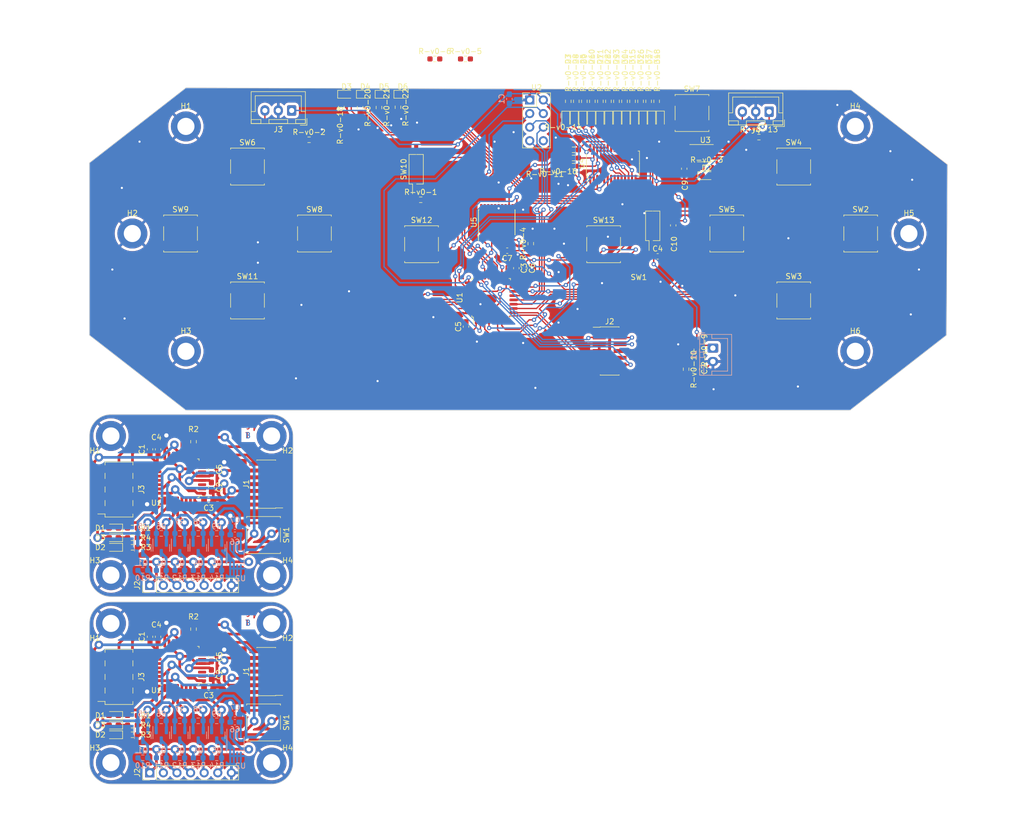
<source format=kicad_pcb>
(kicad_pcb (version 20221018) (generator pcbnew)
  (layers (0 "F.Cu" signal) (31 "B.Cu" signal) (34 "B.Paste" user) (35 "F.Paste" user) (36 "B.SilkS" user "B.Silkscreen") (37 "F.SilkS" user "F.Silkscreen") (38 "B.Mask" user) (39 "F.Mask" user) (44 "Edge.Cuts" user))
  (net 0 "")
  (net 1 "+5V-v1-")
  (net 2 "GND-v1-")
  (net 3 "+3.3V-v1-")
  (net 4 "Net-(D1-K)-v1-")
  (net 6 "Net-(D3-K)-v1-")
  (net 7 "Status_LED-v1-")
  (net 8 "Data_Clock_SNES-v1-")
  (net 9 "Data_Latch_SNES-v1-")
  (net 10 "Net-(D2-K)-v1-")
  (net 11 "Serial_Data1_SNES-v1-")
  (net 12 "Serial_Data2_SNES-v1-")
  (net 13 "SPI_Chip_Select-v1-")
  (net 14 "Chip_Enable-v1-")
  (net 15 "SPI_Digital_Input-v1-")
  (net 16 "SPI_Clock-v1-")
  (net 17 "SPI_Digital_Output-v1-")
  (net 18 "IOBit_SNES-v1-")
  (net 19 "Data_Clock_STM32-v1-")
  (net 20 "Data_Latch_STM32-v1-")
  (net 21 "Appairing_Btn-v1-")
  (net 22 "Net-(U2-BP)-v1-")
  (net 23 "SWDIO-v1-")
  (net 24 "SWDCK-v1-")
  (net 27 "NRST-v1-")
  (net 28 "USART2_RX-v1-")
  (net 29 "USART2_TX-v1-")
  (net 30 "Serial_Data1_STM32-v1-")
  (net 31 "IOBit_STM32-v1-")
  (net 32 "Serial_Data2_STM32-v1-")
  (net 46 "+5V-v2-")
  (net 47 "GND-v2-")
  (net 48 "+3.3V-v2-")
  (net 49 "Net-(D1-K)-v2-")
  (net 51 "Net-(D3-K)-v2-")
  (net 52 "Status_LED-v2-")
  (net 53 "Data_Clock_SNES-v2-")
  (net 54 "Data_Latch_SNES-v2-")
  (net 55 "Net-(D2-K)-v2-")
  (net 56 "Serial_Data1_SNES-v2-")
  (net 57 "Serial_Data2_SNES-v2-")
  (net 58 "SPI_Chip_Select-v2-")
  (net 59 "Chip_Enable-v2-")
  (net 60 "SPI_Digital_Input-v2-")
  (net 61 "SPI_Clock-v2-")
  (net 62 "SPI_Digital_Output-v2-")
  (net 63 "IOBit_SNES-v2-")
  (net 64 "Data_Clock_STM32-v2-")
  (net 65 "Data_Latch_STM32-v2-")
  (net 66 "Appairing_Btn-v2-")
  (net 67 "Net-(U2-BP)-v2-")
  (net 68 "SWDIO-v2-")
  (net 69 "SWDCK-v2-")
  (net 72 "NRST-v2-")
  (net 73 "USART2_RX-v2-")
  (net 74 "USART2_TX-v2-")
  (net 75 "Serial_Data1_STM32-v2-")
  (net 76 "IOBit_STM32-v2-")
  (net 77 "Serial_Data2_STM32-v2-")
  (net 91 "POWER-v0-_CHECK-v0-")
  (net 92 "GND-v0-")
  (net 93 "L-v0-i-ion-v0-")
  (net 94 "Net-(U3-BP)-v0-")
  (net 95 "Glob_Alim-v0-")
  (net 96 "Net-(D2-A)-v0-")
  (net 97 "Net-(D3-K)-v0-")
  (net 98 "Net-(D3-A)-v0-")
  (net 99 "Net-(D4-K)-v0-")
  (net 100 "Net-(D4-A)-v0-")
  (net 101 "Net-(D5-K)-v0-")
  (net 102 "Net-(D5-A)-v0-")
  (net 103 "Net-(D6-K)-v0-")
  (net 104 "Net-(D6-A)-v0-")
  (net 105 "Net-(D7-K)-v0-")
  (net 106 "Net-(D7-A)-v0-")
  (net 107 "Net-(D8-K)-v0-")
  (net 108 "Net-(D8-A)-v0-")
  (net 109 "Net-(D9-K)-v0-")
  (net 110 "Net-(D9-A)-v0-")
  (net 111 "Net-(D10-K)-v0-")
  (net 112 "Net-(D10-A)-v0-")
  (net 113 "Net-(D11-K)-v0-")
  (net 114 "Net-(D11-A)-v0-")
  (net 115 "Net-(D12-K)-v0-")
  (net 116 "Net-(D12-A)-v0-")
  (net 117 "Net-(D13-K)-v0-")
  (net 118 "Net-(D13-A)-v0-")
  (net 119 "Net-(D14-K)-v0-")
  (net 120 "Net-(D14-A)-v0-")
  (net 121 "Net-(D15-K)-v0-")
  (net 122 "Net-(D15-A)-v0-")
  (net 123 "Net-(D16-K)-v0-")
  (net 124 "Net-(D16-A)-v0-")
  (net 125 "Net-(D17-K)-v0-")
  (net 126 "Net-(D17-A)-v0-")
  (net 127 "Net-(D18-K)-v0-")
  (net 128 "Net-(D18-A)-v0-")
  (net 131 "SWDIO-v0-")
  (net 132 "SWDCK-v0-")
  (net 136 "R-v0-eset_Buton -v0-")
  (net 137 "USAR-v0-T2_R-v0-X-v0-")
  (net 138 "USAR-v0-T2_TX-v0-")
  (net 139 "NES{slash}SNES_switcher-v0-")
  (net 140 "R-v0-")
  (net 141 "A_Button-v0-")
  (net 142 "B_Button-v0-")
  (net 143 "X_Button-v0-")
  (net 144 "Y_Button-v0-")
  (net 145 "UC_Button-v0-")
  (net 146 "L-v0-C_Button-v0-")
  (net 147 "DIODE_SDA-v0-")
  (net 148 "R-v0-C_Button")
  (net 149 "L-v0-")
  (net 150 "DIODE_CL-v0-K")
  (net 151 "DC_Button-v0-")
  (net 152 "DIODE_OE-v0-")
  (net 153 "ST_Button-v0-")
  (net 154 "SE_Button-v0-")
  (net 155 "Order_Search-v0-")
  (net 156 "R-v0-X{slash}TX")
  (net 157 "Net-(C7-Pad1)-v0-")
  (net 158 "Pin_Clock-v0-")
  (net 159 "Digital_Out_Put-v0-")
  (net 160 "MOSI-v0-")
  (net 161 "GPIO_EX_CL-v0-K")
  (net 164 "GPIO_EX_SER-v0-IAL-v0-_DATA")
  (net 165 "Net-(U3-IN)-v0-")
  (net 166 "CSN_nR-v0-F24")
  (footprint "Diode_SMD:D_0603_1608Metric_Pad1.05x0.95mm_HandSolder" (layer "F.Cu") (at 4.56875 117.249999 180)
    (fp_text reference "D1")
    (fp_text value "LED_Small")
  )
  (footprint "Package_SO:MSOP-8_3x3mm_P0.65mm" (layer "F.Cu") (at 115.05 12.25)
    (fp_text reference "U3")
    (fp_text value "MIC5219-3.3YMM")
  )
  (footprint "MountingHole:MountingHole_3.2mm_M3_DIN965_Pad" (layer "F.Cu") (at 34.05 100.049999)
    (fp_text reference "H2")
    (fp_text value "MountingHole_Pad")
  )
  (footprint "MountingHole:MountingHole_3.2mm_M3_DIN965_Pad" (layer "F.Cu") (at 143.05 49.25)
    (fp_text reference "H6")
    (fp_text value "MountingHole_Pad")
  )
  (footprint "Resistor_SMD:R_0603_1608Metric_Pad0.98x0.95mm_HandSolder" (layer "F.Cu") (at 8.06875 84.05)
    (fp_text reference "R4")
    (fp_text value "1k")
  )
  (footprint "MountingHole:MountingHole_3.2mm_M3_DIN965_Pad" (layer "F.Cu") (at 8.05 27.25)
    (fp_text reference "H2")
    (fp_text value "MountingHole_Pad")
  )
  (footprint "Resistor_SMD:R_0603_1608Metric_Pad0.98x0.95mm_HandSolder" (layer "F.Cu") (at 8.06875 82.25)
    (fp_text reference "R1")
    (fp_text value "1k")
  )
  (footprint "MountingHole:MountingHole_3.2mm_M3_DIN965_Pad" (layer "F.Cu") (at 4.05 91.05)
    (fp_text reference "H3")
    (fp_text value "MountingHole_Pad")
  )
  (footprint "L-v0-ED_SMD:L-v0-ED_0603_1608Metric_Pad1.05x0.95mm_HandSolder" (layer "F.Cu") (at 95.375 6.075 -90)
    (fp_text reference "D11")
    (fp_text value "O1")
  )
  (footprint "R-v0-esistor_SMD:R-v0-_0603_1608Metric_Pad0.98x0.95mm_HandSolder" (layer "F.Cu") (at 89.45 2.5625 90)
    (fp_text reference "R-v0-23")
    (fp_text value "1K")
  )
  (footprint "R-v0-esistor_SMD:R-v0-_0603_1608Metric_Pad0.98x0.95mm_HandSolder" (layer "F.Cu") (at 90.418 13.148 180)
    (fp_text reference "R-v0-11")
    (fp_text value "10K")
  )
  (footprint "Resistor_SMD:R_0603_1608Metric_Pad0.98x0.95mm_HandSolder" (layer "F.Cu") (at 19.47 101.119999 90)
    (fp_text reference "R2")
    (fp_text value "10k")
  )
  (footprint "L-v0-ED_SMD:L-v0-ED_0603_1608Metric_Pad1.05x0.95mm_HandSolder" (layer "F.Cu") (at 106.65 6.05 -90)
    (fp_text reference "D18")
    (fp_text value "R-v0-4")
  )
  (footprint "Diode_SMD:D_0603_1608Metric_Pad1.05x0.95mm_HandSolder" (layer "F.Cu") (at 4.56875 119.049999 180)
    (fp_text reference "D3")
    (fp_text value "LED")
  )
  (footprint "Capacitor_SMD:C_0603_1608Metric_Pad1.08x0.95mm_HandSolder" (layer "F.Cu") (at 22.3025 76.99)
    (fp_text reference "C3")
    (fp_text value "100n")
  )
  (footprint "Capacitor_SMD:C_0603_1608Metric_Pad1.08x0.95mm_HandSolder" (layer "F.Cu") (at 106.145 31.52)
    (fp_text reference "C4")
    (fp_text value "1u")
  )
  (footprint "L-v0-ED_SMD:L-v0-ED_0603_1608Metric_Pad1.05x0.95mm_HandSolder" (layer "F.Cu") (at 51.55 1.25)
    (fp_text reference "D4")
    (fp_text value "G2")
  )
  (footprint "Capacitor_SMD:C_0603_1608Metric_Pad1.08x0.95mm_HandSolder" (layer "F.Cu") (at 79.75 33.722 -90)
    (fp_text reference "C3")
    (fp_text value "100n")
  )
  (footprint "L-v0-ED_SMD:L-v0-ED_0603_1608Metric_Pad1.05x0.95mm_HandSolder" (layer "F.Cu") (at 88.975 6.075 -90)
    (fp_text reference "D7")
    (fp_text value "G5")
  )
  (footprint "Resistor_SMD:R_0603_1608Metric_Pad0.98x0.95mm_HandSolder" (layer "F.Cu") (at 19.47 66.12 90)
    (fp_text reference "R2")
    (fp_text value "10k")
  )
  (footprint "R-v0-esistor_SMD:R-v0-_0603_1608Metric_Pad0.98x0.95mm_HandSolder" (layer "F.Cu") (at 98.45 2.5625 90)
    (fp_text reference "R-v0-29")
    (fp_text value "1K")
  )
  (footprint "R-v0-esistor_SMD:R-v0-_0603_1608Metric_Pad0.98x0.95mm_HandSolder" (layer "F.Cu") (at 99.95 2.5625 90)
    (fp_text reference "R-v0-30")
    (fp_text value "1K")
  )
  (footprint "Package_SO:TSSOP-28_4.4x9.7mm_P0.65mm" (layer "F.Cu") (at 97.784 14.164 90)
    (fp_text reference "U4")
    (fp_text value "PCA9685PW")
  )
  (footprint "Connector_PinHeader_1.27mm:PinHeader_2x07_P1.27mm_Vertical_SMD" (layer "F.Cu") (at 33.05 109.049999 180)
    (fp_text reference "J1")
    (fp_text value "Conn_02x07_Odd_Even")
  )
  (footprint "R-v0-esistor_SMD:R-v0-_0603_1608Metric_Pad0.98x0.95mm_HandSolder" (layer "F.Cu") (at 90.418 14.672)
    (fp_text reference "R-v0-14")
    (fp_text value "10K")
  )
  (footprint "R-v0-esistor_SMD:R-v0-_0603_1608Metric_Pad0.98x0.95mm_HandSolder" (layer "F.Cu") (at 125.05 9.25)
    (fp_text reference "R-v0-13")
    (fp_text value "1K")
  )
  (footprint "R-v0-esistor_SMD:R-v0-_0603_1608Metric_Pad0.98x0.95mm_HandSolder" (layer "F.Cu") (at 96.95 2.5625 90)
    (fp_text reference "R-v0-28")
    (fp_text value "1K")
  )
  (footprint "Button_Switch_SMD:SW_SPST_B3S-1000" (layer "F.Cu") (at 29.55 39.75)
    (fp_text reference "SW11")
    (fp_text value "SW_Push")
  )
  (footprint "R-v0-esistor_SMD:R-v0-_0603_1608Metric_Pad0.98x0.95mm_HandSolder" (layer "F.Cu") (at 41.05 9.75)
    (fp_text reference "R-v0-2")
    (fp_text value "1K")
  )
  (footprint "R-v0-esistor_SMD:R-v0-_0603_1608Metric_Pad0.98x0.95mm_HandSolder" (layer "F.Cu") (at 101.45 2.5625 90)
    (fp_text reference "R-v0-31")
    (fp_text value "1K")
  )
  (footprint "L-v0-ED_SMD:L-v0-ED_0603_1608Metric_Pad1.05x0.95mm_HandSolder" (layer "F.Cu") (at 101.825 6.05 -90)
    (fp_text reference "D15")
    (fp_text value "R-v0-1")
  )
  (footprint "Capacitor_SMD:C_0603_1608Metric_Pad1.08x0.95mm_HandSolder" (layer "F.Cu") (at 11.35 67.55 90)
    (fp_text reference "C1")
    (fp_text value "10u")
  )
  (footprint "Capacitor_SMD:C_0603_1608Metric_Pad1.08x0.95mm_HandSolder" (layer "F.Cu") (at 12.85 67.55 90)
    (fp_text reference "C4")
    (fp_text value "100n")
  )
  (footprint "MountingHole:MountingHole_3.2mm_M3_DIN965_Pad" (layer "F.Cu") (at 34.05 91.05)
    (fp_text reference "H4")
    (fp_text value "MountingHole_Pad")
  )
  (footprint "Capacitor_SMD:C_0603_1608Metric_Pad1.08x0.95mm_HandSolder" (layer "F.Cu") (at 22.81 74.6025 90)
    (fp_text reference "C2")
    (fp_text value "100n")
  )
  (footprint "Capacitor_SMD:C_0603_1608Metric_Pad1.08x0.95mm_HandSolder" (layer "F.Cu") (at 109.045 25.7325 -90)
    (fp_text reference "C10")
    (fp_text value "100nF")
  )
  (footprint "Diode_SMD:D_0603_1608Metric_Pad1.05x0.95mm_HandSolder" (layer "F.Cu") (at 4.56875 85.85 180)
    (fp_text reference "D2")
    (fp_text value "LED_Small")
  )
  (footprint "Connector_PinHeader_2.54mm:PinHeader_1x07_P2.54mm_Vertical" (layer "F.Cu") (at 11.3 127.949999 90)
    (fp_text reference "J2")
    (fp_text value "Conn_01x07_Socket")
  )
  (footprint "R-v0-esistor_SMD:R-v0-_0603_1608Metric_Pad0.98x0.95mm_HandSolder" (layer "F.Cu") (at 111.45 52.5875 -90)
    (fp_text reference "R-v0-10")
    (fp_text value "1M")
  )
  (footprint "L-v0-ED_SMD:L-v0-ED_0603_1608Metric_Pad1.05x0.95mm_HandSolder" (layer "F.Cu") (at 97 6.0625 -90)
    (fp_text reference "D12")
    (fp_text value "O2")
  )
  (footprint "Connector_PinHeader_1.27mm:PinHeader_2x07_P1.27mm_Vertical_SMD" (layer "F.Cu") (at 97.175 49.19)
    (fp_text reference "J2")
    (fp_text value "Conn_02x07_Odd_Even")
  )
  (footprint "Capacitor_SMD:C_0603_1608Metric_Pad1.08x0.95mm_HandSolder" (layer "F.Cu") (at 22.81 71.3 90)
    (fp_text reference "C5")
    (fp_text value "100n")
  )
  (footprint "Connector_PinHeader_2.54mm:PinHeader_2x04_P2.54mm_Vertical" (layer "F.Cu") (at 82.25 2.31)
    (fp_text reference "U2")
    (fp_text value "nR-v0-F24_Full")
  )
  (footprint "Diode_SMD:D_0603_1608Metric_Pad1.05x0.95mm_HandSolder" (layer "F.Cu") (at 4.56875 82.25 180)
    (fp_text reference "D1")
    (fp_text value "LED_Small")
  )
  (footprint "Resistor_SMD:R_0603_1608Metric_Pad0.98x0.95mm_HandSolder" (layer "F.Cu") (at 8.06875 117.249999)
    (fp_text reference "R1")
    (fp_text value "1k")
  )
  (footprint "Package_QFP:LQFP-32_7x7mm_P0.8mm" (layer "F.Cu") (at 16.9 72.95 180)
    (fp_text reference "U1")
    (fp_text value "STM32L412KBTx")
  )
  (footprint "L-v0-ED_SMD:L-v0-ED_0603_1608Metric_Pad1.05x0.95mm_HandSolder" (layer "F.Cu") (at 105.025 6.05 -90)
    (fp_text reference "D17")
    (fp_text value "R-v0-3")
  )
  (footprint "MountingHole:MountingHole_3.2mm_M3_DIN965_Pad" (layer "F.Cu") (at 34.05 126.049999)
    (fp_text reference "H4")
    (fp_text value "MountingHole_Pad")
  )
  (footprint "R-v0-esistor_SMD:R-v0-_0603_1608Metric_Pad0.98x0.95mm_HandSolder" (layer "F.Cu") (at 95.45 2.5625 90)
    (fp_text reference "R-v0-27")
    (fp_text value "1K")
  )
  (footprint "Button_Switch_SMD:SW_SPST_B3S-1000" (layer "F.Cu") (at 96.05 29.25)
    (fp_text reference "SW13")
    (fp_text value "SW_Push")
  )
  (footprint "Capacitor_SMD:C_0603_1608Metric_Pad1.08x0.95mm_HandSolder" (layer "F.Cu") (at 22.3025 111.989999)
    (fp_text reference "C3")
    (fp_text value "100n")
  )
  (footprint "Button_Switch_SMD:SW_SPST_B3S-1000" (layer "F.Cu") (at 32.55 118.549999 180)
    (fp_text reference "SW1")
    (fp_text value "SW_SPST")
  )
  (footprint "Button_Switch_SMD:SW_SPST_B3S-1000" (layer "F.Cu") (at 62.05 29.25)
    (fp_text reference "SW12")
    (fp_text value "SW_Push")
  )
  (footprint "Diode_SMD:D_0603_1608Metric_Pad1.05x0.95mm_HandSolder" (layer "F.Cu") (at 4.56875 84.05 180)
    (fp_text reference "D3")
    (fp_text value "LED")
  )
  (footprint "L-v0-ED_SMD:L-v0-ED_0603_1608Metric_Pad1.05x0.95mm_HandSolder" (layer "F.Cu") (at 48.05 1.25)
    (fp_text reference "D3")
    (fp_text value "G1")
  )
  (footprint "R-v0-esistor_SMD:R-v0-_0603_1608Metric_Pad0.98x0.95mm_HandSolder" (layer "F.Cu") (at 61.9 20.95)
    (fp_text reference "R-v0-1")
    (fp_text value "1K")
  )
  (footprint "R-v0-esistor_SMD:R-v0-_0603_1608Metric_Pad0.98x0.95mm_HandSolder" (layer "F.Cu") (at 57.65 3.675 -90)
    (fp_text reference "R-v0-22")
    (fp_text value "1K")
  )
  (footprint "R-v0-esistor_SMD:R-v0-_0603_1608Metric_Pad0.98x0.95mm_HandSolder" (layer "F.Cu") (at 90.95 2.5625 90)
    (fp_text reference "R-v0-24")
    (fp_text value "1K")
  )
  (footprint "L-v0-ED_SMD:L-v0-ED_0603_1608Metric_Pad1.05x0.95mm_HandSolder" (layer "F.Cu") (at 55.05 1.25)
    (fp_text reference "D5")
    (fp_text value "G3")
  )
  (footprint "L-v0-ED_SMD:L-v0-ED_0603_1608Metric_Pad1.05x0.95mm_HandSolder" (layer "F.Cu") (at 58.55 1.25)
    (fp_text reference "D6")
    (fp_text value "G4")
  )
  (footprint "Button_Switch_SMD:SW_SPST_B3S-1000" (layer "F.Cu") (at 32.55 83.55 180)
    (fp_text reference "SW1")
    (fp_text value "SW_SPST")
  )
  (footprint "R-v0-esistor_SMD:R-v0-_0603_1608Metric_Pad0.98x0.95mm_HandSolder" (layer "F.Cu") (at 64.5375 -5.35)
    (fp_text reference "R-v0-6")
    (fp_text value "1K")
  )
  (footprint "Capacitor_SMD:C_0603_1608Metric_Pad1.08x0.95mm_HandSolder" (layer "F.Cu") (at 111.1 15.15 -90)
    (fp_text reference "C9")
    (fp_text value "470p")
  )
  (footprint "Diode_SMD:D_0603_1608Metric_Pad1.05x0.95mm_HandSolder" (layer "F.Cu") (at 4.56875 120.849999 180)
    (fp_text reference "D2")
    (fp_text value "LED_Small")
  )
  (footprint "R-v0-esistor_SMD:R-v0-_0603_1608Metric_Pad0.98x0.95mm_HandSolder" (layer "F.Cu") (at 105.95 2.5625 90)
    (fp_text reference "R-v0-34")
    (fp_text value "1K")
  )
  (footprint "R-v0-esistor_SMD:R-v0-_0603_1608Metric_Pad0.98x0.95mm_HandSolder" (layer "F.Cu") (at 50.575 3.75 -90)
    (fp_text reference "R-v0-20")
    (fp_text value "1K")
  )
  (footprint "Connector_PinSocket_2.54mm:PinSocket_2x04_P2.54mm_Vertical_SMD" (layer "F.Cu") (at 5.55 110.049999 180)
    (fp_text reference "J3")
    (fp_text value "Conn_01x08_Socket")
  )
  (footprint "R-v0-esistor_SMD:R-v0-_0603_1608Metric_Pad0.98x0.95mm_HandSolder" (layer "F.Cu") (at 113.45 49.05 -90)
    (fp_text reference "R-v0-9")
    (fp_text value "1M")
  )
  (footprint "L-v0-ED_SMD:L-v0-ED_0603_1608Metric_Pad1.05x0.95mm_HandSolder" (layer "F.Cu") (at 93.775 6.075 -90)
    (fp_text reference "D10")
    (fp_text value "G8")
  )
  (footprint "R-v0-esistor_SMD:R-v0-_0603_1608Metric_Pad0.98x0.95mm_HandSolder" (layer "F.Cu") (at 47.075 3.725 -90)
    (fp_text reference "R-v0-18")
    (fp_text value "1K")
  )
  (footprint "R-v0-esistor_SMD:R-v0-_0603_1608Metric_Pad0.98x0.95mm_HandSolder" (layer "F.Cu") (at 102.95 2.5625 90)
    (fp_text reference "R-v0-32")
    (fp_text value "1K")
  )
  (footprint "MountingHole:MountingHole_3.2mm_M3_DIN965_Pad" (layer "F.Cu") (at 153.05 27.25)
    (fp_text reference "H5")
    (fp_text value "MountingHole_Pad")
  )
  (footprint "L-v0-ED_SMD:L-v0-ED_0603_1608Metric_Pad1.05x0.95mm_HandSolder" (layer "F.Cu") (at 98.625 6.05 -90)
    (fp_text reference "D13")
    (fp_text value "O3")
  )
  (footprint "Button_Switch_SMD:SW_SPST_B3S-1000" (layer "F.Cu") (at 17.05 27.25)
    (fp_text reference "SW9")
    (fp_text value "SW_Push")
  )
  (footprint "R-v0-esistor_SMD:R-v0-_0603_1608Metric_Pad0.98x0.95mm_HandSolder" (layer "F.Cu") (at 93.95 2.5625 90)
    (fp_text reference "R-v0-26")
    (fp_text value "1K")
  )
  (footprint "Button_Switch_SMD:SW_SPST_B3S-1000" (layer "F.Cu") (at 131.55 39.75)
    (fp_text reference "SW3")
    (fp_text value "SW_Push")
  )
  (footprint "Button_Switch_SMD:SW_SPST_B3S-1000" (layer "F.Cu") (at 144.05 27.25)
    (fp_text reference "SW2")
    (fp_text value "SW_Push")
  )
  (footprint "Button_Switch_SMD:SW_SPST_B3S-1000" (layer "F.Cu") (at 29.55 14.75)
    (fp_text reference "SW6")
    (fp_text value "SW_Push")
  )
  (footprint "Button_Switch_SMD:SW_SPST_B3S-1000" (layer "F.Cu") (at 119.05 27.25)
    (fp_text reference "SW5")
    (fp_text value "SW_Push")
  )
  (footprint "Package_QFP:L-v0-QFP-32_7x7mm_P0.8mm" (layer "F.Cu") (at 75.05 39.25 90)
    (fp_text reference "U1")
    (fp_text value "STM32L-v0-412KBTx")
  )
  (footprint "Button_Switch_SMD:SW_SPST_B3S-1000" (layer "F.Cu") (at 112.55 4.75)
    (fp_text reference "SW7")
    (fp_text value "SW_SPST")
  )
  (footprint "L-v0-ED_SMD:L-v0-ED_0603_1608Metric_Pad1.05x0.95mm_HandSolder" (layer "F.Cu") (at 115.31 16.45)
    (fp_text reference "D2")
    (fp_text value "L-v0-ED_Small")
  )
  (footprint "Package_QFP:LQFP-32_7x7mm_P0.8mm" (layer "F.Cu") (at 16.9 107.949999 180)
    (fp_text reference "U1")
    (fp_text value "STM32L412KBTx")
  )
  (footprint "Button_Switch_SMD:SW_DIP_SPSTx01_Slide_Copal_CHS-01B_W7.62mm_P1.27mm" (layer "F.Cu") (at 105.22 25.82 90)
    (fp_text reference "SW1")
    (fp_text value "SW_DIP_x01")
  )
  (footprint "Resistor_SMD:R_0603_1608Metric_Pad0.98x0.95mm_HandSolder" (layer "F.Cu") (at 8.06875 120.849999)
    (fp_text reference "R3")
    (fp_text value "1k")
  )
  (footprint "Resistor_SMD:R_0603_1608Metric_Pad0.98x0.95mm_HandSolder" (layer "F.Cu") (at 8.06875 119.049999)
    (fp_text reference "R4")
    (fp_text value "1k")
  )
  (footprint "Button_Switch_SMD:SW_SPST_B3S-1000" (layer "F.Cu") (at 42.05 27.25)
    (fp_text reference "SW8")
    (fp_text value "SW_Push")
  )
  (footprint "Capacitor_SMD:C_0603_1608Metric_Pad1.08x0.95mm_HandSolder" (layer "F.Cu") (at 11.35 102.549999 90)
    (fp_text reference "C1")
    (fp_text value "10u")
  )
  (footprint "Capacitor_SMD:C_0603_1608Metric_Pad1.08x0.95mm_HandSolder" (layer "F.Cu") (at 22.81 106.299999 90)
    (fp_text reference "C5")
    (fp_text value "100n")
  )
  (footprint "Capacitor_SMD:C_0603_1608Metric_Pad1.08x0.95mm_HandSolder" (layer "F.Cu") (at 78.05 30.45 180)
    (fp_text reference "C7")
    (fp_text value "100µF")
  )
  (footprint "L-v0-ED_SMD:L-v0-ED_0603_1608Metric_Pad1.05x0.95mm_HandSolder" (layer "F.Cu") (at 103.425 6.05 -90)
    (fp_text reference "D16")
    (fp_text value "R-v0-2")
  )
  (footprint "Capacitor_SMD:C_0603_1608Metric_Pad1.08x0.95mm_HandSolder" (layer "F.Cu") (at 12.85 102.549999 90)
    (fp_text reference "C4")
    (fp_text value "100n")
  )
  (footprint "MountingHole:MountingHole_3.2mm_M3_DIN965_Pad" (layer "F.Cu") (at 143.05 7.25)
    (fp_text reference "H4")
    (fp_text value "MountingHole_Pad")
  )
  (footprint "Connector_JST:JST_XH_B3B-XH-A_1x03_P2.50mm_Vertical" (layer "F.Cu") (at 37.8 4.275 180)
    (fp_text reference "J3")
    (fp_text value "Conn_01x03")
  )
  (footprint "MountingHole:MountingHole_3.2mm_M3_DIN965_Pad" (layer "F.Cu") (at 4.05 100.049999)
    (fp_text reference "H1")
    (fp_text value "MountingHole_Pad")
  )
  (footprint "Capacitor_SMD:C_0603_1608Metric_Pad1.08x0.95mm_HandSolder" (layer "F.Cu") (at 70.352 44.644 90)
    (fp_text reference "C5")
    (fp_text value "100n")
  )
  (footprint "L-v0-ED_SMD:L-v0-ED_0603_1608Metric_Pad1.05x0.95mm_HandSolder" (layer "F.Cu") (at 100.225 6.05 -90)
    (fp_text reference "D14")
    (fp_text value "O4")
  )
  (footprint "Package_SO:SSOP-20_4.4x6.5mm_P0.65mm" (layer "F.Cu") (at 76.125 25.15 90)
    (fp_text reference "U5")
    (fp_text value "PCF8574TS")
  )
  (footprint "Resistor_SMD:R_0603_1608Metric_Pad0.98x0.95mm_HandSolder" (layer "F.Cu") (at 8.06875 85.85)
    (fp_text reference "R3")
    (fp_text value "1k")
  )
  (footprint "MountingHole:MountingHole_3.2mm_M3_DIN965_Pad" (layer "F.Cu") (at 18.05 49.25)
    (fp_text reference "H3")
    (fp_text value "MountingHole_Pad")
  )
  (footprint "L-v0-ED_SMD:L-v0-ED_0603_1608Metric_Pad1.05x0.95mm_HandSolder" (layer "F.Cu") (at 92.175 6.075 -90)
    (fp_text reference "D9")
    (fp_text value "G7")
  )
  (footprint "Button_Switch_SMD:SW_DIP_SPSTx01_Slide_Copal_CHS-01B_W7.62mm_P1.27mm" (layer "F.Cu") (at 61.05 15.25 90)
    (fp_text reference "SW10")
    (fp_text value "SW_DIP_x01")
  )
  (footprint "Connector_JST:JST_XH_B3B-XH-A_1x03_P2.50mm_Vertical" (layer "F.Cu") (at 126.954 4.512 180)
    (fp_text reference "J4")
    (fp_text value "Conn_01x03")
  )
  (footprint "Connector_PinSocket_2.54mm:PinSocket_2x04_P2.54mm_Vertical_SMD" (layer "F.Cu") (at 5.55 75.05 180)
    (fp_text reference "J3")
    (fp_text value "Conn_01x08_Socket")
  )
  (footprint "R-v0-esistor_SMD:R-v0-_0603_1608Metric_Pad0.98x0.95mm_HandSolder" (layer "F.Cu") (at 92.45 2.5625 90)
    (fp_text reference "R-v0-25")
    (fp_text value "1K")
  )
  (footprint "L-v0-ED_SMD:L-v0-ED_0603_1608Metric_Pad1.05x0.95mm_HandSolder" (layer "F.Cu") (at 90.575 6.075 -90)
    (fp_text reference "D8")
    (fp_text value "G6")
  )
  (footprint "R-v0-esistor_SMD:R-v0-_0603_1608Metric_Pad0.98x0.95mm_HandSolder" (layer "F.Cu") (at 90.418 11.624 180)
    (fp_text reference "R-v0-16")
    (fp_text value "10K")
  )
  (footprint "R-v0-esistor_SMD:R-v0-_0603_1608Metric_Pad0.98x0.95mm_HandSolder" (layer "F.Cu") (at 104.45 2.5625 90)
    (fp_text reference "R-v0-33")
    (fp_text value "1K")
  )
  (footprint "Button_Switch_SMD:SW_SPST_B3S-1000" (layer "F.Cu") (at 131.55 14.75)
    (fp_text reference "SW4")
    (fp_text value "SW_Push")
  )
  (footprint "R-v0-esistor_SMD:R-v0-_0603_1608Metric_Pad0.98x0.95mm_HandSolder" (layer "F.Cu") (at 54.1 3.725 -90)
    (fp_text reference "R-v0-21")
    (fp_text value "1K")
  )
  (footprint "Capacitor_SMD:C_0603_1608Metric_Pad1.08x0.95mm_HandSolder" (layer "F.Cu") (at 22.81 109.602499 90)
    (fp_text reference "C2")
    (fp_text value "100n")
  )
  (footprint "MountingHole:MountingHole_3.2mm_M3_DIN965_Pad" (layer "F.Cu") (at 4.05 65.05)
    (fp_text reference "H1")
    (fp_text value "MountingHole_Pad")
  )
  (footprint "R-v0-esistor_SMD:R-v0-_0603_1608Metric_Pad0.98x0.95mm_HandSolder" (layer "F.Cu") (at 115.31 14.926)
    (fp_text reference "R-v0-3")
    (fp_text value "1K")
  )
  (footprint "R-v0-esistor_SMD:R-v0-_0603_1608Metric_Pad0.98x0.95mm_HandSolder" (layer "F.Cu") (at 70.25 -5.35)
    (fp_text reference "R-v0-5")
    (fp_text value "1K")
  )
  (footprint "Capacitor_SMD:C_0603_1608Metric_Pad1.08x0.95mm_HandSolder" (layer "F.Cu") (at 81.274 33.722 -90)
    (fp_text reference "C6")
    (fp_text value "10u")
  )
  (footprint "MountingHole:MountingHole_3.2mm_M3_DIN965_Pad" (layer "F.Cu") (at 4.05 126.049999)
    (fp_text reference "H3")
    (fp_text value "MountingHole_Pad")
  )
  (footprint "Connector_PinHeader_2.54mm:PinHeader_1x07_P2.54mm_Vertical" (layer "F.Cu") (at 11.3 92.95 90)
    (fp_text reference "J2")
    (fp_text value "Conn_01x07_Socket")
  )
  (footprint "Capacitor_SMD:C_0603_1608Metric_Pad1.08x0.95mm_HandSolder" (layer "F.Cu") (at 113.45 52.5875 -90)
    (fp_text reference "C2")
    (fp_text value "1nF")
  )
  (footprint "Connector_PinHeader_1.27mm:PinHeader_2x07_P1.27mm_Vertical_SMD" (layer "F.Cu") (at 33.05 74.05 180)
    (fp_text reference "J1")
    (fp_text value "Conn_02x07_Odd_Even")
  )
  (footprint "MountingHole:MountingHole_3.2mm_M3_DIN965_Pad" (layer "F.Cu") (at 34.05 65.05)
    (fp_text reference "H2")
    (fp_text value "MountingHole_Pad")
  )
  (footprint "R-v0-esistor_SMD:R-v0-_0603_1608Metric_Pad0.98x0.95mm_HandSolder" (layer "F.Cu") (at 82.45 29.1375 90)
    (fp_text reference "R-v0-4")
    (fp_text value "10k")
  )
  (footprint "MountingHole:MountingHole_3.2mm_M3_DIN965_Pad" (layer "F.Cu") (at 18.05 7.25)
    (fp_text reference "H1")
    (fp_text value "MountingHole_Pad")
  )
  (footprint "Resistor_SMD:R_0603_1608Metric_Pad0.98x0.95mm_HandSolder" (layer "B.Cu") (at 10 125.149999)
    (fp_text reference "R10")
    (fp_text value "10k")
  )
  (footprint "Package_TO_SOT_SMD:SOT-23" (layer "B.Cu") (at 20.35 85.95 -90)
    (fp_text reference "Q4")
    (fp_text value "2N7002")
  )
  (footprint "Package_TO_SOT_SMD:SOT-23" (layer "B.Cu") (at 20.35 120.949999 -90)
    (fp_text reference "Q4")
    (fp_text value "2N7002")
  )
  (footprint "Resistor_SMD:R_0603_1608Metric_Pad0.98x0.95mm_HandSolder" (layer "B.Cu") (at 13.45 83.25)
    (fp_text reference "R6")
    (fp_text value "10k")
  )
  (footprint "Package_TO_SOT_SMD:SOT-23" (layer "B.Cu") (at 23.8 120.949999 -90)
    (fp_text reference "Q5")
    (fp_text value "2N7002")
  )
  (footprint "Resistor_SMD:R_0603_1608Metric_Pad0.98x0.95mm_HandSolder" (layer "B.Cu") (at 16.9 125.149999)
    (fp_text reference "R12")
    (fp_text value "10k")
  )
  (footprint "Capacitor_SMD:C_0603_1608Metric_Pad1.08x0.95mm_HandSolder" (layer "B.Cu") (at 27.2 83.5 180)
    (fp_text reference "C6")
    (fp_text value "470p")
  )
  (footprint "Resistor_SMD:R_0603_1608Metric_Pad0.98x0.95mm_HandSolder" (layer "B.Cu") (at 20.35 125.149999)
    (fp_text reference "R13")
    (fp_text value "10k")
  )
  (footprint "Resistor_SMD:R_0603_1608Metric_Pad0.98x0.95mm_HandSolder" (layer "B.Cu") (at 20.35 83.25)
    (fp_text reference "R8")
    (fp_text value "10k")
  )
  (footprint "Package_TO_SOT_SMD:SOT-23" (layer "B.Cu") (at 10 85.95 -90)
    (fp_text reference "Q1")
    (fp_text value "2N7002")
  )
  (footprint "Capacitor_SMD:C_0603_1608Metric_Pad1.08x0.95mm_HandSolder" (layer "B.Cu") (at 27.2 118.499999 180)
    (fp_text reference "C6")
    (fp_text value "470p")
  )
  (footprint "Package_TO_SOT_SMD:SOT-23" (layer "B.Cu") (at 16.9 85.95 -90)
    (fp_text reference "Q3")
    (fp_text value "2N7002")
  )
  (footprint "Resistor_SMD:R_0603_1608Metric_Pad0.98x0.95mm_HandSolder" (layer "B.Cu") (at 23.8 125.149999)
    (fp_text reference "R14")
    (fp_text value "10k")
  )
  (footprint "Resistor_SMD:R_0603_1608Metric_Pad0.98x0.95mm_HandSolder" (layer "B.Cu") (at 10 118.249999)
    (fp_text reference "R5")
    (fp_text value "10k")
  )
  (footprint "Resistor_SMD:R_0603_1608Metric_Pad0.98x0.95mm_HandSolder" (layer "B.Cu") (at 16.9 83.25)
    (fp_text reference "R7")
    (fp_text value "10k")
  )
  (footprint "Resistor_SMD:R_0603_1608Metric_Pad0.98x0.95mm_HandSolder" (layer "B.Cu") (at 13.45 125.149999)
    (fp_text reference "R11")
    (fp_text value "10k")
  )
  (footprint "Package_TO_SOT_SMD:SOT-23" (layer "B.Cu") (at 16.9 120.949999 -90)
    (fp_text reference "Q3")
    (fp_text value "2N7002")
  )
  (footprint "Connector_JST:JST_XH_B2B-XH-A_1x02_P2.50mm_Vertical" (layer "B.Cu") (at 116.45 48.65 -90)
    (fp_text reference "J1")
    (fp_text value "Conn_01x02")
  )
  (footprint "Resistor_SMD:R_0603_1608Metric_Pad0.98x0.95mm_HandSolder" (layer "B.Cu") (at 10 90.15)
    (fp_text reference "R10")
    (fp_text value "10k")
  )
  (footprint "Resistor_SMD:R_0603_1608Metric_Pad0.98x0.95mm_HandSolder" (layer "B.Cu") (at 13.45 90.15)
    (fp_text reference "R11")
    (fp_text value "10k")
  )
  (footprint "Resistor_SMD:R_0603_1608Metric_Pad0.98x0.95mm_HandSolder" (layer "B.Cu") (at 16.9 90.15)
    (fp_text reference "R12")
    (fp_text value "10k")
  )
  (footprint "Resistor_SMD:R_0603_1608Metric_Pad0.98x0.95mm_HandSolder" (layer "B.Cu") (at 20.35 90.15)
    (fp_text reference "R13")
    (fp_text value "10k")
  )
  (footprint "Package_TO_SOT_SMD:SOT-23" (layer "B.Cu") (at 23.8 85.95 -90)
    (fp_text reference "Q5")
    (fp_text value "2N7002")
  )
  (footprint "Capacitor_SMD:C_0603_1608Metric_Pad1.08x0.95mm_HandSolder" (layer "B.Cu") (at 27.2 82 180)
    (fp_text reference "C7")
    (fp_text value "2.2u")
  )
  (footprint "Resistor_SMD:R_0603_1608Metric_Pad0.98x0.95mm_HandSolder" (layer "B.Cu") (at 16.9 118.249999)
    (fp_text reference "R7")
    (fp_text value "10k")
  )
  (footprint "Resistor_SMD:R_0603_1608Metric_Pad0.98x0.95mm_HandSolder" (layer "B.Cu") (at 13.45 118.249999)
    (fp_text reference "R6")
    (fp_text value "10k")
  )
  (footprint "Resistor_SMD:R_0603_1608Metric_Pad0.98x0.95mm_HandSolder" (layer "B.Cu") (at 23.8 118.249999)
    (fp_text reference "R9")
    (fp_text value "10k")
  )
  (footprint "Package_TO_SOT_SMD:SOT-23" (layer "B.Cu") (at 13.45 120.949999 -90)
    (fp_text reference "Q2")
    (fp_text value "2N7002")
  )
  (footprint "Package_SO:MSOP-8_3x3mm_P0.65mm" (layer "B.Cu") (at 27.3125 87.7 -90)
    (fp_text reference "U2")
    (fp_text value "MIC5219-3.3YMM")
  )
  (footprint "Package_TO_SOT_SMD:SOT-23" (layer "B.Cu") (at 13.45 85.95 -90)
    (fp_text reference "Q2")
    (fp_text value "2N7002")
  )
  (footprint "Package_SO:MSOP-8_3x3mm_P0.65mm" (layer "B.Cu") (at 27.3125 122.699999 -90)
    (fp_text reference "U2")
    (fp_text value "MIC5219-3.3YMM")
  )
  (footprint "Capacitor_SMD:C_0603_1608Metric_Pad1.08x0.95mm_HandSolder" (layer "B.Cu") (at 27.2 116.999999 180)
    (fp_text reference "C7")
    (fp_text value "2.2u")
  )
  (footprint "Package_TO_SOT_SMD:SOT-23" (layer "B.Cu") (at 10 120.949999 -90)
    (fp_text reference "Q1")
    (fp_text value "2N7002")
  )
  (footprint "Resistor_SMD:R_0603_1608Metric_Pad0.98x0.95mm_HandSolder" (layer "B.Cu") (at 23.8 90.15)
    (fp_text reference "R14")
    (fp_text value "10k")
  )
  (footprint "Resistor_SMD:R_0603_1608Metric_Pad0.98x0.95mm_HandSolder" (layer "B.Cu") (at 23.8 83.25)
    (fp_text reference "R9")
    (fp_text value "10k")
  )
  (footprint "Resistor_SMD:R_0603_1608Metric_Pad0.98x0.95mm_HandSolder" (layer "B.Cu") (at 10 83.25)
    (fp_text reference "R5")
    (fp_text value "10k")
  )
  (footprint "Resistor_SMD:R_0603_1608Metric_Pad0.98x0.95mm_HandSolder" (layer "B.Cu") (at 20.35 118.249999)
    (fp_text reference "R8")
    (fp_text value "10k")
  )
  (footprint "Capacitor_SMD:C_0603_1608Metric_Pad1.08x0.95mm_HandSolder" (layer "B.Cu") (at 78.45 2.1125 -90)
    (fp_text reference "C1")
    (fp_text value "100uF")
  )
  (gr_line (start 142.05 60.25) (end 18.05 60.25) (stroke (width 0.1)) (layer "Edge.Cuts"))
  (gr_line (start 0.05 46.25) (end 0.05 14.05) (stroke (width 0.1)) (layer "Edge.Cuts"))
  (gr_arc (start 4.05 95.05) (mid 1.221573 93.878427) (end 0.05 91.05) (stroke (width 0.1)) (layer "Edge.Cuts"))
  (gr_line (start 142.25 0.45) (end 160.25 14.35) (stroke (width 0.1)) (layer "Edge.Cuts"))
  (gr_line (start 0.05 14.05) (end 18.05 0.05) (stroke (width 0.1)) (layer "Edge.Cuts"))
  (gr_arc (start 4.05 130.049999) (mid 1.221573 128.878426) (end 0.05 126.049999) (stroke (width 0.1)) (layer "Edge.Cuts"))
  (gr_line (start 34.05 95.05) (end 4.05 95.05) (stroke (width 0.1)) (layer "Edge.Cuts"))
  (gr_line (start 38.05 100.049999) (end 38.05 126.049999) (stroke (width 0.1)) (layer "Edge.Cuts"))
  (gr_line (start 160.25 14.35) (end 160.05 46.25) (stroke (width 0.1)) (layer "Edge.Cuts"))
  (gr_arc (start 0.05 100.049999) (mid 1.221573 97.221572) (end 4.05 96.049999) (stroke (width 0.1)) (layer "Edge.Cuts"))
  (gr_line (start 4.05 61.05) (end 34.05 61.05) (stroke (width 0.1)) (layer "Edge.Cuts"))
  (gr_line (start 34.05 130.049999) (end 4.05 130.049999) (stroke (width 0.1)) (layer "Edge.Cuts"))
  (gr_line (start 4.05 96.049999) (end 34.05 96.049999) (stroke (width 0.1)) (layer "Edge.Cuts"))
  (gr_line (start 18.05 60.25) (end 0.05 46.25) (stroke (width 0.1)) (layer "Edge.Cuts"))
  (gr_line (start 0.05 91.05) (end 0.05 65.05) (stroke (width 0.1)) (layer "Edge.Cuts"))
  (gr_arc (start 38.05 126.049999) (mid 36.878427 128.878426) (end 34.05 130.049999) (stroke (width 0.1)) (layer "Edge.Cuts"))
  (gr_arc (start 0.05 65.05) (mid 1.221573 62.221573) (end 4.05 61.05) (stroke (width 0.1)) (layer "Edge.Cuts"))
  (gr_arc (start 34.05 61.05) (mid 36.878427 62.221573) (end 38.05 65.05) (stroke (width 0.1)) (layer "Edge.Cuts"))
  (gr_line (start 160.05 46.25) (end 142.05 60.25) (stroke (width 0.1)) (layer "Edge.Cuts"))
  (gr_line (start 38.05 65.05) (end 38.05 91.05) (stroke (width 0.1)) (layer "Edge.Cuts"))
  (gr_arc (start 38.05 91.05) (mid 36.878427 93.878427) (end 34.05 95.05) (stroke (width 0.1)) (layer "Edge.Cuts"))
  (gr_line (start 0.05 126.049999) (end 0.05 100.049999) (stroke (width 0.1)) (layer "Edge.Cuts"))
  (gr_line (start 18.05 0.05) (end 142.25 0.45) (stroke (width 0.1)) (layer "Edge.Cuts"))
  (gr_arc (start 34.05 96.049999) (mid 36.878427 97.221572) (end 38.05 100.049999) (stroke (width 0.1)) (layer "Edge.Cuts"))
  (gr_text "SNES Plug" (at 22.05 98.549999) (layer "F.Cu") (effects (font (size 1 1)) (justify left bottom)))
  (gr_text "SNES Plug" (at 22.05 63.55) (layer "F.Cu") (effects (font (size 1 1)) (justify left bottom)))
  (gr_text "T" (at 29.05 65.55) (layer "F.Cu") (effects (font (size 1 1)) (justify left bottom)))
  (gr_text "T" (at 29.05 100.549999) (layer "F.Cu") (effects (font (size 1 1)) (justify left bottom)))
  (gr_text "B" (at 29.05 100.549999) (layer "B.Cu") (effects (font (size 1 1)) (justify left bottom)))
  (gr_text "B" (at 29.05 65.55) (layer "B.Cu") (effects (font (size 1 1)) (justify left bottom)))
  (segment (start 12.5375 88.55) (end 15.9875 88.55) (width 0.3) (layer "F.Cu") (net 1))
  (segment (start 22.8875 88.55) (end 29.8 88.55) (width 0.5) (layer "F.Cu") (net 1))
  (segment (start 12.5375 88.55) (end 12.5375 91.7125) (width 0.5) (layer "F.Cu") (net 1))
  (segment (start 7.8 88.55) (end 12.5375 88.55) (width 0.5) (layer "F.Cu") (net 1))
  (segment (start 6.55 87.3) (end 7.8 88.55) (width 0.5) (layer "F.Cu") (net 1))
  (segment (start 3.69375 85.85) (end 3.69375 85.884561) (width 0.5) (layer "F.Cu") (net 1))
  (segment (start 3.69375 85.884561) (end 5.109189 87.3) (width 0.5) (layer "F.Cu") (net 1))
  (segment (start 5.109189 87.3) (end 6.55 87.3) (width 0.5) (layer "F.Cu") (net 1))
  (segment (start 12.5375 91.7125) (end 11.3 92.95) (width 0.5) (layer "F.Cu") (net 1))
  (segment (start 19.4375 88.55) (end 22.8875 88.55) (width 0.5) (layer "F.Cu") (net 1))
  (segment (start 19.4375 88.55) (end 15.9875 88.55) (width 0.5) (layer "F.Cu") (net 1))
  (via (at 29.8 88.55) (size 1.6) (drill 0.8) (layers "F.Cu" "B.Cu") (net 1))
  (via (at 12.5375 88.55) (size 1.6) (drill 0.8) (layers "F.Cu" "B.Cu") (net 1))
  (via (at 19.4375 88.55) (size 1.6) (drill 0.8) (layers "F.Cu" "B.Cu") (net 1))
  (via (at 22.8875 88.55) (size 1.6) (drill 0.8) (layers "F.Cu" "B.Cu") (net 1))
  (via (at 15.9875 88.55) (size 1.6) (drill 0.8) (layers "F.Cu" "B.Cu") (net 1))
  (segment (start 29.7 88.45) (end 28.406739 88.45) (width 0.5) (layer "B.Cu") (net 1))
  (segment (start 11.3 92.3625) (end 9.0875 90.15) (width 0.5) (layer "B.Cu") (net 1))
  (segment (start 15.9875 88.55) (end 15.9875 90.15) (width 0.5) (layer "B.Cu") (net 1))
  (segment (start 26.3375 85.5875) (end 26.3375 86.380761) (width 0.3) (layer "B.Cu") (net 1))
  (segment (start 29.8 88.55) (end 29.7 88.45) (width 0.5) (layer "B.Cu") (net 1))
  (segment (start 19.4375 88.55) (end 19.4375 90.15) (width 0.5) (layer "B.Cu") (net 1))
  (segment (start 26.3375 86.380761) (end 26.9875 87.030761) (width 0.3) (layer "B.Cu") (net 1))
  (segment (start 12.5375 90.15) (end 12.5375 88.55) (width 0.5) (layer "B.Cu") (net 1))
  (segment (start 11.3 92.95) (end 11.3 92.3625) (width 0.5) (layer "B.Cu") (net 1))
  (segment (start 26.9875 85.5875) (end 26.9875 87.030761) (width 0.3) (layer "B.Cu") (net 1))
  (segment (start 22.8875 88.55) (end 22.8875 90.15) (width 0.5) (layer "B.Cu") (net 1))
  (segment (start 28.406739 88.45) (end 26.9875 87.030761) (width 0.5) (layer "B.Cu") (net 1))
  (segment (start 14.1 65.25) (end 14.1 68.775) (width 0.5) (layer "F.Cu") (net 2))
  (segment (start 22.81 75.391193) (end 23.835 74.366193) (width 0.5) (layer "F.Cu") (net 2))
  (segment (start 22.81 75.465) (end 22.81 75.391193) (width 0.5) (layer "F.Cu") (net 2))
  (segment (start 23.835 71.4625) (end 22.81 70.4375) (width 0.5) (layer "F.Cu") (net 2))
  (segment (start 23.165 75.82) (end 22.81 75.465) (width 0.5) (layer "F.Cu") (net 2))
  (segment (start 25.199189 69.95) (end 24.711689 70.4375) (width 0.5) (layer "F.Cu") (net 2))
  (segment (start 20.59 78.015) (end 22.14 78.015) (width 0.5) (layer "F.Cu") (net 2))
  (segment (start 24.711689 70.4375) (end 22.81 70.4375) (width 0.5) (layer "F.Cu") (net 2))
  (segment (start 19.7 77.125) (end 20.59 78.015) (width 0.5) (layer "F.Cu") (net 2))
  (segment (start 23.165 76.99) (end 23.165 75.82) (width 0.5) (layer "F.Cu") (net 2))
  (segment (start 14.4 64.95) (end 14.1 65.25) (width 0.5) (layer "F.Cu") (net 2))
  (segment (start 23.835 74.366193) (end 23.835 71.4625) (width 0.5) (layer "F.Cu") (net 2))
  (segment (start 12.85 66.6875) (end 12.85 66.5) (width 0.5) (layer "F.Cu") (net 2))
  (segment (start 11.35 66.6875) (end 12.85 66.6875) (width 0.5) (layer "F.Cu") (net 2))
  (segment (start 9.74 78.86) (end 8.07 78.86) (width 0.5) (layer "F.Cu") (net 2))
  (segment (start 10.8 77.8) (end 9.74 78.86) (width 0.5) (layer "F.Cu") (net 2))
  (segment (start 22.14 78.015) (end 23.165 76.99) (width 0.5) (layer "F.Cu") (net 2))
  (segment (start 12.85 66.5) (end 14.4 64.95) (width 0.5) (layer "F.Cu") (net 2))
  (via (at 14.4 64.95) (size 1.6) (drill 0.8) (layers "F.Cu" "B.Cu") (net 2))
  (via (at 10.8 77.8) (size 1.6) (drill 0.8) (layers "F.Cu" "B.Cu") (net 2))
  (via (at 25.199189 69.95) (size 1.6) (drill 0.8) (layers "F.Cu" "B.Cu") (net 2))
  (via (at 26.3375 79.95) (size 1.6) (drill 0.8) (layers "F.Cu" "B.Cu") (net 2))
  (segment (start 25.199189 69.95) (end 22.45 69.95) (width 0.5) (layer "B.Cu") (net 2))
  (segment (start 22.45 69.95) (end 17.45 64.95) (width 0.5) (layer "B.Cu") (net 2))
  (segment (start 26.3375 82) (end 26.3375 79.95) (width 0.5) (layer "B.Cu") (net 2))
  (segment (start 17.45 64.95) (end 14.4 64.95) (width 0.5) (layer "B.Cu") (net 2))
  (segment (start 26.3375 79.9875) (end 26.3 79.95) (width 0.5) (layer "B.Cu") (net 2))
  (segment (start 26.3375 82) (end 26.3375 83.5) (width 0.5) (layer "B.Cu") (net 2))
  (segment (start 34.05 83.3) (end 34.525 83.3) (width 0.5) (layer "F.Cu") (net 3))
  (segment (start 18.7 71.2) (end 16.9 71.2) (width 0.5) (layer "F.Cu") (net 3))
  (segment (start 22.4225 72.55) (end 21.075 72.55) (width 0.5) (layer "F.Cu") (net 3))
  (segment (start 1.55 84.05) (end 1.55 80.34) (width 0.5) (layer "F.Cu") (net 3))
  (segment (start 21.075 75.75) (end 20.170406 75.75) (width 0.5) (layer "F.Cu") (net 3))
  (segment (start 28.575 81.3) (end 36.525 81.3) (width 0.5) (layer "F.Cu") (net 3))
  (segment (start 21.44 76.99) (end 21.44 76.115) (width 0.5) (layer "F.Cu") (net 3))
  (segment (start 15.85 70.15) (end 12.725 70.15) (width 0.5) (layer "F.Cu") (net 3))
  (segment (start 3.69375 84.05) (end 1.55 84.05) (width 0.5) (layer "F.Cu") (net 3))
  (segment (start 19.720406 75.3) (end 18.590811 75.3) (width 0.5) (layer "F.Cu") (net 3))
  (segment (start 11.35 68.775) (end 12.725 70.15) (width 0.5) (layer "F.Cu") (net 3))
  (segment (start 20.170406 75.75) (end 19.720406 75.3) (width 0.5) (layer "F.Cu") (net 3))
  (segment (start 21.44 76.115) (end 21.075 75.75) (width 0.5) (layer "F.Cu") (net 3))
  (segment (start 18.590811 75.3) (end 16.9 73.609189) (width 0.5) (layer "F.Cu") (net 3))
  (segment (start 22.81 72.1625) (end 22.4225 72.55) (width 0.5) (layer "F.Cu") (net 3))
  (segment (start 12.725 70.15) (end 12.725 68.5375) (width 0.5) (layer "F.Cu") (net 3))
  (segment (start 21.075 72.55) (end 20.05 72.55) (width 0.5) (layer "F.Cu") (net 3))
  (segment (start 16.9 71.2) (end 15.85 70.15) (width 0.5) (layer "F.Cu") (net 3))
  (segment (start 34.525 83.3) (end 36.525 81.3) (width 0.5) (layer "F.Cu") (net 3))
  (segment (start 36.7 76.59) (end 37.05 76.94) (width 0.5) (layer "F.Cu") (net 3))
  (segment (start 20.05 72.55) (end 18.7 71.2) (width 0.5) (layer "F.Cu") (net 3))
  (segment (start 16.9 73.609189) (end 16.9 71.2) (width 0.5) (layer "F.Cu") (net 3))
  (segment (start 37.05 80.775) (end 37.05 76.94) (width 0.5) (layer "F.Cu") (net 3))
  (segment (start 11.35 68.4125) (end 11.35 68.775) (width 0.5) (layer "F.Cu") (net 3))
  (segment (start 1.55 80.34) (end 3.03 78.86) (width 0.5) (layer "F.Cu") (net 3))
  (segment (start 12.725 68.5375) (end 12.85 68.4125) (width 0.5) (layer "F.Cu") (net 3))
  (segment (start 36.525 81.3) (end 37.05 80.775) (width 0.5) (layer "F.Cu") (net 3))
  (segment (start 35 76.59) (end 36.7 76.59) (width 0.5) (layer "F.Cu") (net 3))
  (via (at 1.55 84.05) (size 1.6) (drill 0.8) (layers "F.Cu" "B.Cu") (net 3))
  (via (at 34.05 83.3) (size 1.6) (drill 0.8) (layers "F.Cu" "B.Cu") (net 3))
  (via (at 16.9 71.2) (size 1.6) (drill 0.8) (layers "F.Cu" "B.Cu") (net 3))
  (segment (start 28.75 82) (end 28.0625 82) (width 0.5) (layer "B.Cu") (net 3))
  (segment (start 15.9875 80.915811) (end 17.053311 79.85) (width 0.5) (layer "B.Cu") (net 3))
  (segment (start 28.656739 86.95) (end 28.059683 86.95) (width 0.5) (layer "B.Cu") (net 3))
  (segment (start 15.9875 80.915811) (end 14.921689 79.85) (width 0.5) (layer "B.Cu") (net 3))
  (segment (start 28.0625 79.765811) (end 26.896689 78.6) (width 0.5) (layer "B.Cu") (net 3))
  (segment (start 27.6375 86.527817) (end 28.059683 86.95) (width 0.3) (layer "B.Cu") (net 3))
  (segment (start 31.043261 86.306739) (end 29.3 86.306739) (width 0.5) (layer "B.Cu") (net 3))
  (segment (start 14.65 71.2) (end 13.603311 72.246689) (width 0.5) (layer "B.Cu") (net 3))
  (segment (start 16.9 71.2) (end 14.65 71.2) (width 0.5) (layer "B.Cu") (net 3))
  (segment (start 2.35 83.25) (end 9.0875 83.25) (width 0.5) (layer "B.Cu") (net 3))
  (segment (start 22.85 85.0125) (end 22.85 83.2875) (width 0.5) (layer "B.Cu") (net 3))
  (segment (start 12.5375 80.915811) (end 12.5375 83.25) (width 0.5) (layer "B.Cu") (net 3))
  (segment (start 18.371689 79.85) (end 19.4375 80.915811) (width 0.5) (layer "B.Cu") (net 3))
  (segment (start 13.603311 79.85) (end 12.5375 80.915811) (width 0.5) (layer "B.Cu") (net 3))
  (segment (start 9.0875 83.25) (end 9.0875 81.115811) (width 0.5) (layer "B.Cu") (net 3))
  (segment (start 17.053311 79.85) (end 18.371689 79.85) (width 0.5) (layer "B.Cu") (net 3))
  (segment (start 19.4 83.2875) (end 19.4375 83.25) (width 0.5) (layer "B.Cu") (net 3))
  (segment (start 15.95 83.2875) (end 15.9875 83.25) (width 0.5) (layer "B.Cu") (net 3))
  (segment (start 15.95 85.0125) (end 15.95 83.2875) (width 0.5) (layer "B.Cu") (net 3))
  (segment (start 19.4375 80.915811) (end 19.4375 83.25) (width 0.5) (layer "B.Cu") (net 3))
  (segment (start 9.05 83.2875) (end 9.0875 83.25) (width 0.5) (layer "B.Cu") (net 3))
  (segment (start 15.9875 83.25) (end 15.9875 80.915811) (width 0.5) (layer "B.Cu") (net 3))
  (segment (start 25.203311 78.6) (end 22.8875 80.915811) (width 0.5) (layer "B.Cu") (net 3))
  (segment (start 19.4 85.0125) (end 19.4 83.2875) (width 0.5) (layer "B.Cu") (net 3))
  (segment (start 10.353311 79.85) (end 11.471689 79.85) (width 0.5) (layer "B.Cu") (net 3))
  (segment (start 29.3 86.306739) (end 29.3 82.55) (width 0.5) (layer "B.Cu") (net 3))
  (segment (start 9.05 85.0125) (end 9.05 83.2875) (width 0.5) (layer "B.Cu") (net 3))
  (segment (start 9.0875 81.115811) (end 10.353311 79.85) (width 0.5) (layer "B.Cu") (net 3))
  (segment (start 12.5 83.2875) (end 12.5375 83.25) (width 0.5) (layer "B.Cu") (net 3))
  (segment (start 22.8875 83.25) (end 22.8875 80.915811) (width 0.5) (layer "B.Cu") (net 3))
  (segment (start 13.603311 72.246689) (end 13.603311 79.85) (width 0.5) (layer "B.Cu") (net 3))
  (segment (start 31.043261 86.306739) (end 34.05 83.3) (width 0.5) (layer "B.Cu") (net 3))
  (segment (start 28.0625 82) (end 28.0625 79.765811) (width 0.5) (layer "B.Cu") (net 3))
  (segment (start 22.85 83.2875) (end 22.8875 83.25) (width 0.5) (layer "B.Cu") (net 3))
  (segment (start 22.8875 80.915811) (end 21.821689 79.85) (width 0.5) (layer "B.Cu") (net 3))
  (segment (start 12.5 85.0125) (end 12.5 83.2875) (width 0.5) (layer "B.Cu") (net 3))
  (segment (start 29.3 82.55) (end 28.75 82) (width 0.5) (layer "B.Cu") (net 3))
  (segment (start 20.503311 79.85) (end 19.4375 80.915811) (width 0.5) (layer "B.Cu") (net 3))
  (segment (start 1.55 84.05) (end 2.35 83.25) (width 0.5) (layer "B.Cu") (net 3))
  (segment (start 27.6375 85.5875) (end 27.6375 86.527817) (width 0.3) (layer "B.Cu") (net 3))
  (segment (start 26.896689 78.6) (end 25.203311 78.6) (width 0.5) (layer "B.Cu") (net 3))
  (segment (start 11.471689 79.85) (end 12.5375 80.915811) (width 0.5) (layer "B.Cu") (net 3))
  (segment (start 29.3 86.306739) (end 28.656739 86.95) (width 0.5) (layer "B.Cu") (net 3))
  (segment (start 21.821689 79.85) (end 20.503311 79.85) (width 0.5) (layer "B.Cu") (net 3))
  (segment (start 14.921689 79.85) (end 13.603311 79.85) (width 0.5) (layer "B.Cu") (net 3))
  (segment (start 7.15625 82.25) (end 5.44375 82.25) (width 0.5) (layer "F.Cu") (net 4))
  (segment (start 7.15625 84.05) (end 5.44375 84.05) (width 0.5) (layer "F.Cu") (net 6))
  (segment (start 4.71875 81.225) (end 8.875 81.225) (width 0.5) (layer "F.Cu") (net 7))
  (segment (start 11.425 79.8) (end 14.1 77.125) (width 0.5) (layer "F.Cu") (net 7))
  (segment (start 10.3 79.8) (end 11.425 79.8) (width 0.5) (layer "F.Cu") (net 7))
  (segment (start 3.69375 82.25) (end 4.71875 81.225) (width 0.5) (layer "F.Cu") (net 7))
  (segment (start 8.875 81.225) (end 10.3 79.8) (width 0.5) (layer "F.Cu") (net 7))
  (segment (start 13.05 91.55) (end 12.3125 91.55) (width 0.5) (layer "B.Cu") (net 8))
  (segment (start 12.3125 91.55) (end 10.9125 90.15) (width 0.5) (layer "B.Cu") (net 8))
  (segment (start 10.9125 87.8) (end 10 86.8875) (width 0.5) (layer "B.Cu") (net 8))
  (segment (start 10.9125 90.15) (end 10.9125 87.8) (width 0.5) (layer "B.Cu") (net 8))
  (segment (start 13.84 92.34) (end 13.05 91.55) (width 0.5) (layer "B.Cu") (net 8))
  (segment (start 13.84 92.95) (end 13.84 92.34) (width 0.5) (layer "B.Cu") (net 8))
  (segment (start 14.3625 87.8) (end 13.45 86.8875) (width 0.5) (layer "B.Cu") (net 9))
  (segment (start 14.3625 90.15) (end 14.3625 87.8) (width 0.5) (layer "B.Cu") (net 9))
  (segment (start 14.3625 90.15) (end 14.3625 91.0125) (width 0.5) (layer "B.Cu") (net 9))
  (segment (start 14.3625 91.0125) (end 16.3 92.95) (width 0.5) (layer "B.Cu") (net 9))
  (segment (start 5.44375 85.85) (end 7.15625 85.85) (width 0.5) (layer "F.Cu") (net 10))
  (segment (start 17.8125 90.15) (end 17.8125 87.8) (width 0.5) (layer "B.Cu") (net 11))
  (segment (start 17.8125 87.8) (end 16.9 86.8875) (width 0.5) (layer "B.Cu") (net 11))
  (segment (start 17.8125 90.15) (end 17.8125 91.9625) (width 0.5) (layer "B.Cu") (net 11))
  (segment (start 17.8125 91.9625) (end 18.8 92.95) (width 0.5) (layer "B.Cu") (net 11))
  (segment (start 21.2625 87.8) (end 20.35 86.8875) (width 0.5) (layer "B.Cu") (net 12))
  (segment (start 21.2625 90.15) (end 21.2625 87.8) (width 0.5) (layer "B.Cu") (net 12))
  (segment (start 21.2625 92.9125) (end 21.3 92.95) (width 0.5) (layer "B.Cu") (net 12))
  (segment (start 21.2625 90.15) (end 21.2625 92.9125) (width 0.5) (layer "B.Cu") (net 12))
  (segment (start 4.3 75.05) (end 3.03 76.32) (width 0.5) (layer "F.Cu") (net 13))
  (segment (start 10.3 71.8) (end 10.3 74.55) (width 0.5) (layer "F.Cu") (net 13))
  (segment (start 10.3 74.55) (end 9.8 75.05) (width 0.5) (layer "F.Cu") (net 13))
  (segment (start 11.15 70.95) (end 10.3 71.8) (width 0.5) (layer "F.Cu") (net 13))
  (segment (start 9.8 75.05) (end 4.3 75.05) (width 0.5) (layer "F.Cu") (net 13))
  (segment (start 12.725 70.95) (end 11.15 70.95) (width 0.5) (layer "F.Cu") (net 13))
  (segment (start 11.820406 71.75) (end 12.725 71.75) (width 0.5) (layer "F.Cu") (net 14))
  (segment (start 10.53 76.32) (end 11.425 75.425) (width 0.5) (layer "F.Cu") (net 14))
  (segment (start 8.07 76.32) (end 10.53 76.32) (width 0.5) (layer "F.Cu") (net 14))
  (segment (start 11.425 72.145406) (end 11.820406 71.75) (width 0.5) (layer "F.Cu") (net 14))
  (segment (start 11.425 75.425) (end 11.425 72.145406) (width 0.5) (layer "F.Cu") (net 14))
  (segment (start 8.07 68.316307) (end 12.786307 63.6) (width 0.5) (layer "F.Cu") (net 15))
  (segment (start 8.07 71.24) (end 8.07 68.316307) (width 0.5) (layer "F.Cu") (net 15))
  (segment (start 17.3 65.8) (end 17.3 68.775) (width 0.5) (layer "F.Cu") (net 15))
  (segment (start 12.786307 63.6) (end 15.1 63.6) (width 0.5) (layer "F.Cu") (net 15))
  (segment (start 15.1 63.6) (end 17.3 65.8) (width 0.5) (layer "F.Cu") (net 15))
  (segment (start 5.55 72.26) (end 5.55 68.8) (width 0.5) (layer "F.Cu") (net 16))
  (segment (start 5.55 68.8) (end 12.05 62.3) (width 0.5) (layer "F.Cu") (net 16))
  (segment (start 18.1 64.35) (end 18.1 68.775) (width 0.5) (layer "F.Cu") (net 16))
  (segment (start 12.05 62.3) (end 16.05 62.3) (width 0.5) (layer "F.Cu") (net 16))
  (segment (start 8.07 73.78) (end 7.07 73.78) (width 0.5) (layer "F.Cu") (net 16))
  (segment (start 7.07 73.78) (end 5.55 72.26) (width 0.5) (layer "F.Cu") (net 16))
  (segment (start 16.05 62.3) (end 18.1 64.35) (width 0.5) (layer "F.Cu") (net 16))
  (segment (start 0.98 69.87) (end 1.8 69.05) (width 0.5) (layer "F.Cu") (net 17))
  (segment (start 2.03 73.78) (end 0.98 72.73) (width 0.5) (layer "F.Cu") (net 17))
  (segment (start 15.9 66.7) (end 15.9 67.270406) (width 0.5) (layer "F.Cu") (net 17))
  (segment (start 15.9 67.270406) (end 16.5 67.870406) (width 0.5) (layer "F.Cu") (net 17))
  (segment (start 3.03 73.78) (end 2.03 73.78) (width 0.5) (layer "F.Cu") (net 17))
  (segment (start 16.5 67.870406) (end 16.5 68.775) (width 0.5) (layer "F.Cu") (net 17))
  (segment (start 0.98 72.73) (end 0.98 69.87) (width 0.5) (layer "F.Cu") (net 17))
  (via (at 15.9 66.7) (size 1.6) (drill 0.8) (layers "F.Cu" "B.Cu") (net 17))
  (via (at 1.8 69.05) (size 1.6) (drill 0.8) (layers "F.Cu" "B.Cu") (net 17))
  (segment (start 1.8 69.05) (end 13.55 69.05) (width 0.5) (layer "B.Cu") (net 17))
  (segment (start 13.55 69.05) (end 15.9 66.7) (width 0.5) (layer "B.Cu") (net 17))
  (segment (start 24.7125 92.0375) (end 23.8 92.95) (width 0.5) (layer "B.Cu") (net 18))
  (segment (start 24.7125 87.8) (end 23.8 86.8875) (width 0.5) (layer "B.Cu") (net 18))
  (segment (start 24.7125 90.15) (end 24.7125 87.8) (width 0.5) (layer "B.Cu") (net 18))
  (segment (start 24.7125 90.15) (end 24.7125 92.0375) (width 0.5) (layer "B.Cu") (net 18))
  (segment (start 11.729594 81.2) (end 14.9 78.029594) (width 0.5) (layer "F.Cu") (net 19))
  (segment (start 14.9 78.029594) (end 14.9 77.125) (width 0.5) (layer "F.Cu") (net 19))
  (segment (start 10.9125 81.2) (end 11.729594 81.2) (width 0.5) (layer "F.Cu") (net 19))
  (via (at 10.9125 81.2) (size 1.6) (drill 0.8) (layers "F.Cu" "B.Cu") (net 19))
  (segment (start 10.95 83.2875) (end 10.9125 83.25) (width 0.5) (layer "B.Cu") (net 19))
  (segment (start 10.9125 83.25) (end 10.9125 81.2) (width 0.5) (layer "B.Cu") (net 19))
  (segment (start 10.95 85.0125) (end 10.95 83.2875) (width 0.5) (layer "B.Cu") (net 19))
  (segment (start 14.3625 81.2) (end 15.7 79.8625) (width 0.5) (layer "F.Cu") (net 20))
  (segment (start 15.7 79.8625) (end 15.7 77.125) (width 0.5) (layer "F.Cu") (net 20))
  (via (at 14.3625 81.2) (size 1.6) (drill 0.8) (layers "F.Cu" "B.Cu") (net 20))
  (segment (start 14.3625 83.25) (end 14.3625 81.2) (width 0.5) (layer "B.Cu") (net 20))
  (segment (start 14.4 83.2875) (end 14.3625 83.25) (width 0.5) (layer "B.Cu") (net 20))
  (segment (start 14.4 85.0125) (end 14.4 83.2875) (width 0.5) (layer "B.Cu") (net 20))
  (segment (start 36.525 85.8) (end 28.575 85.8) (width 0.5) (layer "F.Cu") (net 21))
  (segment (start 25.3 65.3) (end 21.2025 65.3) (width 0.5) (layer "F.Cu") (net 21))
  (segment (start 18.9 67.6025) (end 19.47 67.0325) (width 0.5) (layer "F.Cu") (net 21))
  (segment (start 28.575 85.775) (end 28.575 85.8) (width 0.5) (layer "F.Cu") (net 21))
  (segment (start 21.2025 65.3) (end 19.47 67.0325) (width 0.5) (layer "F.Cu") (net 21))
  (segment (start 30.8 83.55) (end 28.575 85.775) (width 0.5) (layer "F.Cu") (net 21))
  (segment (start 30.8 83.3) (end 30.8 83.55) (width 0.5) (layer "F.Cu") (net 21))
  (segment (start 18.9 68.775) (end 18.9 67.6025) (width 0.5) (layer "F.Cu") (net 21))
  (via (at 25.3 65.3) (size 1.6) (drill 0.8) (layers "F.Cu" "B.Cu") (net 21))
  (via (at 30.8 83.3) (size 1.6) (drill 0.8) (layers "F.Cu" "B.Cu") (net 21))
  (segment (start 30.8 83.3) (end 30.8 70.8) (width 0.5) (layer "B.Cu") (net 21))
  (segment (start 30.8 70.8) (end 25.3 65.3) (width 0.5) (layer "B.Cu") (net 21))
  (segment (start 28.2875 85.5875) (end 28.2875 83.725) (width 0.3) (layer "B.Cu") (net 22))
  (segment (start 28.2875 83.725) (end 28.0625 83.5) (width 0.3) (layer "B.Cu") (net 22))
  (segment (start 25.199189 73.95) (end 25.199189 75.699189) (width 0.5) (layer "F.Cu") (net 23))
  (segment (start 26.09 76.59) (end 31.1 76.59) (width 0.5) (layer "F.Cu") (net 23))
  (segment (start 15.4 73.179594) (end 15.4 72.8) (width 0.5) (layer "F.Cu") (net 23))
  (segment (start 12.725 74.95) (end 13.629594 74.95) (width 0.5) (layer "F.Cu") (net 23))
  (segment (start 25.199189 75.699189) (end 26.09 76.59) (width 0.5) (layer "F.Cu") (net 23))
  (segment (start 13.629594 74.95) (end 15.4 73.179594) (width 0.5) (layer "F.Cu") (net 23))
  (via (at 15.4 72.8) (size 1.6) (drill 0.8) (layers "F.Cu" "B.Cu") (net 23))
  (via (at 25.199189 73.95) (size 1.6) (drill 0.8) (layers "F.Cu" "B.Cu") (net 23))
  (segment (start 18.05 74.8) (end 24.349189 74.8) (width 0.5) (layer "B.Cu") (net 23))
  (segment (start 15.4 72.8) (end 16.05 72.8) (width 0.5) (layer "B.Cu") (net 23))
  (segment (start 16.05 72.8) (end 18.05 74.8) (width 0.5) (layer "B.Cu") (net 23))
  (segment (start 24.349189 74.8) (end 25.199189 73.95) (width 0.5) (layer "B.Cu") (net 23))
  (segment (start 15.35 75.75) (end 12.725 75.75) (width 0.5) (layer "F.Cu") (net 24))
  (segment (start 16.05 75.05) (end 15.35 75.75) (width 0.5) (layer "F.Cu") (net 24))
  (segment (start 31.1 75.32) (end 26.730901 75.32) (width 0.5) (layer "F.Cu") (net 24))
  (segment (start 26.730901 75.32) (end 26.62076 75.209859) (width 0.5) (layer "F.Cu") (net 24))
  (via (at 26.62076 75.209859) (size 1.6) (drill 0.8) (layers "F.Cu" "B.Cu") (net 24))
  (via (at 16.05 75.05) (size 1.6) (drill 0.8) (layers "F.Cu" "B.Cu") (net 24))
  (segment (start 17.55 76.55) (end 16.05 75.05) (width 0.5) (layer "B.Cu") (net 24))
  (segment (start 25.280619 76.55) (end 17.55 76.55) (width 0.5) (layer "B.Cu") (net 24))
  (segment (start 26.62076 75.209859) (end 25.280619 76.55) (width 0.5) (layer "B.Cu") (net 24))
  (segment (start 22.42 73.35) (end 21.075 73.35) (width 0.5) (layer "F.Cu") (net 27))
  (segment (start 22.81 73.74) (end 22.42 73.35) (width 0.5) (layer "F.Cu") (net 27))
  (segment (start 21.075 73.35) (end 18.75 73.35) (width 0.5) (layer "F.Cu") (net 27))
  (segment (start 31.1 71.51) (end 25.639189 71.51) (width 0.5) (layer "F.Cu") (net 27))
  (segment (start 25.639189 71.51) (end 25.199189 71.95) (width 0.5) (layer "F.Cu") (net 27))
  (segment (start 18.75 73.35) (end 18.65 73.45) (width 0.5) (layer "F.Cu") (net 27))
  (via (at 18.65 73.45) (size 1.6) (drill 0.8) (layers "F.Cu" "B.Cu") (net 27))
  (via (at 25.199189 71.95) (size 1.6) (drill 0.8) (layers "F.Cu" "B.Cu") (net 27))
  (segment (start 20.15 71.95) (end 18.65 73.45) (width 0.5) (layer "B.Cu") (net 27))
  (segment (start 25.199189 71.95) (end 20.15 71.95) (width 0.5) (layer "B.Cu") (net 27))
  (segment (start 30.58 67.05) (end 33.77 70.24) (width 0.5) (layer "F.Cu") (net 28))
  (segment (start 21.425 67.05) (end 30.58 67.05) (width 0.5) (layer "F.Cu") (net 28))
  (segment (start 33.77 70.24) (end 35 70.24) (width 0.5) (layer "F.Cu") (net 28))
  (segment (start 19.7 68.775) (end 21.425 67.05) (width 0.5) (layer "F.Cu") (net 28))
  (segment (start 31.1 70.24) (end 29.46 68.6) (width 0.5) (layer "F.Cu") (net 29))
  (segment (start 22.625 68.6) (end 21.075 70.15) (width 0.5) (layer "F.Cu") (net 29))
  (segment (start 29.46 68.6) (end 22.625 68.6) (width 0.5) (layer "F.Cu") (net 29))
  (segment (start 16.5 77.125) (end 16.5 79.8875) (width 0.5) (layer "F.Cu") (net 30))
  (segment (start 16.5 79.8875) (end 17.8125 81.2) (width 0.5) (layer "F.Cu") (net 30))
  (via (at 17.8125 81.2) (size 1.6) (drill 0.8) (layers "F.Cu" "B.Cu") (net 30))
  (segment (start 17.85 83.2875) (end 17.8125 83.25) (width 0.5) (layer "B.Cu") (net 30))
  (segment (start 17.8125 83.25) (end 17.8125 81.2) (width 0.5) (layer "B.Cu") (net 30))
  (segment (start 17.85 85.0125) (end 17.85 83.2875) (width 0.5) (layer "B.Cu") (net 30))
  (segment (start 18.1 78.360964) (end 18.1 77.125) (width 0.5) (layer "F.Cu") (net 31))
  (segment (start 24.7125 81.2) (end 22.8625 79.35) (width 0.5) (layer "F.Cu") (net 31))
  (segment (start 19.089036 79.35) (end 18.1 78.360964) (width 0.5) (layer "F.Cu") (net 31))
  (segment (start 22.8625 79.35) (end 19.089036 79.35) (width 0.5) (layer "F.Cu") (net 31))
  (via (at 24.7125 81.2) (size 1.6) (drill 0.8) (layers "F.Cu" "B.Cu") (net 31))
  (segment (start 24.75 83.2875) (end 24.7125 83.25) (width 0.5) (layer "B.Cu") (net 31))
  (segment (start 24.7125 83.25) (end 24.7125 81.2) (width 0.5) (layer "B.Cu") (net 31))
  (segment (start 24.75 85.0125) (end 24.75 83.2875) (width 0.5) (layer "B.Cu") (net 31))
  (segment (start 19.721689 81.2) (end 17.3 78.778311) (width 0.5) (layer "F.Cu") (net 32))
  (segment (start 17.3 78.778311) (end 17.3 77.125) (width 0.5) (layer "F.Cu") (net 32))
  (segment (start 21.2625 81.2) (end 19.721689 81.2) (width 0.5) (layer "F.Cu") (net 32))
  (via (at 21.2625 81.2) (size 1.6) (drill 0.8) (layers "F.Cu" "B.Cu") (net 32))
  (segment (start 21.3 85.0125) (end 21.3 83.2875) (width 0.5) (layer "B.Cu") (net 32))
  (segment (start 21.3 83.2875) (end 21.2625 83.25) (width 0.5) (layer "B.Cu") (net 32))
  (segment (start 21.2625 83.25) (end 21.2625 81.2) (width 0.5) (layer "B.Cu") (net 32))
  (segment (start 12.5375 126.712499) (end 11.3 127.949999) (width 0.5) (layer "F.Cu") (net 46))
  (segment (start 6.55 122.299999) (end 7.8 123.549999) (width 0.5) (layer "F.Cu") (net 46))
  (segment (start 19.4375 123.549999) (end 22.8875 123.549999) (width 0.5) (layer "F.Cu") (net 46))
  (segment (start 22.8875 123.549999) (end 29.8 123.549999) (width 0.5) (layer "F.Cu") (net 46))
  (segment (start 7.8 123.549999) (end 12.5375 123.549999) (width 0.5) (layer "F.Cu") (net 46))
  (segment (start 5.109189 122.299999) (end 6.55 122.299999) (width 0.5) (layer "F.Cu") (net 46))
  (segment (start 3.69375 120.849999) (end 3.69375 120.88456) (width 0.5) (layer "F.Cu") (net 46))
  (segment (start 3.69375 120.88456) (end 5.109189 122.299999) (width 0.5) (layer "F.Cu") (net 46))
  (segment (start 12.5375 123.549999) (end 15.9875 123.549999) (width 0.3) (layer "F.Cu") (net 46))
  (segment (start 12.5375 123.549999) (end 12.5375 126.712499) (width 0.5) (layer "F.Cu") (net 46))
  (segment (start 19.4375 123.549999) (end 15.9875 123.549999) (width 0.5) (layer "F.Cu") (net 46))
  (via (at 19.4375 123.549999) (size 1.6) (drill 0.8) (layers "F.Cu" "B.Cu") (net 46))
  (via (at 12.5375 123.549999) (size 1.6) (drill 0.8) (layers "F.Cu" "B.Cu") (net 46))
  (via (at 22.8875 123.549999) (size 1.6) (drill 0.8) (layers "F.Cu" "B.Cu") (net 46))
  (via (at 15.9875 123.549999) (size 1.6) (drill 0.8) (layers "F.Cu" "B.Cu") (net 46))
  (via (at 29.8 123.549999) (size 1.6) (drill 0.8) (layers "F.Cu" "B.Cu") (net 46))
  (segment (start 28.406739 123.449999) (end 26.9875 122.03076) (width 0.5) (layer "B.Cu") (net 46))
  (segment (start 15.9875 123.549999) (end 15.9875 125.149999) (width 0.5) (layer "B.Cu") (net 46))
  (segment (start 26.3375 121.38076) (end 26.9875 122.03076) (width 0.3) (layer "B.Cu") (net 46))
  (segment (start 26.3375 120.587499) (end 26.3375 121.38076) (width 0.3) (layer "B.Cu") (net 46))
  (segment (start 29.8 123.549999) (end 29.7 123.449999) (width 0.5) (layer "B.Cu") (net 46))
  (segment (start 11.3 127.362499) (end 9.0875 125.149999) (width 0.5) (layer "B.Cu") (net 46))
  (segment (start 12.5375 125.149999) (end 12.5375 123.549999) (width 0.5) (layer "B.Cu") (net 46))
  (segment (start 19.4375 123.549999) (end 19.4375 125.149999) (width 0.5) (layer "B.Cu") (net 46))
  (segment (start 26.9875 120.587499) (end 26.9875 122.03076) (width 0.3) (layer "B.Cu") (net 46))
  (segment (start 11.3 127.949999) (end 11.3 127.362499) (width 0.5) (layer "B.Cu") (net 46))
  (segment (start 22.8875 123.549999) (end 22.8875 125.149999) (width 0.5) (layer "B.Cu") (net 46))
  (segment (start 29.7 123.449999) (end 28.406739 123.449999) (width 0.5) (layer "B.Cu") (net 46))
  (segment (start 23.835 106.462499) (end 22.81 105.437499) (width 0.5) (layer "F.Cu") (net 47))
  (segment (start 9.74 113.859999) (end 8.07 113.859999) (width 0.5) (layer "F.Cu") (net 47))
  (segment (start 14.1 100.249999) (end 14.1 103.774999) (width 0.5) (layer "F.Cu") (net 47))
  (segment (start 23.165 111.989999) (end 23.165 110.819999) (width 0.5) (layer "F.Cu") (net 47))
  (segment (start 10.8 112.799999) (end 9.74 113.859999) (width 0.5) (layer "F.Cu") (net 47))
  (segment (start 12.85 101.499999) (end 14.4 99.949999) (width 0.5) (layer "F.Cu") (net 47))
  (segment (start 19.7 112.124999) (end 20.59 113.014999) (width 0.5) (layer "F.Cu") (net 47))
  (segment (start 23.165 110.819999) (end 22.81 110.464999) (width 0.5) (layer "F.Cu") (net 47))
  (segment (start 25.199189 104.949999) (end 24.711689 105.437499) (width 0.5) (layer "F.Cu") (net 47))
  (segment (start 22.81 110.464999) (end 22.81 110.391192) (width 0.5) (layer "F.Cu") (net 47))
  (segment (start 22.81 110.391192) (end 23.835 109.366192) (width 0.5) (layer "F.Cu") (net 47))
  (segment (start 23.835 109.366192) (end 23.835 106.462499) (width 0.5) (layer "F.Cu") (net 47))
  (segment (start 14.4 99.949999) (end 14.1 100.249999) (width 0.5) (layer "F.Cu") (net 47))
  (segment (start 11.35 101.687499) (end 12.85 101.687499) (width 0.5) (layer "F.Cu") (net 47))
  (segment (start 24.711689 105.437499) (end 22.81 105.437499) (width 0.5) (layer "F.Cu") (net 47))
  (segment (start 22.14 113.014999) (end 23.165 111.989999) (width 0.5) (layer "F.Cu") (net 47))
  (segment (start 12.85 101.687499) (end 12.85 101.499999) (width 0.5) (layer "F.Cu") (net 47))
  (segment (start 20.59 113.014999) (end 22.14 113.014999) (width 0.5) (layer "F.Cu") (net 47))
  (via (at 26.3375 114.949999) (size 1.6) (drill 0.8) (layers "F.Cu" "B.Cu") (net 47))
  (via (at 10.8 112.799999) (size 1.6) (drill 0.8) (layers "F.Cu" "B.Cu") (net 47))
  (via (at 25.199189 104.949999) (size 1.6) (drill 0.8) (layers "F.Cu" "B.Cu") (net 47))
  (via (at 14.4 99.949999) (size 1.6) (drill 0.8) (layers "F.Cu" "B.Cu") (net 47))
  (segment (start 17.45 99.949999) (end 14.4 99.949999) (width 0.5) (layer "B.Cu") (net 47))
  (segment (start 26.3375 114.987499) (end 26.3 114.949999) (width 0.5) (layer "B.Cu") (net 47))
  (segment (start 26.3375 116.999999) (end 26.3375 118.499999) (width 0.5) (layer "B.Cu") (net 47))
  (segment (start 25.199189 104.949999) (end 22.45 104.949999) (width 0.5) (layer "B.Cu") (net 47))
  (segment (start 26.3375 116.999999) (end 26.3375 114.949999) (width 0.5) (layer "B.Cu") (net 47))
  (segment (start 22.45 104.949999) (end 17.45 99.949999) (width 0.5) (layer "B.Cu") (net 47))
  (segment (start 21.075 110.749999) (end 20.170406 110.749999) (width 0.5) (layer "F.Cu") (net 48))
  (segment (start 11.35 103.774999) (end 12.725 105.149999) (width 0.5) (layer "F.Cu") (net 48))
  (segment (start 11.35 103.412499) (end 11.35 103.774999) (width 0.5) (layer "F.Cu") (net 48))
  (segment (start 18.590811 110.299999) (end 16.9 108.609188) (width 0.5) (layer "F.Cu") (net 48))
  (segment (start 22.4225 107.549999) (end 21.075 107.549999) (width 0.5) (layer "F.Cu") (net 48))
  (segment (start 22.81 107.162499) (end 22.4225 107.549999) (width 0.5) (layer "F.Cu") (net 48))
  (segment (start 36.7 111.589999) (end 37.05 111.939999) (width 0.5) (layer "F.Cu") (net 48))
  (segment (start 19.720406 110.299999) (end 18.590811 110.299999) (width 0.5) (layer "F.Cu") (net 48))
  (segment (start 34.525 118.299999) (end 36.525 116.299999) (width 0.5) (layer "F.Cu") (net 48))
  (segment (start 15.85 105.149999) (end 12.725 105.149999) (width 0.5) (layer "F.Cu") (net 48))
  (segment (start 16.9 106.199999) (end 15.85 105.149999) (width 0.5) (layer "F.Cu") (net 48))
  (segment (start 37.05 115.774999) (end 37.05 111.939999) (width 0.5) (layer "F.Cu") (net 48))
  (segment (start 3.69375 119.049999) (end 1.55 119.049999) (width 0.5) (layer "F.Cu") (net 48))
  (segment (start 21.075 107.549999) (end 20.05 107.549999) (width 0.5) (layer "F.Cu") (net 48))
  (segment (start 21.44 111.114999) (end 21.075 110.749999) (width 0.5) (layer "F.Cu") (net 48))
  (segment (start 20.170406 110.749999) (end 19.720406 110.299999) (width 0.5) (layer "F.Cu") (net 48))
  (segment (start 1.55 119.049999) (end 1.55 115.339999) (width 0.5) (layer "F.Cu") (net 48))
  (segment (start 20.05 107.549999) (end 18.7 106.199999) (width 0.5) (layer "F.Cu") (net 48))
  (segment (start 12.725 105.149999) (end 12.725 103.537499) (width 0.5) (layer "F.Cu") (net 48))
  (segment (start 1.55 115.339999) (end 3.03 113.859999) (width 0.5) (layer "F.Cu") (net 48))
  (segment (start 36.525 116.299999) (end 37.05 115.774999) (width 0.5) (layer "F.Cu") (net 48))
  (segment (start 21.44 111.989999) (end 21.44 111.114999) (width 0.5) (layer "F.Cu") (net 48))
  (segment (start 28.575 116.299999) (end 36.525 116.299999) (width 0.5) (layer "F.Cu") (net 48))
  (segment (start 12.725 103.537499) (end 12.85 103.412499) (width 0.5) (layer "F.Cu") (net 48))
  (segment (start 35 111.589999) (end 36.7 111.589999) (width 0.5) (layer "F.Cu") (net 48))
  (segment (start 16.9 108.609188) (end 16.9 106.199999) (width 0.5) (layer "F.Cu") (net 48))
  (segment (start 34.05 118.299999) (end 34.525 118.299999) (width 0.5) (layer "F.Cu") (net 48))
  (segment (start 18.7 106.199999) (end 16.9 106.199999) (width 0.5) (layer "F.Cu") (net 48))
  (via (at 34.05 118.299999) (size 1.6) (drill 0.8) (layers "F.Cu" "B.Cu") (net 48))
  (via (at 1.55 119.049999) (size 1.6) (drill 0.8) (layers "F.Cu" "B.Cu") (net 48))
  (via (at 16.9 106.199999) (size 1.6) (drill 0.8) (layers "F.Cu" "B.Cu") (net 48))
  (segment (start 31.043261 121.306738) (end 29.3 121.306738) (width 0.5) (layer "B.Cu") (net 48))
  (segment (start 28.0625 114.76581) (end 26.896689 113.599999) (width 0.5) (layer "B.Cu") (net 48))
  (segment (start 22.8875 115.91581) (end 21.821689 114.849999) (width 0.5) (layer "B.Cu") (net 48))
  (segment (start 21.821689 114.849999) (end 20.503311 114.849999) (width 0.5) (layer "B.Cu") (net 48))
  (segment (start 9.05 120.012499) (end 9.05 118.287499) (width 0.5) (layer "B.Cu") (net 48))
  (segment (start 28.75 116.999999) (end 28.0625 116.999999) (width 0.5) (layer "B.Cu") (net 48))
  (segment (start 27.6375 120.587499) (end 27.6375 121.527816) (width 0.3) (layer "B.Cu") (net 48))
  (segment (start 19.4 118.287499) (end 19.4375 118.249999) (width 0.5) (layer "B.Cu") (net 48))
  (segment (start 9.0875 116.11581) (end 10.353311 114.849999) (width 0.5) (layer "B.Cu") (net 48))
  (segment (start 18.371689 114.849999) (end 19.4375 115.91581) (width 0.5) (layer "B.Cu") (net 48))
  (segment (start 27.6375 121.527816) (end 28.059683 121.949999) (width 0.3) (layer "B.Cu") (net 48))
  (segment (start 14.65 106.199999) (end 13.603311 107.246688) (width 0.5) (layer "B.Cu") (net 48))
  (segment (start 13.603311 107.246688) (end 13.603311 114.849999) (width 0.5) (layer "B.Cu") (net 48))
  (segment (start 22.85 120.012499) (end 22.85 118.287499) (width 0.5) (layer "B.Cu") (net 48))
  (segment (start 28.656739 121.949999) (end 28.059683 121.949999) (width 0.5) (layer "B.Cu") (net 48))
  (segment (start 15.95 120.012499) (end 15.95 118.287499) (width 0.5) (layer "B.Cu") (net 48))
  (segment (start 20.503311 114.849999) (end 19.4375 115.91581) (width 0.5) (layer "B.Cu") (net 48))
  (segment (start 10.353311 114.849999) (end 11.471689 114.849999) (width 0.5) (layer "B.Cu") (net 48))
  (segment (start 19.4375 115.91581) (end 19.4375 118.249999) (width 0.5) (layer "B.Cu") (net 48))
  (segment (start 12.5 118.287499) (end 12.5375 118.249999) (width 0.5) (layer "B.Cu") (net 48))
  (segment (start 29.3 117.549999) (end 28.75 116.999999) (width 0.5) (layer "B.Cu") (net 48))
  (segment (start 15.95 118.287499) (end 15.9875 118.249999) (width 0.5) (layer "B.Cu") (net 48))
  (segment (start 22.8875 118.249999) (end 22.8875 115.91581) (width 0.5) (layer "B.Cu") (net 48))
  (segment (start 19.4 120.012499) (end 19.4 118.287499) (width 0.5) (layer "B.Cu") (net 48))
  (segment (start 1.55 119.049999) (end 2.35 118.249999) (width 0.5) (layer "B.Cu") (net 48))
  (segment (start 13.603311 114.849999) (end 12.5375 115.91581) (width 0.5) (layer "B.Cu") (net 48))
  (segment (start 9.05 118.287499) (end 9.0875 118.249999) (width 0.5) (layer "B.Cu") (net 48))
  (segment (start 15.9875 115.91581) (end 14.921689 114.849999) (width 0.5) (layer "B.Cu") (net 48))
  (segment (start 12.5 120.012499) (end 12.5 118.287499) (width 0.5) (layer "B.Cu") (net 48))
  (segment (start 25.203311 113.599999) (end 22.8875 115.91581) (width 0.5) (layer "B.Cu") (net 48))
  (segment (start 31.043261 121.306738) (end 34.05 118.299999) (width 0.5) (layer "B.Cu") (net 48))
  (segment (start 15.9875 118.249999) (end 15.9875 115.91581) (width 0.5) (layer "B.Cu") (net 48))
  (segment (start 29.3 121.306738) (end 28.656739 121.949999) (width 0.5) (layer "B.Cu") (net 48))
  (segment (start 16.9 106.199999) (end 14.65 106.199999) (width 0.5) (layer "B.Cu") (net 48))
  (segment (start 11.471689 114.849999) (end 12.5375 115.91581) (width 0.5) (layer "B.Cu") (net 48))
  (segment (start 17.053311 114.849999) (end 18.371689 114.849999) (width 0.5) (layer "B.Cu") (net 48))
  (segment (start 14.921689 114.849999) (end 13.603311 114.849999) (width 0.5) (layer "B.Cu") (net 48))
  (segment (start 15.9875 115.91581) (end 17.053311 114.849999) (width 0.5) (layer "B.Cu") (net 48))
  (segment (start 12.5375 115.91581) (end 12.5375 118.249999) (width 0.5) (layer "B.Cu") (net 48))
  (segment (start 22.85 118.287499) (end 22.8875 118.249999) (width 0.5) (layer "B.Cu") (net 48))
  (segment (start 29.3 121.306738) (end 29.3 117.549999) (width 0.5) (layer "B.Cu") (net 48))
  (segment (start 9.0875 118.249999) (end 9.0875 116.11581) (width 0.5) (layer "B.Cu") (net 48))
  (segment (start 28.0625 116.999999) (end 28.0625 114.76581) (width 0.5) (layer "B.Cu") (net 48))
  (segment (start 2.35 118.249999) (end 9.0875 118.249999) (width 0.5) (layer "B.Cu") (net 48))
  (segment (start 26.896689 113.599999) (end 25.203311 113.599999) (width 0.5) (layer "B.Cu") (net 48))
  (segment (start 7.15625 117.249999) (end 5.44375 117.249999) (width 0.5) (layer "F.Cu") (net 49))
  (segment (start 7.15625 119.049999) (end 5.44375 119.049999) (width 0.5) (layer "F.Cu") (net 51))
  (segment (start 3.69375 117.249999) (end 4.71875 116.224999) (width 0.5) (layer "F.Cu") (net 52))
  (segment (start 8.875 116.224999) (end 10.3 114.799999) (width 0.5) (layer "F.Cu") (net 52))
  (segment (start 11.425 114.799999) (end 14.1 112.124999) (width 0.5) (layer "F.Cu") (net 52))
  (segment (start 10.3 114.799999) (end 11.425 114.799999) (width 0.5) (layer "F.Cu") (net 52))
  (segment (start 4.71875 116.224999) (end 8.875 116.224999) (width 0.5) (layer "F.Cu") (net 52))
  (segment (start 10.9125 125.149999) (end 10.9125 122.799999) (width 0.5) (layer "B.Cu") (net 53))
  (segment (start 12.3125 126.549999) (end 10.9125 125.149999) (width 0.5) (layer "B.Cu") (net 53))
  (segment (start 13.84 127.339999) (end 13.05 126.549999) (width 0.5) (layer "B.Cu") (net 53))
  (segment (start 13.84 127.949999) (end 13.84 127.339999) (width 0.5) (layer "B.Cu") (net 53))
  (segment (start 10.9125 122.799999) (end 10 121.887499) (width 0.5) (layer "B.Cu") (net 53))
  (segment (start 13.05 126.549999) (end 12.3125 126.549999) (width 0.5) (layer "B.Cu") (net 53))
  (segment (start 14.3625 125.149999) (end 14.3625 126.012499) (width 0.5) (layer "B.Cu") (net 54))
  (segment (start 14.3625 122.799999) (end 13.45 121.887499) (width 0.5) (layer "B.Cu") (net 54))
  (segment (start 14.3625 126.012499) (end 16.3 127.949999) (width 0.5) (layer "B.Cu") (net 54))
  (segment (start 14.3625 125.149999) (end 14.3625 122.799999) (width 0.5) (layer "B.Cu") (net 54))
  (segment (start 5.44375 120.849999) (end 7.15625 120.849999) (width 0.5) (layer "F.Cu") (net 55))
  (segment (start 17.8125 126.962499) (end 18.8 127.949999) (width 0.5) (layer "B.Cu") (net 56))
  (segment (start 17.8125 125.149999) (end 17.8125 126.962499) (width 0.5) (layer "B.Cu") (net 56))
  (segment (start 17.8125 125.149999) (end 17.8125 122.799999) (width 0.5) (layer "B.Cu") (net 56))
  (segment (start 17.8125 122.799999) (end 16.9 121.887499) (width 0.5) (layer "B.Cu") (net 56))
  (segment (start 21.2625 125.149999) (end 21.2625 122.799999) (width 0.5) (layer "B.Cu") (net 57))
  (segment (start 21.2625 127.912499) (end 21.3 127.949999) (width 0.5) (layer "B.Cu") (net 57))
  (segment (start 21.2625 122.799999) (end 20.35 121.887499) (width 0.5) (layer "B.Cu") (net 57))
  (segment (start 21.2625 125.149999) (end 21.2625 127.912499) (width 0.5) (layer "B.Cu") (net 57))
  (segment (start 12.725 105.949999) (end 11.15 105.949999) (width 0.5) (layer "F.Cu") (net 58))
  (segment (start 10.3 109.549999) (end 9.8 110.049999) (width 0.5) (layer "F.Cu") (net 58))
  (segment (start 4.3 110.049999) (end 3.03 111.319999) (width 0.5) (layer "F.Cu") (net 58))
  (segment (start 10.3 106.799999) (end 10.3 109.549999) (width 0.5) (layer "F.Cu") (net 58))
  (segment (start 11.15 105.949999) (end 10.3 106.799999) (width 0.5) (layer "F.Cu") (net 58))
  (segment (start 9.8 110.049999) (end 4.3 110.049999) (width 0.5) (layer "F.Cu") (net 58))
  (segment (start 11.425 110.424999) (end 11.425 107.145405) (width 0.5) (layer "F.Cu") (net 59))
  (segment (start 8.07 111.319999) (end 10.53 111.319999) (width 0.5) (layer "F.Cu") (net 59))
  (segment (start 11.820406 106.749999) (end 12.725 106.749999) (width 0.5) (layer "F.Cu") (net 59))
  (segment (start 10.53 111.319999) (end 11.425 110.424999) (width 0.5) (layer "F.Cu") (net 59))
  (segment (start 11.425 107.145405) (end 11.820406 106.749999) (width 0.5) (layer "F.Cu") (net 59))
  (segment (start 12.786307 98.599999) (end 15.1 98.599999) (width 0.5) (layer "F.Cu") (net 60))
  (segment (start 17.3 100.799999) (end 17.3 103.774999) (width 0.5) (layer "F.Cu") (net 60))
  (segment (start 15.1 98.599999) (end 17.3 100.799999) (width 0.5) (layer "F.Cu") (net 60))
  (segment (start 8.07 106.239999) (end 8.07 103.316306) (width 0.5) (layer "F.Cu") (net 60))
  (segment (start 8.07 103.316306) (end 12.786307 98.599999) (width 0.5) (layer "F.Cu") (net 60))
  (segment (start 12.05 97.299999) (end 16.05 97.299999) (width 0.5) (layer "F.Cu") (net 61))
  (segment (start 8.07 108.779999) (end 7.07 108.779999) (width 0.5) (layer "F.Cu") (net 61))
  (segment (start 5.55 103.799999) (end 12.05 97.299999) (width 0.5) (layer "F.Cu") (net 61))
  (segment (start 5.55 107.259999) (end 5.55 103.799999) (width 0.5) (layer "F.Cu") (net 61))
  (segment (start 16.05 97.299999) (end 18.1 99.349999) (width 0.5) (layer "F.Cu") (net 61))
  (segment (start 7.07 108.779999) (end 5.55 107.259999) (width 0.5) (layer "F.Cu") (net 61))
  (segment (start 18.1 99.349999) (end 18.1 103.774999) (width 0.5) (layer "F.Cu") (net 61))
  (segment (start 15.9 102.270405) (end 16.5 102.870405) (width 0.5) (layer "F.Cu") (net 62))
  (segment (start 0.98 104.869999) (end 1.8 104.049999) (width 0.5) (layer "F.Cu") (net 62))
  (segment (start 2.03 108.779999) (end 0.98 107.729999) (width 0.5) (layer "F.Cu") (net 62))
  (segment (start 0.98 107.729999) (end 0.98 104.869999) (width 0.5) (layer "F.Cu") (net 62))
  (segment (start 3.03 108.779999) (end 2.03 108.779999) (width 0.5) (layer "F.Cu") (net 62))
  (segment (start 16.5 102.870405) (end 16.5 103.774999) (width 0.5) (layer "F.Cu") (net 62))
  (segment (start 15.9 101.699999) (end 15.9 102.270405) (width 0.5) (layer "F.Cu") (net 62))
  (via (at 1.8 104.049999) (size 1.6) (drill 0.8) (layers "F.Cu" "B.Cu") (net 62))
  (via (at 15.9 101.699999) (size 1.6) (drill 0.8) (layers "F.Cu" "B.Cu") (net 62))
  (segment (start 13.55 104.049999) (end 15.9 101.699999) (width 0.5) (layer "B.Cu") (net 62))
  (segment (start 1.8 104.049999) (end 13.55 104.049999) (width 0.5) (layer "B.Cu") (net 62))
  (segment (start 24.7125 122.799999) (end 23.8 121.887499) (width 0.5) (layer "B.Cu") (net 63))
  (segment (start 24.7125 125.149999) (end 24.7125 127.037499) (width 0.5) (layer "B.Cu") (net 63))
  (segment (start 24.7125 125.149999) (end 24.7125 122.799999) (width 0.5) (layer "B.Cu") (net 63))
  (segment (start 24.7125 127.037499) (end 23.8 127.949999) (width 0.5) (layer "B.Cu") (net 63))
  (segment (start 14.9 113.029593) (end 14.9 112.124999) (width 0.5) (layer "F.Cu") (net 64))
  (segment (start 11.729594 116.199999) (end 14.9 113.029593) (width 0.5) (layer "F.Cu") (net 64))
  (segment (start 10.9125 116.199999) (end 11.729594 116.199999) (width 0.5) (layer "F.Cu") (net 64))
  (via (at 10.9125 116.199999) (size 1.6) (drill 0.8) (layers "F.Cu" "B.Cu") (net 64))
  (segment (start 10.95 120.012499) (end 10.95 118.287499) (width 0.5) (layer "B.Cu") (net 64))
  (segment (start 10.9125 118.249999) (end 10.9125 116.199999) (width 0.5) (layer "B.Cu") (net 64))
  (segment (start 10.95 118.287499) (end 10.9125 118.249999) (width 0.5) (layer "B.Cu") (net 64))
  (segment (start 14.3625 116.199999) (end 15.7 114.862499) (width 0.5) (layer "F.Cu") (net 65))
  (segment (start 15.7 114.862499) (end 15.7 112.124999) (width 0.5) (layer "F.Cu") (net 65))
  (via (at 14.3625 116.199999) (size 1.6) (drill 0.8) (layers "F.Cu" "B.Cu") (net 65))
  (segment (start 14.4 118.287499) (end 14.3625 118.249999) (width 0.5) (layer "B.Cu") (net 65))
  (segment (start 14.4 120.012499) (end 14.4 118.287499) (width 0.5) (layer "B.Cu") (net 65))
  (segment (start 14.3625 118.249999) (end 14.3625 116.199999) (width 0.5) (layer "B.Cu") (net 65))
  (segment (start 18.9 103.774999) (end 18.9 102.602499) (width 0.5) (layer "F.Cu") (net 66))
  (segment (start 28.575 120.774999) (end 28.575 120.799999) (width 0.5) (layer "F.Cu") (net 66))
  (segment (start 36.525 120.799999) (end 28.575 120.799999) (width 0.5) (layer "F.Cu") (net 66))
  (segment (start 25.3 100.299999) (end 21.2025 100.299999) (width 0.5) (layer "F.Cu") (net 66))
  (segment (start 30.8 118.549999) (end 28.575 120.774999) (width 0.5) (layer "F.Cu") (net 66))
  (segment (start 30.8 118.299999) (end 30.8 118.549999) (width 0.5) (layer "F.Cu") (net 66))
  (segment (start 18.9 102.602499) (end 19.47 102.032499) (width 0.5) (layer "F.Cu") (net 66))
  (segment (start 21.2025 100.299999) (end 19.47 102.032499) (width 0.5) (layer "F.Cu") (net 66))
  (via (at 30.8 118.299999) (size 1.6) (drill 0.8) (layers "F.Cu" "B.Cu") (net 66))
  (via (at 25.3 100.299999) (size 1.6) (drill 0.8) (layers "F.Cu" "B.Cu") (net 66))
  (segment (start 30.8 105.799999) (end 25.3 100.299999) (width 0.5) (layer "B.Cu") (net 66))
  (segment (start 30.8 118.299999) (end 30.8 105.799999) (width 0.5) (layer "B.Cu") (net 66))
  (segment (start 28.2875 120.587499) (end 28.2875 118.724999) (width 0.3) (layer "B.Cu") (net 67))
  (segment (start 28.2875 118.724999) (end 28.0625 118.499999) (width 0.3) (layer "B.Cu") (net 67))
  (segment (start 26.09 111.589999) (end 31.1 111.589999) (width 0.5) (layer "F.Cu") (net 68))
  (segment (start 12.725 109.949999) (end 13.629594 109.949999) (width 0.5) (layer "F.Cu") (net 68))
  (segment (start 15.4 108.179593) (end 15.4 107.799999) (width 0.5) (layer "F.Cu") (net 68))
  (segment (start 25.199189 110.699188) (end 26.09 111.589999) (width 0.5) (layer "F.Cu") (net 68))
  (segment (start 13.629594 109.949999) (end 15.4 108.179593) (width 0.5) (layer "F.Cu") (net 68))
  (segment (start 25.199189 108.949999) (end 25.199189 110.699188) (width 0.5) (layer "F.Cu") (net 68))
  (via (at 15.4 107.799999) (size 1.6) (drill 0.8) (layers "F.Cu" "B.Cu") (net 68))
  (via (at 25.199189 108.949999) (size 1.6) (drill 0.8) (layers "F.Cu" "B.Cu") (net 68))
  (segment (start 15.4 107.799999) (end 16.05 107.799999) (width 0.5) (layer "B.Cu") (net 68))
  (segment (start 18.05 109.799999) (end 24.349189 109.799999) (width 0.5) (layer "B.Cu") (net 68))
  (segment (start 24.349189 109.799999) (end 25.199189 108.949999) (width 0.5) (layer "B.Cu") (net 68))
  (segment (start 16.05 107.799999) (end 18.05 109.799999) (width 0.5) (layer "B.Cu") (net 68))
  (segment (start 16.05 110.049999) (end 15.35 110.749999) (width 0.5) (layer "F.Cu") (net 69))
  (segment (start 31.1 110.319999) (end 26.730901 110.319999) (width 0.5) (layer "F.Cu") (net 69))
  (segment (start 15.35 110.749999) (end 12.725 110.749999) (width 0.5) (layer "F.Cu") (net 69))
  (segment (start 26.730901 110.319999) (end 26.62076 110.209858) (width 0.5) (layer "F.Cu") (net 69))
  (via (at 26.62076 110.209858) (size 1.6) (drill 0.8) (layers "F.Cu" "B.Cu") (net 69))
  (via (at 16.05 110.049999) (size 1.6) (drill 0.8) (layers "F.Cu" "B.Cu") (net 69))
  (segment (start 26.62076 110.209858) (end 25.280619 111.549999) (width 0.5) (layer "B.Cu") (net 69))
  (segment (start 17.55 111.549999) (end 16.05 110.049999) (width 0.5) (layer "B.Cu") (net 69))
  (segment (start 25.280619 111.549999) (end 17.55 111.549999) (width 0.5) (layer "B.Cu") (net 69))
  (segment (start 22.81 108.739999) (end 22.42 108.349999) (width 0.5) (layer "F.Cu") (net 72))
  (segment (start 18.75 108.349999) (end 18.65 108.449999) (width 0.5) (layer "F.Cu") (net 72))
  (segment (start 25.639189 106.509999) (end 25.199189 106.949999) (width 0.5) (layer "F.Cu") (net 72))
  (segment (start 22.42 108.349999) (end 21.075 108.349999) (width 0.5) (layer "F.Cu") (net 72))
  (segment (start 21.075 108.349999) (end 18.75 108.349999) (width 0.5) (layer "F.Cu") (net 72))
  (segment (start 31.1 106.509999) (end 25.639189 106.509999) (width 0.5) (layer "F.Cu") (net 72))
  (via (at 25.199189 106.949999) (size 1.6) (drill 0.8) (layers "F.Cu" "B.Cu") (net 72))
  (via (at 18.65 108.449999) (size 1.6) (drill 0.8) (layers "F.Cu" "B.Cu") (net 72))
  (segment (start 20.15 106.949999) (end 18.65 108.449999) (width 0.5) (layer "B.Cu") (net 72))
  (segment (start 25.199189 106.949999) (end 20.15 106.949999) (width 0.5) (layer "B.Cu") (net 72))
  (segment (start 30.58 102.049999) (end 33.77 105.239999) (width 0.5) (layer "F.Cu") (net 73))
  (segment (start 19.7 103.774999) (end 21.425 102.049999) (width 0.5) (layer "F.Cu") (net 73))
  (segment (start 21.425 102.049999) (end 30.58 102.049999) (width 0.5) (layer "F.Cu") (net 73))
  (segment (start 33.77 105.239999) (end 35 105.239999) (width 0.5) (layer "F.Cu") (net 73))
  (segment (start 29.46 103.599999) (end 22.625 103.599999) (width 0.5) (layer "F.Cu") (net 74))
  (segment (start 22.625 103.599999) (end 21.075 105.149999) (width 0.5) (layer "F.Cu") (net 74))
  (segment (start 31.1 105.239999) (end 29.46 103.599999) (width 0.5) (layer "F.Cu") (net 74))
  (segment (start 16.5 112.124999) (end 16.5 114.887499) (width 0.5) (layer "F.Cu") (net 75))
  (segment (start 16.5 114.887499) (end 17.8125 116.199999) (width 0.5) (layer "F.Cu") (net 75))
  (via (at 17.8125 116.199999) (size 1.6) (drill 0.8) (layers "F.Cu" "B.Cu") (net 75))
  (segment (start 17.8125 118.249999) (end 17.8125 116.199999) (width 0.5) (layer "B.Cu") (net 75))
  (segment (start 17.85 120.012499) (end 17.85 118.287499) (width 0.5) (layer "B.Cu") (net 75))
  (segment (start 17.85 118.287499) (end 17.8125 118.249999) (width 0.5) (layer "B.Cu") (net 75))
  (segment (start 19.089036 114.349999) (end 18.1 113.360963) (width 0.5) (layer "F.Cu") (net 76))
  (segment (start 22.8625 114.349999) (end 19.089036 114.349999) (width 0.5) (layer "F.Cu") (net 76))
  (segment (start 24.7125 116.199999) (end 22.8625 114.349999) (width 0.5) (layer "F.Cu") (net 76))
  (segment (start 18.1 113.360963) (end 18.1 112.124999) (width 0.5) (layer "F.Cu") (net 76))
  (via (at 24.7125 116.199999) (size 1.6) (drill 0.8) (layers "F.Cu" "B.Cu") (net 76))
  (segment (start 24.75 120.012499) (end 24.75 118.287499) (width 0.5) (layer "B.Cu") (net 76))
  (segment (start 24.75 118.287499) (end 24.7125 118.249999) (width 0.5) (layer "B.Cu") (net 76))
  (segment (start 24.7125 118.249999) (end 24.7125 116.199999) (width 0.5) (layer "B.Cu") (net 76))
  (segment (start 21.2625 116.199999) (end 19.721689 116.199999) (width 0.5) (layer "F.Cu") (net 77))
  (segment (start 17.3 113.77831) (end 17.3 112.124999) (width 0.5) (layer "F.Cu") (net 77))
  (segment (start 19.721689 116.199999) (end 17.3 113.77831) (width 0.5) (layer "F.Cu") (net 77))
  (via (at 21.2625 116.199999) (size 1.6) (drill 0.8) (layers "F.Cu" "B.Cu") (net 77))
  (segment (start 21.3 120.012499) (end 21.3 118.287499) (width 0.5) (layer "B.Cu") (net 77))
  (segment (start 21.2625 118.249999) (end 21.2625 116.199999) (width 0.5) (layer "B.Cu") (net 77))
  (segment (start 21.3 118.287499) (end 21.2625 118.249999) (width 0.5) (layer "B.Cu") (net 77))
  (segment (start 70.875 38.05) (end 76.175402 38.05) (width 0.25) (layer "F.Cu") (net 91))
  (segment (start 113.45 51.725) (end 111.5 51.725) (width 0.25) (layer "F.Cu") (net 91))
  (segment (start 111.45 51.675) (end 111.45 51.8875) (width 0.25) (layer "F.Cu") (net 91))
  (segment (start 88.698 39.506) (end 87.878 40.326) (width 0.25) (layer "F.Cu") (net 91))
  (segment (start 113.45 49.9625) (end 113.45 51.725) (width 0.25) (layer "F.Cu") (net 91))
  (segment (start 76.175402 38.05) (end 76.697701 37.527701) (width 0.25) (layer "F.Cu") (net 91))
  (segment (start 113.45 49.9625) (end 102.9935 39.506) (width 0.25) (layer "F.Cu") (net 91))
  (segment (start 111.5 51.725) (end 111.45 51.675) (width 0.25) (layer "F.Cu") (net 91))
  (segment (start 113.4 51.675) (end 113.45 51.725) (width 0.25) (layer "F.Cu") (net 91))
  (segment (start 102.9935 39.506) (end 88.698 39.506) (width 0.25) (layer "F.Cu") (net 91))
  (via (at 87.878 40.326) (size 0.8) (drill 0.4) (layers "F.Cu" "B.Cu") (net 91))
  (via (at 76.697701 37.527701) (size 0.8) (drill 0.4) (layers "F.Cu" "B.Cu") (net 91))
  (segment (start 78.221701 37.527701) (end 76.697701 37.527701) (width 0.25) (layer "B.Cu") (net 91))
  (segment (start 87.878 40.326) (end 81.02 40.326) (width 0.25) (layer "B.Cu") (net 91))
  (segment (start 81.02 40.326) (end 78.221701 37.527701) (width 0.25) (layer "B.Cu") (net 91))
  (segment (start 95.509 11.3015) (end 95.509 12.905) (width 0.25) (layer "F.Cu") (net 92))
  (segment (start 81.45 36.25) (end 79.425 36.25) (width 0.25) (layer "F.Cu") (net 92))
  (segment (start 95.509 15.699) (end 95.509 17.0265) (width 0.25) (layer "F.Cu") (net 92))
  (segment (start 113.4 53.5) (end 113.45 53.45) (width 0.25) (layer "F.Cu") (net 92))
  (segment (start 113.45 53.45) (end 114.15 53.45) (width 0.25) (layer "F.Cu") (net 92))
  (segment (start 95.244 15.434) (end 95.509 15.699) (width 0.25) (layer "F.Cu") (net 92))
  (segment (start 114.15 53.45) (end 116.45 51.15) (width 0.25) (layer "F.Cu") (net 92))
  (segment (start 96.159 12.741) (end 96.159 11.3015) (width 0.25) (layer "F.Cu") (net 92))
  (segment (start 95.752 13.148) (end 96.159 12.741) (width 0.25) (layer "F.Cu") (net 92))
  (segment (start 111.45 53.5) (end 113.4 53.5) (width 0.25) (layer "F.Cu") (net 92))
  (segment (start 81.45 34.8105) (end 81.45 36.25) (width 0.25) (layer "F.Cu") (net 92))
  (segment (start 102.009 18.389) (end 102.102 18.482) (width 0.25) (layer "F.Cu") (net 92))
  (segment (start 79.425 36.25) (end 79.225 36.45) (width 0.25) (layer "F.Cu") (net 92))
  (segment (start 94.228 15.434) (end 95.244 15.434) (width 0.25) (layer "F.Cu") (net 92))
  (segment (start 94.209 17.0265) (end 94.209 15.453) (width 0.25) (layer "F.Cu") (net 92))
  (segment (start 81.274 34.6345) (end 81.45 34.8105) (width 0.25) (layer "F.Cu") (net 92))
  (segment (start 102.009 17.0265) (end 102.009 18.389) (width 0.25) (layer "F.Cu") (net 92))
  (segment (start 54.1 4.6375) (end 54.1 4.77) (width 0.25) (layer "F.Cu") (net 92))
  (segment (start 95.509 12.905) (end 95.752 13.148) (width 0.25) (layer "F.Cu") (net 92))
  (segment (start 54.1 4.77) (end 56.382 7.052) (width 0.25) (layer "F.Cu") (net 92))
  (segment (start 94.209 15.453) (end 94.228 15.434) (width 0.25) (layer "F.Cu") (net 92))
  (via (at 101.34 13.402) (size 0.8) (drill 0.4) (layers "F.Cu" "B.Cu") (net 92))
  (via (at 6.09 18.736) (size 0.8) (drill 0.4) (layers "F.Cu" "B.Cu") (net 92))
  (via (at 83.306 56.074) (size 0.8) (drill 0.4) (layers "F.Cu" "B.Cu") (net 92))
  (via (at 87.116 9.338) (size 0.8) (drill 0.4) (layers "F.Cu" "B.Cu") (net 92))
  (via (at 87.624 43.882) (size 0.8) (drill 0.4) (layers "F.Cu" "B.Cu") (net 92))
  (via (at 76.448 22.546) (size 0.8) (drill 0.4) (layers "F.Cu" "B.Cu") (net 92))
  (via (at 58.25 5.85) (size 0.8) (drill 0.4) (layers "F.Cu" "B.Cu") (net 92))
  (via (at 72.384 47.438) (size 0.8) (drill 0.4) (layers "F.Cu" "B.Cu") (net 92))
  (via (at 38.602 54.296) (size 0.8) (drill 0.4) (layers "F.Cu" "B.Cu") (net 92))
  (via (at 153.41 42.358) (size 0.8) (drill 0.4) (layers "F.Cu" "B.Cu") (net 92))
  (via (at 110.738 37.024) (size 0.8) (drill 0.4) (layers "F.Cu" "B.Cu") (net 92))
  (via (at 81.02 47.692) (size 0.8) (drill 0.4) (layers "F.Cu" "B.Cu") (net 92))
  (via (at 130.55 28.134) (size 0.8) (drill 0.4) (layers "F.Cu" "B.Cu") (net 92))
  (via (at 96.85 27.85) (size 0.8) (drill 0.4) (layers "F.Cu" "B.Cu") (net 92))
  (via (at 139.694 3.242) (size 0.8) (drill 0.4) (layers "F.Cu" "B.Cu") (net 92))
  (via (at 31.49 32.706) (size 0.8) (drill 0.4) (layers "F.Cu" "B.Cu") (net 92))
  (via (at 76.448 17.72) (size 0.8) (drill 0.4) (layers "F.Cu" "B.Cu") (net 92))
  (via (at 6.598 43.12) (size 0.8) (drill 0.4) (layers "F.Cu" "B.Cu") (net 92))
  (via (at 95.752 36.516) (size 0.8) (drill 0.4) (layers "F.Cu" "B.Cu") (net 92))
  (via (at 80.004 31.182) (size 0.8) (drill 0.4) (layers "F.Cu" "B.Cu") (net 92))
  (via (at 82.544 16.958) (size 0.8) (drill 0.4) (layers "F.Cu" "B.Cu") (net 92))
  (via (at 31.49 28.896) (size 0.8) (drill 0.4) (layers "F.Cu" "B.Cu") (net 92))
  (via (at 53.842 54.804) (size 0.8) (drill 0.4) (layers "F.Cu" "B.Cu") (net 92))
  (via (at 9.392 10.1) (size 0.8) (drill 0.4) (layers "F.Cu" "B.Cu") (net 92))
  (via (at 106.674 36.262) (size 0.8) (drill 0.4) (layers "F.Cu" "B.Cu") (net 92))
  (via (at 149.6 11.878) (size 0.8) (drill 0.4) (layers "F.Cu" "B.Cu") (net 92))
  (via (at 89.402 18.228) (size 0.8) (drill 0.4) (layers "F.Cu" "B.Cu") (net 92))
  (via (at 82.65 33.65) (size 0.8) (drill 0.4) (layers "F.Cu" "B.Cu") (net 92))
  (via (at 56.382 7.052) (size 0.8) (drill 0.4) (layers "F.Cu" "B.Cu") (net 92))
  (via (at 154.934 33.976) (size 0.8) (drill 0.4) (layers "F.Cu" "B.Cu") (net 92))
  (via (at 116.58 56.328) (size 0.8) (drill 0.4) (layers "F.Cu" "B.Cu") (net 92))
  (via (at 109.976 47.946) (size 0.8) (drill 0.4) (layers "F.Cu" "B.Cu") (net 92))
  (via (at 122.676 11.624) (size 0.8) (drill 0.4) (layers "F.Cu" "B.Cu") (net 92))
  (via (at 153.664 17.212) (size 0.8) (drill 0.4) (layers "F.Cu" "B.Cu") (net 92))
  (via (at 4.312 33.976) (size 0.8) (drill 0.4) (layers "F.Cu" "B.Cu") (net 92))
  (via (at 81.02 22.8) (size 0.8) (drill 0.4) (layers "F.Cu" "B.Cu") (net 92))
  (via (at 77.25 32.05) (size 0.8) (drill 0.4) (layers "F.Cu" "B.Cu") (net 92))
  (via (at 50.286 7.814) (size 0.8) (drill 0.4) (layers "F.Cu" "B.Cu") (net 92))
  (via (at 79.242 8.322) (size 0.8) (drill 0.4) (layers "F.Cu" "B.Cu") (net 92))
  (via (at 86.862 26.356) (size 0.8) (drill 0.4) (layers "F.Cu" "B.Cu") (net 92))
  (via (at 119.374 10.1) (size 0.8) (drill 0.4) (layers "F.Cu" "B.Cu") (net 92))
  (via (at 43.428 7.814) (size 0.8) (drill 0.4) (layers "F.Cu" "B.Cu") (net 92))
  (via (at 75.686 10.1) (size 0.8) (drill 0.4) (layers "F.Cu" "B.Cu") (net 92))
  (via (at 132.328 55.82) (size 0.8) (drill 0.4) (layers "F.Cu" "B.Cu") (net 92))
  (via (at 64.256 42.866) (size 0.8) (drill 0.4) (layers "F.Cu" "B.Cu") (net 92))
  (via (at 88.64 29.15) (size 0.8) (drill 0.4) (layers "F.Cu" "B.Cu") (net 92))
  (via (at 104.134 13.148) (size 0.8) (drill 0.4) (layers "F.Cu" "B.Cu") (net 92))
  (via (at 73.05 40.45) (size 0.8) (drill 0.4) (layers "F.Cu" "B.Cu") (net 92))
  (via (at 53.842 7.56) (size 0.8) (drill 0.4) (layers "F.Cu" "B.Cu") (net 92))
  (via (at 120.644 38.802) (size 0.8) (drill 0.4) (layers "F.Cu" "B.Cu") (net 92))
  (via (at 106.42 10.1) (size 0.8) (drill 0.4) (layers "F.Cu" "B.Cu") (net 92))
  (via (at 61.208 6.544) (size 0.8) (drill 0.4) (layers "F.Cu" "B.Cu") (net 92))
  (via (at 87.65 34.45) (size 0.8) (drill 0.4) (layers "F.Cu" "B.Cu") (net 92))
  (via (at 99.562 21.784) (size 0.8) (drill 0.4) (layers "F.Cu" "B.Cu") (net 92))
  (via (at 91.18 41.342) (size 0.8) (drill 0.4) (layers "F.Cu" "B.Cu") (net 92))
  (via (at 103.65 23.45) (size 0.8) (drill 0.4) (layers "F.Cu" "B.Cu") (net 92))
  (via (at 87.624 17.974) (size 0.8) (drill 0.4) (layers "F.Cu" "B.Cu") (net 92))
  (via (at 39.618 40.58) (size 0.8) (drill 0.4) (layers "F.Cu" "B.Cu") (net 92))
  (via (at 82.798 26.356) (size 0.8) (drill 0.4) (layers "F.Cu" "B.Cu") (net 92))
  (via (at 48.508 38.04) (size 0.8) (drill 0.4) (layers "F.Cu" "B.Cu") (net 92))
  (segment (start 79.115 2.31) (end 82.25 2.31) (width 0.25) (layer "B.Cu") (net 92))
  (segment (start 78.45 2.975) (end 79.115 2.31) (width 0.25) (layer "B.Cu") (net 92))
  (segment (start 105.404 32.96) (end 105.404 31.6415) (width 0.25) (layer "F.Cu") (net 93))
  (segment (start 113.45 45.65) (end 113.45 48.1375) (width 0.25) (layer "F.Cu") (net 93))
  (segment (start 105.22 29.63) (end 105.22 31.4575) (width 0.25) (layer "F.Cu") (net 93))
  (segment (start 105.22 31.4575) (end 105.2825 31.52) (width 0.25) (layer "F.Cu") (net 93))
  (segment (start 113.45 48.1375) (end 115.9375 48.1375) (width 0.25) (layer "F.Cu") (net 93))
  (segment (start 115.9375 48.1375) (end 116.45 48.65) (width 0.25) (layer "F.Cu") (net 93))
  (segment (start 105.404 31.6415) (end 105.2825 31.52) (width 0.25) (layer "F.Cu") (net 93))
  (via (at 113.45 45.65) (size 0.8) (drill 0.4) (layers "F.Cu" "B.Cu") (net 93))
  (via (at 105.404 32.96) (size 0.8) (drill 0.4) (layers "F.Cu" "B.Cu") (net 93))
  (segment (start 113.45 41.006) (end 113.45 45.65) (width 0.25) (layer "B.Cu") (net 93))
  (segment (start 108.452 36.008) (end 105.404 32.96) (width 0.25) (layer "B.Cu") (net 93))
  (segment (start 108.452 36.008) (end 113.45 41.006) (width 0.25) (layer "B.Cu") (net 93))
  (segment (start 111.1 14.2875) (end 111.1 13.802) (width 0.25) (layer "F.Cu") (net 94))
  (segment (start 111.677 13.225) (end 112.9375 13.225) (width 0.25) (layer "F.Cu") (net 94))
  (segment (start 111.1 13.802) (end 111.677 13.225) (width 0.25) (layer "F.Cu") (net 94))
  (segment (start 108.65 19.05) (end 105.9445 19.05) (width 0.25) (layer "F.Cu") (net 95))
  (segment (start 89.5055 11.624) (end 89.5055 13.148) (width 0.25) (layer "F.Cu") (net 95))
  (segment (start 76.702 38.548) (end 76.702 40.117396) (width 0.25) (layer "F.Cu") (net 95))
  (segment (start 92.85 12.05) (end 92.85 12.0105) (width 0.25) (layer "F.Cu") (net 95))
  (segment (start 72.638 42.104) (end 74.715396 42.104) (width 0.25) (layer "F.Cu") (net 95))
  (segment (start 79.75 32.8095) (end 81.274 32.8095) (width 0.25) (layer "F.Cu") (net 95))
  (segment (start 93.466 18.99) (end 94.736 18.99) (width 0.25) (layer "F.Cu") (net 95))
  (segment (start 78.3765 32.8095) (end 77.85 33.336) (width 0.25) (layer "F.Cu") (net 95))
  (segment (start 95.225 46.65) (end 93.3335 46.65) (width 0.25) (layer "F.Cu") (net 95))
  (segment (start 89.5055 14.672) (end 89.5055 13.148) (width 0.25) (layer "F.Cu") (net 95))
  (segment (start 72.25 44.778) (end 72.25 43.425) (width 0.25) (layer "F.Cu") (net 95))
  (segment (start 105.9445 19.05) (end 105.9445 19.85) (width 0.25) (layer "F.Cu") (net 95))
  (segment (start 109.045 24.87) (end 111.23 24.87) (width 0.25) (layer "F.Cu") (net 95))
  (segment (start 91.434 16.958) (end 91.434 17.72) (width 0.25) (layer "F.Cu") (net 95))
  (segment (start 79.75 32.8095) (end 78.3765 32.8095) (width 0.25) (layer "F.Cu") (net 95))
  (segment (start 72.25 42.492) (end 72.638 42.104) (width 0.25) (layer "F.Cu") (net 95))
  (segment (start 75.8 29.0625) (end 77.1875 30.45) (width 0.25) (layer "F.Cu") (net 95))
  (segment (start 72.25 43.425) (end 72.25 42.492) (width 0.25) (layer "F.Cu") (net 95))
  (segment (start 110.05 20.45) (end 108.65 19.05) (width 0.25) (layer "F.Cu") (net 95))
  (segment (start 109.214 12.64) (end 105.9445 15.9095) (width 0.25) (layer "F.Cu") (net 95))
  (segment (start 114.3975 14.926) (end 114.3975 13.271459) (width 0.25) (layer "F.Cu") (net 95))
  (segment (start 74.715396 42.104) (end 75.45 42.838604) (width 0.25) (layer "F.Cu") (net 95))
  (segment (start 94.736 18.99) (end 95.244 18.99) (width 0.25) (layer "F.Cu") (net 95))
  (segment (start 91.434 17.72) (end 92.704 18.99) (width 0.25) (layer "F.Cu") (net 95))
  (segment (start 105.9445 19.85) (end 105.9445 23.1155) (width 0.25) (layer "F.Cu") (net 95))
  (segment (start 75.8 28.05) (end 75.8 29.0625) (width 0.25) (layer "F.Cu") (net 95))
  (segment (start 92.85 12.0105) (end 93.559 11.3015) (width 0.25) (layer "F.Cu") (net 95))
  (segment (start 94.859 18.867) (end 94.736 18.99) (width 0.25) (layer "F.Cu") (net 95))
  (segment (start 112.9375 12.575) (end 112.8125 12.45) (width 0.25) (layer "F.Cu") (net 95))
  (segment (start 89.5055 15.0295) (end 91.434 16.958) (width 0.25) (layer "F.Cu") (net 95))
  (segment (start 77.1875 30.45) (end 78.3765 31.639) (width 0.25) (layer "F.Cu") (net 95))
  (segment (start 71.4715 45.5565) (end 72.25 44.778) (width 0.25) (layer "F.Cu") (net 95))
  (segment (start 113.701041 12.575) (end 112.9375 12.575) (width 0.25) (layer "F.Cu") (net 95))
  (segment (start 77.85 37.4) (end 77.85 35.075) (width 0.25) (layer "F.Cu") (net 95))
  (segment (start 105.9445 23.1155) (end 104.228 24.832) (width 0.25) (layer "F.Cu") (net 95))
  (segment (start 112.8125 12.45) (end 109.404 12.45) (width 0.25) (layer "F.Cu") (net 95))
  (segment (start 70.352 45.5565) (end 71.4715 45.5565) (width 0.25) (layer "F.Cu") (net 95))
  (segment (start 109.404 12.45) (end 109.214 12.64) (width 0.25) (layer "F.Cu") (net 95))
  (segment (start 94.859 17.0265) (end 94.859 18.867) (width 0.25) (layer "F.Cu") (net 95))
  (segment (start 89.402 32.198) (end 85.846 32.198) (width 0.25) (layer "F.Cu") (net 95))
  (segment (start 95.244 18.99) (end 96.159 18.075) (width 0.25) (layer "F.Cu") (net 95))
  (segment (start 93.3335 46.65) (end 93.212 46.7715) (width 0.25) (layer "F.Cu") (net 95))
  (segment (start 111.23 24.87) (end 111.25 24.85) (width 0.25) (layer "F.Cu") (net 95))
  (segment (start 104.228 24.832) (end 96.768 24.832) (width 0.25) (layer "F.Cu") (net 95))
  (segment (start 75.45 42.838604) (end 75.45 43.425) (width 0.25) (layer "F.Cu") (net 95))
  (segment (start 78.3765 31.639) (end 78.3765 32.8095) (width 0.25) (layer "F.Cu") (net 95))
  (segment (start 77.85 33.336) (end 77.85 35.075) (width 0.25) (layer "F.Cu") (net 95))
  (segment (start 89.5055 14.672) (end 89.5055 15.0295) (width 0.25) (layer "F.Cu") (net 95))
  (segment (start 81.8855 32.198) (end 81.274 32.8095) (width 0.25) (layer "F.Cu") (net 95))
  (segment (start 67.996 11.44) (end 68.828 10.608) (width 0.25) (layer "F.Cu") (net 95))
  (segment (start 93.559 18.897) (end 93.466 18.99) (width 0.25) (layer "F.Cu") (net 95))
  (segment (start 83.052 32.198) (end 81.8855 32.198) (width 0.25) (layer "F.Cu") (net 95))
  (segment (start 126.954 6.076) (end 125.724 7.306) (width 0.25) (layer "F.Cu") (net 95))
  (segment (start 126.954 4.512) (end 126.954 6.076) (width 0.25) (layer "F.Cu") (net 95))
  (segment (start 96.159 18.075) (end 96.159 17.0265) (width 0.25) (layer "F.Cu") (net 95))
  (segment (start 105.9445 15.9095) (end 105.9445 17.466) (width 0.25) (layer "F.Cu") (net 95))
  (segment (start 93.559 17.0265) (end 93.559 18.897) (width 0.25) (layer "F.Cu") (net 95))
  (segment (start 76.702 38.548) (end 77.85 37.4) (width 0.25) (layer "F.Cu") (net 95))
  (segment (start 105.9445 17.466) (end 105.9445 19.85) (width 0.25) (layer "F.Cu") (net 95))
  (segment (start 92.704 18.99) (end 93.466 18.99) (width 0.25) (layer "F.Cu") (net 95))
  (segment (start 96.768 24.832) (end 89.402 32.198) (width 0.25) (layer "F.Cu") (net 95))
  (segment (start 76.702 40.117396) (end 74.715396 42.104) (width 0.25) (layer "F.Cu") (net 95))
  (segment (start 114.3975 13.271459) (end 113.701041 12.575) (width 0.25) (layer "F.Cu") (net 95))
  (segment (start 61.05 11.44) (end 67.996 11.44) (width 0.25) (layer "F.Cu") (net 95))
  (via (at 111.25 24.85) (size 0.8) (drill 0.4) (layers "F.Cu" "B.Cu") (net 95))
  (via (at 105.9445 17.466) (size 0.8) (drill 0.4) (layers "F.Cu" "B.Cu") (net 95))
  (via (at 85.846 32.198) (size 0.8) (drill 0.4) (layers "F.Cu" "B.Cu") (net 95))
  (via (at 83.052 32.198) (size 0.8) (drill 0.4) (layers "F.Cu" "B.Cu") (net 95))
  (via (at 91.434 16.958) (size 0.8) (drill 0.4) (layers "F.Cu" "B.Cu") (net 95))
  (via (at 93.212 46.7715) (size 0.8) (drill 0.4) (layers "F.Cu" "B.Cu") (net 95))
  (via (at 95.244 18.99) (size 0.8) (drill 0.4) (layers "F.Cu" "B.Cu") (net 95))
  (via (at 68.828 10.608) (size 0.8) (drill 0.4) (layers "F.Cu" "B.Cu") (net 95))
  (via (at 76.702 38.548) (size 0.8) (drill 0.4) (layers "F.Cu" "B.Cu") (net 95))
  (via (at 110.05 20.45) (size 0.8) (drill 0.4) (layers "F.Cu" "B.Cu") (net 95))
  (via (at 92.85 12.05) (size 0.8) (drill 0.4) (layers "F.Cu" "B.Cu") (net 95))
  (via (at 125.724 7.306) (size 0.8) (drill 0.4) (layers "F.Cu" "B.Cu") (net 95))
  (segment (start 85.846 32.198) (end 83.052 32.198) (width 0.25) (layer "B.Cu") (net 95))
  (segment (start 92.9375 47.046) (end 85.084 47.046) (width 0.25) (layer "B.Cu") (net 95))
  (segment (start 89.720695 8.65) (end 91.434 10.363305) (width 0.25) (layer "B.Cu") (net 95))
  (segment (start 84.366 2.734) (end 84.79 2.31) (width 0.25) (layer "B.Cu") (net 95))
  (segment (start 51.582305 4.275) (end 57.915305 10.608) (width 0.25) (layer "B.Cu") (net 95))
  (segment (start 105.9445 17.466) (end 104.9865 16.508) (width 0.25) (layer "B.Cu") (net 95))
  (segment (start 57.915305 10.608) (end 68.828 10.608) (width 0.25) (layer "B.Cu") (net 95))
  (segment (start 83.615 1.135) (end 84.79 2.31) (width 0.25) (layer "B.Cu") (net 95))
  (segment (start 87.45 4.97) (end 87.45 7.85) (width 0.25) (layer "B.Cu") (net 95))
  (segment (start 97.726 16.508) (end 95.244 18.99) (width 0.25) (layer "B.Cu") (net 95))
  (segment (start 125.724 7.306) (end 123.193305 7.306) (width 0.25) (layer "B.Cu") (net 95))
  (segment (start 104.9865 16.508) (end 97.726 16.508) (width 0.25) (layer "B.Cu") (net 95))
  (segment (start 68.828 10.608) (end 78.301 1.135) (width 0.25) (layer "B.Cu") (net 95))
  (segment (start 93.212 46.7715) (end 92.9375 47.046) (width 0.25) (layer "B.Cu") (net 95))
  (segment (start 37.8 4.275) (end 51.582305 4.275) (width 0.25) (layer "B.Cu") (net 95))
  (segment (start 84.79 2.31) (end 87.45 4.97) (width 0.25) (layer "B.Cu") (net 95))
  (segment (start 87.45 7.85) (end 88.25 8.65) (width 0.25) (layer "B.Cu") (net 95))
  (segment (start 113.033305 17.466) (end 105.9445 17.466) (width 0.25) (layer "B.Cu") (net 95))
  (segment (start 91.434 10.634) (end 92.85 12.05) (width 0.25) (layer "B.Cu") (net 95))
  (segment (start 76.824398 39.187601) (end 76.824398 38.670398) (width 0.25) (layer "B.Cu") (net 95))
  (segment (start 111.25 21.65) (end 111.25 24.85) (width 0.25) (layer "B.Cu") (net 95))
  (segment (start 78.301 1.135) (end 83.615 1.135) (width 0.25) (layer "B.Cu") (net 95))
  (segment (start 110.05 20.45) (end 111.25 21.65) (width 0.25) (layer "B.Cu") (net 95))
  (segment (start 84.682797 47.046) (end 76.824398 39.187601) (width 0.25) (layer "B.Cu") (net 95))
  (segment (start 91.434 10.363305) (end 91.434 16.958) (width 0.25) (layer "B.Cu") (net 95))
  (segment (start 88.25 8.65) (end 89.720695 8.65) (width 0.25) (layer "B.Cu") (net 95))
  (segment (start 76.824398 38.670398) (end 76.702 38.548) (width 0.25) (layer "B.Cu") (net 95))
  (segment (start 91.434 10.363305) (end 91.434 10.634) (width 0.25) (layer "B.Cu") (net 95))
  (segment (start 123.193305 7.306) (end 113.033305 17.466) (width 0.25) (layer "B.Cu") (net 95))
  (segment (start 85.084 47.046) (end 84.682797 47.046) (width 0.25) (layer "B.Cu") (net 95))
  (segment (start 116.185 16.45) (end 116.185 14.9635) (width 0.25) (layer "F.Cu") (net 96))
  (segment (start 116.185 14.9635) (end 116.2225 14.926) (width 0.25) (layer "F.Cu") (net 96))
  (segment (start 47.075 2.8125) (end 47.075 1.35) (width 0.25) (layer "F.Cu") (net 97))
  (segment (start 47.075 1.35) (end 47.175 1.25) (width 0.25) (layer "F.Cu") (net 97))
  (segment (start 48.925 4.295495) (end 53.459505 8.83) (width 0.25) (layer "F.Cu") (net 98))
  (segment (start 82.746812 21.61) (end 96.819188 21.61) (width 0.25) (layer "F.Cu") (net 98))
  (segment (start 48.925 1.25) (end 48.925 4.295495) (width 0.25) (layer "F.Cu") (net 98))
  (segment (start 96.819188 21.61) (end 98.759 19.670188) (width 0.25) (layer "F.Cu") (net 98))
  (segment (start 53.459505 8.83) (end 69.966812 8.83) (width 0.25) (layer "F.Cu") (net 98))
  (segment (start 69.966812 8.83) (end 82.746812 21.61) (width 0.25) (layer "F.Cu") (net 98))
  (segment (start 98.759 19.670188) (end 98.759 17.0265) (width 0.25) (layer "F.Cu") (net 98))
  (segment (start 50.575 1.35) (end 50.675 1.25) (width 0.25) (layer "F.Cu") (net 99))
  (segment (start 50.575 2.8375) (end 50.575 1.35) (width 0.25) (layer "F.Cu") (net 99))
  (segment (start 70.153208 8.38) (end 56.186 8.38) (width 0.25) (layer "F.Cu") (net 100))
  (segment (start 96.632792 21.16) (end 82.933208 21.16) (width 0.25) (layer "F.Cu") (net 100))
  (segment (start 52.425 4.619) (end 52.425 1.25) (width 0.25) (layer "F.Cu") (net 100))
  (segment (start 56.186 8.38) (end 52.425 4.619) (width 0.25) (layer "F.Cu") (net 100))
  (segment (start 98.109 17.0265) (end 98.109 19.683792) (width 0.25) (layer "F.Cu") (net 100))
  (segment (start 82.933208 21.16) (end 70.153208 8.38) (width 0.25) (layer "F.Cu") (net 100))
  (segment (start 98.109 19.683792) (end 96.632792 21.16) (width 0.25) (layer "F.Cu") (net 100))
  (segment (start 54.175 2.7375) (end 54.1 2.8125) (width 0.25) (layer "F.Cu") (net 101))
  (segment (start 54.175 1.25) (end 54.175 2.7375) (width 0.25) (layer "F.Cu") (net 101))
  (segment (start 96.446396 20.71) (end 97.459 19.697396) (width 0.25) (layer "F.Cu") (net 102))
  (segment (start 58.784 7.93) (end 70.339604 7.93) (width 0.25) (layer "F.Cu") (net 102))
  (segment (start 55.925 1.25) (end 55.925 5.071) (width 0.25) (layer "F.Cu") (net 102))
  (segment (start 83.119604 20.71) (end 96.446396 20.71) (width 0.25) (layer "F.Cu") (net 102))
  (segment (start 70.339604 7.93) (end 83.119604 20.71) (width 0.25) (layer "F.Cu") (net 102))
  (segment (start 55.925 5.071) (end 58.784 7.93) (width 0.25) (layer "F.Cu") (net 102))
  (segment (start 97.459 19.697396) (end 97.459 17.0265) (width 0.25) (layer "F.Cu") (net 102))
  (segment (start 57.675 2.7375) (end 57.65 2.7625) (width 0.25) (layer "F.Cu") (net 103))
  (segment (start 57.675 1.25) (end 57.675 2.7375) (width 0.25) (layer "F.Cu") (net 103))
  (segment (start 70.526 7.48) (end 59.604 7.48) (width 0.25) (layer "F.Cu") (net 104))
  (segment (start 96.809 17.0265) (end 96.809 19.711) (width 0.25) (layer "F.Cu") (net 104))
  (segment (start 92.196 20.26) (end 91.942 20.26) (width 0.25) (layer "F.Cu") (net 104))
  (segment (start 92.196 20.26) (end 83.306 20.26) (width 0.25) (layer "F.Cu") (net 104))
  (segment (start 96.809 19.711) (end 96.26 20.26) (width 0.25) (layer "F.Cu") (net 104))
  (segment (start 96.26 20.26) (end 92.196 20.26) (width 0.25) (layer "F.Cu") (net 104))
  (segment (start 59.425 7.301) (end 59.425 1.25) (width 0.25) (layer "F.Cu") (net 104))
  (segment (start 59.604 7.48) (end 59.425 7.301) (width 0.25) (layer "F.Cu") (net 104))
  (segment (start 83.306 20.26) (end 70.526 7.48) (width 0.25) (layer "F.Cu") (net 104))
  (segment (start 89.45 3.475) (end 89.45 4.725) (width 0.25) (layer "F.Cu") (net 105))
  (segment (start 89.45 4.725) (end 88.975 5.2) (width 0.25) (layer "F.Cu") (net 105))
  (segment (start 99.409 16.337959) (end 99.409 17.0265) (width 0.25) (layer "F.Cu") (net 106))
  (segment (start 97.525701 15.184299) (end 98.305402 15.964) (width 0.25) (layer "F.Cu") (net 106))
  (segment (start 89.046 6.95) (end 90.164 8.068) (width 0.25) (layer "F.Cu") (net 106))
  (segment (start 98.305402 15.964) (end 99.035041 15.964) (width 0.25) (layer "F.Cu") (net 106))
  (segment (start 88.975 6.95) (end 89.046 6.95) (width 0.25) (layer "F.Cu") (net 106))
  (segment (start 99.035041 15.964) (end 99.409 16.337959) (width 0.25) (layer "F.Cu") (net 106))
  (via (at 90.164 8.068) (size 0.8) (drill 0.4) (layers "F.Cu" "B.Cu") (net 106))
  (via (at 97.525701 15.184299) (size 0.8) (drill 0.4) (layers "F.Cu" "B.Cu") (net 106))
  (segment (start 97.525701 14.162493) (end 97.525701 15.184299) (width 0.25) (layer "B.Cu") (net 106))
  (segment (start 92.217299 9.243) (end 92.606208 9.243) (width 0.25) (layer "B.Cu") (net 106))
  (segment (start 90.709 8.068) (end 90.709 8.368305) (width 0.25) (layer "B.Cu") (net 106))
  (segment (start 91.767299 8.793) (end 92.217299 9.243) (width 0.25) (layer "B.Cu") (net 106))
  (segment (start 90.164 8.068) (end 90.709 8.068) (width 0.25) (layer "B.Cu") (net 106))
  (segment (start 91.133695 8.793) (end 91.767299 8.793) (width 0.25) (layer "B.Cu") (net 106))
  (segment (start 92.606208 9.243) (end 97.525701 14.162493) (width 0.25) (layer "B.Cu") (net 106))
  (segment (start 90.709 8.368305) (end 91.133695 8.793) (width 0.25) (layer "B.Cu") (net 106))
  (segment (start 90.95 3.475) (end 90.95 4.825) (width 0.25) (layer "F.Cu") (net 107))
  (segment (start 90.95 4.825) (end 90.575 5.2) (width 0.25) (layer "F.Cu") (net 107))
  (segment (start 100.059 16.337959) (end 100.059 17.0265) (width 0.25) (layer "F.Cu") (net 108))
  (segment (start 90.575 7.209) (end 91.434 8.068) (width 0.25) (layer "F.Cu") (net 108))
  (segment (start 98.541701 14.930299) (end 98.65134 14.930299) (width 0.25) (layer "F.Cu") (net 108))
  (segment (start 90.575 6.95) (end 90.575 7.209) (width 0.25) (layer "F.Cu") (net 108))
  (segment (start 98.65134 14.930299) (end 100.059 16.337959) (width 0.25) (layer "F.Cu") (net 108))
  (via (at 98.541701 14.930299) (size 0.8) (drill 0.4) (layers "F.Cu" "B.Cu") (net 108))
  (via (at 91.434 8.068) (size 0.8) (drill 0.4) (layers "F.Cu" "B.Cu") (net 108))
  (segment (start 91.979 8.068) (end 91.979 8.368305) (width 0.25) (layer "B.Cu") (net 108))
  (segment (start 92.403695 8.793) (end 92.792604 8.793) (width 0.25) (layer "B.Cu") (net 108))
  (segment (start 91.434 8.068) (end 91.979 8.068) (width 0.25) (layer "B.Cu") (net 108))
  (segment (start 92.792604 8.793) (end 98.541701 14.542097) (width 0.25) (layer "B.Cu") (net 108))
  (segment (start 98.541701 14.542097) (end 98.541701 14.930299) (width 0.25) (layer "B.Cu") (net 108))
  (segment (start 91.979 8.368305) (end 92.403695 8.793) (width 0.25) (layer "B.Cu") (net 108))
  (segment (start 92.45 3.475) (end 92.45 4.925) (width 0.25) (layer "F.Cu") (net 109))
  (segment (start 92.45 4.925) (end 92.175 5.2) (width 0.25) (layer "F.Cu") (net 109))
  (segment (start 92.175 7.539) (end 92.704 8.068) (width 0.25) (layer "F.Cu") (net 110))
  (segment (start 92.175 6.95) (end 92.175 7.539) (width 0.25) (layer "F.Cu") (net 110))
  (segment (start 100.709 17.0265) (end 100.709 15.827598) (width 0.25) (layer "F.Cu") (net 110))
  (segment (start 100.709 15.827598) (end 99.684701 14.803299) (width 0.25) (layer "F.Cu") (net 110))
  (via (at 92.704 8.068) (size 0.8) (drill 0.4) (layers "F.Cu" "B.Cu") (net 110))
  (via (at 99.684701 14.803299) (size 0.8) (drill 0.4) (layers "F.Cu" "B.Cu") (net 110))
  (segment (start 99.684701 14.803299) (end 99.439299 14.803299) (width 0.25) (layer "B.Cu") (net 110))
  (segment (start 99.439299 14.803299) (end 92.704 8.068) (width 0.25) (layer "B.Cu") (net 110))
  (segment (start 93.95 3.475) (end 93.95 5.025) (width 0.25) (layer "F.Cu") (net 111))
  (segment (start 93.95 5.025) (end 93.775 5.2) (width 0.25) (layer "F.Cu") (net 111))
  (segment (start 101.34 15.434) (end 101.34 17.0075) (width 0.25) (layer "F.Cu") (net 112))
  (segment (start 101.34 17.0075) (end 101.359 17.0265) (width 0.25) (layer "F.Cu") (net 112))
  (segment (start 93.775 7.869) (end 93.974 8.068) (width 0.25) (layer "F.Cu") (net 112))
  (segment (start 93.775 6.95) (end 93.775 7.869) (width 0.25) (layer "F.Cu") (net 112))
  (via (at 101.34 15.434) (size 0.8) (drill 0.4) (layers "F.Cu" "B.Cu") (net 112))
  (via (at 93.974 8.068) (size 0.8) (drill 0.4) (layers "F.Cu" "B.Cu") (net 112))
  (segment (start 93.974 8.701604) (end 99.350695 14.078299) (width 0.25) (layer "B.Cu") (net 112))
  (segment (start 93.974 8.068) (end 93.974 8.701604) (width 0.25) (layer "B.Cu") (net 112))
  (segment (start 99.984299 14.078299) (end 101.34 15.434) (width 0.25) (layer "B.Cu") (net 112))
  (segment (start 99.350695 14.078299) (end 99.984299 14.078299) (width 0.25) (layer "B.Cu") (net 112))
  (segment (start 95.45 5.125) (end 95.375 5.2) (width 0.25) (layer "F.Cu") (net 113))
  (segment (start 95.45 3.475) (end 95.45 5.125) (width 0.25) (layer "F.Cu") (net 113))
  (segment (start 95.375 7.945) (end 97.459 10.029) (width 0.25) (layer "F.Cu") (net 114))
  (segment (start 95.375 6.95) (end 95.375 7.945) (width 0.25) (layer "F.Cu") (net 114))
  (segment (start 97.459 10.029) (end 97.459 11.3015) (width 0.25) (layer "F.Cu") (net 114))
  (segment (start 96.95 5.1375) (end 97 5.1875) (width 0.25) (layer "F.Cu") (net 115))
  (segment (start 96.95 3.475) (end 96.95 5.1375) (width 0.25) (layer "F.Cu") (net 115))
  (segment (start 97 8.808) (end 98.109 9.917) (width 0.25) (layer "F.Cu") (net 116))
  (segment (start 97 6.9375) (end 97 8.808) (width 0.25) (layer "F.Cu") (net 116))
  (segment (start 98.109 9.917) (end 98.109 11.3015) (width 0.25) (layer "F.Cu") (net 116))
  (segment (start 98.45 5) (end 98.625 5.175) (width 0.25) (layer "F.Cu") (net 117))
  (segment (start 98.45 3.475) (end 98.45 5) (width 0.25) (layer "F.Cu") (net 117))
  (segment (start 98.759 11.3015) (end 98.759 9.726) (width 0.25) (layer "F.Cu") (net 118))
  (segment (start 98.759 9.726) (end 98.625 9.592) (width 0.25) (layer "F.Cu") (net 118))
  (segment (start 98.625 9.592) (end 98.625 6.925) (width 0.25) (layer "F.Cu") (net 118))
  (segment (start 99.95 3.475) (end 99.95 4.9) (width 0.25) (layer "F.Cu") (net 119))
  (segment (start 99.95 4.9) (end 100.225 5.175) (width 0.25) (layer "F.Cu") (net 119))
  (segment (start 99.409 10.501416) (end 100.225 9.685416) (width 0.25) (layer "F.Cu") (net 120))
  (segment (start 100.225 9.685416) (end 100.225 6.925) (width 0.25) (layer "F.Cu") (net 120))
  (segment (start 99.409 11.3015) (end 99.409 10.501416) (width 0.25) (layer "F.Cu") (net 120))
  (segment (start 101.45 3.475) (end 101.45 4.8) (width 0.25) (layer "F.Cu") (net 121))
  (segment (start 101.45 4.8) (end 101.825 5.175) (width 0.25) (layer "F.Cu") (net 121))
  (segment (start 100.059 11.3015) (end 100.059 10.487812) (width 0.25) (layer "F.Cu") (net 122))
  (segment (start 100.059 10.487812) (end 101.825 8.721812) (width 0.25) (layer "F.Cu") (net 122))
  (segment (start 101.825 8.721812) (end 101.825 6.925) (width 0.25) (layer "F.Cu") (net 122))
  (segment (start 102.95 4.7) (end 103.425 5.175) (width 0.25) (layer "F.Cu") (net 123))
  (segment (start 102.95 3.475) (end 102.95 4.7) (width 0.25) (layer "F.Cu") (net 123))
  (segment (start 103.425 8.385) (end 103.425 6.925) (width 0.25) (layer "F.Cu") (net 124))
  (segment (start 102.61 9.2) (end 103.425 8.385) (width 0.25) (layer "F.Cu") (net 124))
  (segment (start 100.709 11.3015) (end 100.709 10.474208) (width 0.25) (layer "F.Cu") (net 124))
  (segment (start 101.983208 9.2) (end 102.61 9.2) (width 0.25) (layer "F.Cu") (net 124))
  (segment (start 100.709 10.474208) (end 101.983208 9.2) (width 0.25) (layer "F.Cu") (net 124))
  (segment (start 104.45 4.6) (end 105.025 5.175) (width 0.25) (layer "F.Cu") (net 125))
  (segment (start 104.45 3.475) (end 104.45 4.6) (width 0.25) (layer "F.Cu") (net 125))
  (segment (start 105.025 8.701) (end 105.025 6.925) (width 0.25) (layer "F.Cu") (net 126))
  (segment (start 101.359 11.3015) (end 101.359 10.460604) (width 0.25) (layer "F.Cu") (net 126))
  (segment (start 104.076 9.65) (end 105.025 8.701) (width 0.25) (layer "F.Cu") (net 126))
  (segment (start 101.359 10.460604) (end 102.169604 9.65) (width 0.25) (layer "F.Cu") (net 126))
  (segment (start 102.169604 9.65) (end 104.076 9.65) (width 0.25) (layer "F.Cu") (net 126))
  (segment (start 105.95 4.475) (end 106.65 5.175) (width 0.25) (layer "F.Cu") (net 127))
  (segment (start 105.95 3.475) (end 105.95 4.475) (width 0.25) (layer "F.Cu") (net 127))
  (segment (start 106.65 7.712396) (end 106.65 6.925) (width 0.25) (layer "F.Cu") (net 128))
  (segment (start 104.262396 10.1) (end 106.65 7.712396) (width 0.25) (layer "F.Cu") (net 128))
  (segment (start 102.009 11.3015) (end 102.009 10.447) (width 0.25) (layer "F.Cu") (net 128))
  (segment (start 102.009 10.447) (end 102.356 10.1) (width 0.25) (layer "F.Cu") (net 128))
  (segment (start 102.356 10.1) (end 104.262396 10.1) (width 0.25) (layer "F.Cu") (net 128))
  (segment (start 73.904604 36.516) (end 74.162 36.516) (width 0.25) (layer "F.Cu") (net 131))
  (segment (start 99.151 46.676) (end 99.125 46.65) (width 0.25) (layer "F.Cu") (net 131))
  (segment (start 101.34 46.676) (end 99.151 46.676) (width 0.25) (layer "F.Cu") (net 131))
  (segment (start 73.05 35.075) (end 73.05 35.661396) (width 0.25) (layer "F.Cu") (net 131))
  (segment (start 73.05 35.661396) (end 73.904604 36.516) (width 0.25) (layer "F.Cu") (net 131))
  (via (at 101.34 46.676) (size 0.8) (drill 0.4) (layers "F.Cu" "B.Cu") (net 131))
  (via (at 74.162 36.516) (size 0.8) (drill 0.4) (layers "F.Cu" "B.Cu") (net 131))
  (segment (start 74.162 37.161599) (end 75.236201 38.2358) (width 0.25) (layer "B.Cu") (net 131))
  (segment (start 100.52 47.496) (end 101.34 46.676) (width 0.25) (layer "B.Cu") (net 131))
  (segment (start 100.128 47.496) (end 100.324 47.496) (width 0.25) (layer "B.Cu") (net 131))
  (segment (start 84.496401 47.496) (end 97.784 47.496) (width 0.25) (layer "B.Cu") (net 131))
  (segment (start 75.236201 38.2358) (end 84.253201 47.2528) (width 0.25) (layer "B.Cu") (net 131))
  (segment (start 97.784 47.496) (end 100.128 47.496) (width 0.25) (layer "B.Cu") (net 131))
  (segment (start 74.162 36.516) (end 74.162 37.161599) (width 0.25) (layer "B.Cu") (net 131))
  (segment (start 84.253201 47.2528) (end 84.496401 47.496) (width 0.25) (layer "B.Cu") (net 131))
  (segment (start 100.324 47.496) (end 100.52 47.496) (width 0.25) (layer "B.Cu") (net 131))
  (segment (start 72.25 35.075) (end 72.25 35.885995) (width 0.25) (layer "F.Cu") (net 132))
  (segment (start 99.151 47.946) (end 99.125 47.92) (width 0.25) (layer "F.Cu") (net 132))
  (segment (start 72.25 35.885995) (end 73.204932 36.840927) (width 0.25) (layer "F.Cu") (net 132))
  (segment (start 101.34 47.946) (end 99.151 47.946) (width 0.25) (layer "F.Cu") (net 132))
  (via (at 101.34 47.946) (size 0.8) (drill 0.4) (layers "F.Cu" "B.Cu") (net 132))
  (via (at 73.204932 36.840927) (size 0.8) (drill 0.4) (layers "F.Cu" "B.Cu") (net 132))
  (segment (start 73.204932 36.840927) (end 84.310005 47.946) (width 0.25) (layer "B.Cu") (net 132))
  (segment (start 84.310005 47.946) (end 101.34 47.946) (width 0.25) (layer "B.Cu") (net 132))
  (segment (start 99.151 51.756) (end 99.125 51.73) (width 0.25) (layer "F.Cu") (net 136))
  (segment (start 74.65 44.878) (end 74.67 44.898) (width 0.25) (layer "F.Cu") (net 136))
  (segment (start 74.65 43.425) (end 74.65 44.878) (width 0.25) (layer "F.Cu") (net 136))
  (segment (start 101.086 51.756) (end 99.151 51.756) (width 0.25) (layer "F.Cu") (net 136))
  (via (at 101.086 51.756) (size 0.8) (drill 0.4) (layers "F.Cu" "B.Cu") (net 136))
  (via (at 74.67 44.898) (size 0.8) (drill 0.4) (layers "F.Cu" "B.Cu") (net 136))
  (segment (start 89.91 48.396) (end 97.726 48.396) (width 0.25) (layer "B.Cu") (net 136))
  (segment (start 84.123609 48.396) (end 89.91 48.396) (width 0.25) (layer "B.Cu") (net 136))
  (segment (start 80.625609 44.898) (end 81.203805 45.476196) (width 0.25) (layer "B.Cu") (net 136))
  (segment (start 97.726 48.396) (end 101.086 51.756) (width 0.25) (layer "B.Cu") (net 136))
  (segment (start 81.203805 45.476196) (end 84.123609 48.396) (width 0.25) (layer "B.Cu") (net 136))
  (segment (start 74.67 44.898) (end 80.625609 44.898) (width 0.25) (layer "B.Cu") (net 136))
  (segment (start 83.76 42.05) (end 93.7 51.99) (width 0.25) (layer "F.Cu") (net 137))
  (segment (start 94.275 53) (end 95.225 53) (width 0.25) (layer "F.Cu") (net 137))
  (segment (start 93.7 51.99) (end 93.7 52.425) (width 0.25) (layer "F.Cu") (net 137))
  (segment (start 93.7 52.425) (end 94.275 53) (width 0.25) (layer "F.Cu") (net 137))
  (segment (start 79.225 42.05) (end 83.76 42.05) (width 0.25) (layer "F.Cu") (net 137))
  (segment (start 94.047 54.042) (end 98.083 54.042) (width 0.25) (layer "F.Cu") (net 138))
  (segment (start 77.85 43.425) (end 78.65 42.625) (width 0.25) (layer "F.Cu") (net 138))
  (segment (start 93.25 53.245) (end 94.047 54.042) (width 0.25) (layer "F.Cu") (net 138))
  (segment (start 80.036396 42.625) (end 80.161396 42.5) (width 0.25) (layer "F.Cu") (net 138))
  (segment (start 80.161396 42.5) (end 83.573604 42.5) (width 0.25) (layer "F.Cu") (net 138))
  (segment (start 78.65 42.625) (end 80.036396 42.625) (width 0.25) (layer "F.Cu") (net 138))
  (segment (start 83.573604 42.5) (end 93.25 52.176396) (width 0.25) (layer "F.Cu") (net 138))
  (segment (start 93.25 52.176396) (end 93.25 53.245) (width 0.25) (layer "F.Cu") (net 138))
  (segment (start 98.083 54.042) (end 99.125 53) (width 0.25) (layer "F.Cu") (net 138))
  (segment (start 68.848 28.448) (end 68.848 27.048) (width 0.25) (layer "F.Cu") (net 139))
  (segment (start 64.1075 24.07) (end 60.9875 20.95) (width 0.25) (layer "F.Cu") (net 139))
  (segment (start 65.87 24.07) (end 64.1075 24.07) (width 0.25) (layer "F.Cu") (net 139))
  (segment (start 72.55 29.55) (end 76.194 33.194) (width 0.25) (layer "F.Cu") (net 139))
  (segment (start 71.05 30.65) (end 68.848 28.448) (width 0.25) (layer "F.Cu") (net 139))
  (segment (start 60.9875 19.1225) (end 61.05 19.06) (width 0.25) (layer "F.Cu") (net 139))
  (segment (start 71.05 31.05) (end 71.05 30.65) (width 0.25) (layer "F.Cu") (net 139))
  (segment (start 68.848 27.048) (end 65.87 24.07) (width 0.25) (layer "F.Cu") (net 139))
  (segment (start 76.194 33.194) (end 76.194 35.019) (width 0.25) (layer "F.Cu") (net 139))
  (segment (start 76.194 35.019) (end 76.25 35.075) (width 0.25) (layer "F.Cu") (net 139))
  (segment (start 60.9875 20.95) (end 60.9875 19.1225) (width 0.25) (layer "F.Cu") (net 139))
  (via (at 72.55 29.55) (size 0.8) (drill 0.4) (layers "F.Cu" "B.Cu") (net 139))
  (via (at 71.05 31.05) (size 0.8) (drill 0.4) (layers "F.Cu" "B.Cu") (net 139))
  (segment (start 71.05 31.05) (end 72.55 29.55) (width 0.25) (layer "B.Cu") (net 139))
  (segment (start 32.8 7.346) (end 32.8 4.275) (width 0.25) (layer "F.Cu") (net 140))
  (segment (start 40.1375 9.75) (end 35.204 9.75) (width 0.25) (layer "F.Cu") (net 140))
  (segment (start 75.395 15.988305) (end 75.395 14.894584) (width 0.25) (layer "F.Cu") (net 140))
  (segment (start 75.395 14.894584) (end 73.550416 13.05) (width 0.25) (layer "F.Cu") (net 140))
  (segment (start 75.45 33.483208) (end 70.1 28.133208) (width 0.25) (layer "F.Cu") (net 140))
  (segment (start 73.550416 13.05) (end 43.4375 13.05) (width 0.25) (layer "F.Cu") (net 140))
  (segment (start 35.204 9.75) (end 32.8 7.346) (width 0.25) (layer "F.Cu") (net 140))
  (segment (start 70.1 21.283305) (end 75.395 15.988305) (width 0.25) (layer "F.Cu") (net 140))
  (segment (start 70.1 28.133208) (end 70.1 21.283305) (width 0.25) (layer "F.Cu") (net 140))
  (segment (start 75.45 35.075) (end 75.45 33.483208) (width 0.25) (layer "F.Cu") (net 140))
  (segment (start 43.4375 13.05) (end 40.1375 9.75) (width 0.25) (layer "F.Cu") (net 140))
  (segment (start 86.151805 38.606) (end 83.507805 41.25) (width 0.25) (layer "F.Cu") (net 141))
  (segment (start 140.075 29.5) (end 148.025 29.5) (width 0.25) (layer "F.Cu") (net 141))
  (segment (start 118.798396 38.606) (end 86.151805 38.606) (width 0.25) (layer "F.Cu") (net 141))
  (segment (start 83.507805 41.25) (end 79.225 41.25) (width 0.25) (layer "F.Cu") (net 141))
  (segment (start 140.075 29.5) (end 127.914 29.5) (width 0.25) (layer "F.Cu") (net 141))
  (segment (start 127.914 29.5) (end 118.803198 38.610802) (width 0.25) (layer "F.Cu") (net 141))
  (segment (start 79.317 41.342) (end 79.225 41.25) (width 0.25) (layer "F.Cu") (net 141))
  (segment (start 118.803198 38.610802) (end 118.798396 38.606) (width 0.25) (layer "F.Cu") (net 141))
  (segment (start 80.512 45.66) (end 76.702 45.66) (width 0.25) (layer "F.Cu") (net 142))
  (segment (start 76.25 45.208) (end 76.25 43.425) (width 0.25) (layer "F.Cu") (net 142))
  (segment (start 81.782 44.39) (end 80.512 45.66) (width 0.25) (layer "F.Cu") (net 142))
  (segment (start 118.612 39.056) (end 90.418 39.056) (width 0.25) (layer "F.Cu") (net 142))
  (segment (start 121.556 42) (end 118.612 39.056) (width 0.25) (layer "F.Cu") (net 142))
  (segment (start 90.418 39.056) (end 90.231604 39.056) (width 0.25) (layer "F.Cu") (net 142))
  (segment (start 127.575 42) (end 135.525 42) (width 0.25) (layer "F.Cu") (net 142))
  (segment (start 86.338201 39.056) (end 90.418 39.056) (width 0.25) (layer "F.Cu") (net 142))
  (segment (start 84.076598 41.342) (end 84.068 41.342) (width 0.25) (layer "F.Cu") (net 142))
  (segment (start 84.068 41.342) (end 84.068 41.326201) (width 0.25) (layer "F.Cu") (net 142))
  (segment (start 84.068 41.326201) (end 86.338201 39.056) (width 0.25) (layer "F.Cu") (net 142))
  (segment (start 85.092598 42.358) (end 84.076598 41.342) (width 0.25) (layer "F.Cu") (net 142))
  (segment (start 127.575 42) (end 121.556 42) (width 0.25) (layer "F.Cu") (net 142))
  (segment (start 76.702 45.66) (end 76.25 45.208) (width 0.25) (layer "F.Cu") (net 142))
  (segment (start 83.306 44.39) (end 81.782 44.39) (width 0.25) (layer "F.Cu") (net 142))
  (via (at 83.306 44.39) (size 0.8) (drill 0.4) (layers "F.Cu" "B.Cu") (net 142))
  (via (at 85.092598 42.358) (size 0.8) (drill 0.4) (layers "F.Cu" "B.Cu") (net 142))
  (segment (start 85.092598 42.774097) (end 83.259695 44.607) (width 0.25) (layer "B.Cu") (net 142))
  (segment (start 85.092598 42.358) (end 85.092598 42.774097) (width 0.25) (layer "B.Cu") (net 142))
  (segment (start 82.77661 38.05) (end 82.792305 38.034305) (width 0.25) (layer "F.Cu") (net 143))
  (segment (start 118.496 38.156) (end 135.525 21.127) (width 0.25) (layer "F.Cu") (net 143))
  (segment (start 85.6925 38.04) (end 85.8085 38.156) (width 0.25) (layer "F.Cu") (net 143))
  (segment (start 79.225 38.05) (end 82.77661 38.05) (width 0.25) (layer "F.Cu") (net 143))
  (segment (start 127.575 17) (end 135.525 17) (width 0.25) (layer "F.Cu") (net 143))
  (segment (start 85.8085 38.156) (end 118.496 38.156) (width 0.25) (layer "F.Cu") (net 143))
  (segment (start 135.525 21.127) (end 135.525 17) (width 0.25) (layer "F.Cu") (net 143))
  (via (at 82.792305 38.034305) (size 0.8) (drill 0.4) (layers "F.Cu" "B.Cu") (net 143))
  (via (at 85.6925 38.04) (size 0.8) (drill 0.4) (layers "F.Cu" "B.Cu") (net 143))
  (segment (start 85.686805 38.034305) (end 85.6925 38.04) (width 0.25) (layer "B.Cu") (net 143))
  (segment (start 82.792305 38.034305) (end 85.686805 38.034305) (width 0.25) (layer "B.Cu") (net 143))
  (segment (start 108.394 37.706) (end 91.942 37.706) (width 0.25) (layer "F.Cu") (net 144))
  (segment (start 79.45 28.45) (end 79.05 28.05) (width 0.25) (layer "F.Cu") (net 144))
  (segment (start 88.814 37.706) (end 85.846 34.738) (width 0.25) (layer "F.Cu") (net 144))
  (segment (start 91.942 37.706) (end 88.814 37.706) (width 0.25) (layer "F.Cu") (net 144))
  (segment (start 115.075 29.5) (end 123.025 29.5) (width 0.25) (layer "F.Cu") (net 144))
  (segment (start 115.075 29.5) (end 115.075 31.025) (width 0.25) (layer "F.Cu") (net 144))
  (segment (start 115.075 31.025) (end 108.394 37.706) (width 0.25) (layer "F.Cu") (net 144))
  (segment (start 80.25 28.45) (end 79.45 28.45) (width 0.25) (layer "F.Cu") (net 144))
  (via (at 85.846 34.738) (size 0.8) (drill 0.4) (layers "F.Cu" "B.Cu") (net 144))
  (via (at 80.25 28.45) (size 0.8) (drill 0.4) (layers "F.Cu" "B.Cu") (net 144))
  (segment (start 80.562652 30.537348) (end 80.25 30.224696) (width 0.25) (layer "B.Cu") (net 144))
  (segment (start 82.327 32.498305) (end 82.327 32.301695) (width 0.25) (layer "B.Cu") (net 144))
  (segment (start 85.846 34.738) (end 84.558 33.45) (width 0.25) (layer "B.Cu") (net 144))
  (segment (start 82.327 32.301695) (end 80.562652 30.537348) (width 0.25) (layer "B.Cu") (net 144))
  (segment (start 80.562652 30.537348) (end 80.475305 30.45) (width 0.25) (layer "B.Cu") (net 144))
  (segment (start 83.375 33.349695) (end 82.948305 32.923) (width 0.25) (layer "B.Cu") (net 144))
  (segment (start 82.751695 32.923) (end 82.327 32.498305) (width 0.25) (layer "B.Cu") (net 144))
  (segment (start 83.375 33.45) (end 83.375 33.349695) (width 0.25) (layer "B.Cu") (net 144))
  (segment (start 84.558 33.45) (end 83.375 33.45) (width 0.25) (layer "B.Cu") (net 144))
  (segment (start 80.25 30.224696) (end 80.25 28.45) (width 0.25) (layer "B.Cu") (net 144))
  (segment (start 82.948305 32.923) (end 82.751695 32.923) (width 0.25) (layer "B.Cu") (net 144))
  (segment (start 33.525 30.802604) (end 42.344396 39.622) (width 0.25) (layer "F.Cu") (net 145))
  (segment (start 33.525 17) (end 25.575 17) (width 0.25) (layer "F.Cu") (net 145))
  (segment (start 62.214396 39.564) (end 70.789 39.564) (width 0.25) (layer "F.Cu") (net 145))
  (segment (start 33.525 17) (end 33.525 30.802604) (width 0.25) (layer "F.Cu") (net 145))
  (segment (start 62.156396 39.622) (end 62.214396 39.564) (width 0.25) (layer "F.Cu") (net 145))
  (segment (start 70.789 39.564) (end 70.875 39.65) (width 0.25) (layer "F.Cu") (net 145))
  (segment (start 42.344396 39.622) (end 62.156396 39.622) (width 0.25) (layer "F.Cu") (net 145))
  (segment (start 62.594 38.548) (end 61.97 39.172) (width 0.25) (layer "F.Cu") (net 146))
  (segment (start 73.05 45.248) (end 72.892 45.406) (width 0.25) (layer "F.Cu") (net 146))
  (segment (start 46.025 32.371) (end 52.826 39.172) (width 0.25) (layer "F.Cu") (net 146))
  (segment (start 63.24 38.548) (end 62.594 38.548) (width 0.25) (layer "F.Cu") (net 146))
  (segment (start 46.025 29.5) (end 38.075 29.5) (width 0.25) (layer "F.Cu") (net 146))
  (segment (start 52.826 39.172) (end 61.97 39.172) (width 0.25) (layer "F.Cu") (net 146))
  (segment (start 73.05 43.425) (end 73.05 45.248) (width 0.25) (layer "F.Cu") (net 146))
  (segment (start 46.025 29.5) (end 46.025 32.371) (width 0.25) (layer "F.Cu") (net 146))
  (via (at 63.24 38.548) (size 0.8) (drill 0.4) (layers "F.Cu" "B.Cu") (net 146))
  (via (at 72.892 45.406) (size 0.8) (drill 0.4) (layers "F.Cu" "B.Cu") (net 146))
  (segment (start 66.034 38.548) (end 63.24 38.548) (width 0.25) (layer "B.Cu") (net 146))
  (segment (start 72.892 45.406) (end 66.034 38.548) (width 0.25) (layer "B.Cu") (net 146))
  (segment (start 91.3305 13.148) (end 93.6825 13.148) (width 0.25) (layer "F.Cu") (net 147))
  (segment (start 93.974 13.4395) (end 94.209 13.2045) (width 0.25) (layer "F.Cu") (net 147))
  (segment (start 70.288604 38.85) (end 68.3575 36.918896) (width 0.25) (layer "F.Cu") (net 147))
  (segment (start 93.6825 13.148) (end 93.974 13.4395) (width 0.25) (layer "F.Cu") (net 147))
  (segment (start 70.875 38.85) (end 70.288604 38.85) (width 0.25) (layer "F.Cu") (net 147))
  (segment (start 94.209 13.2045) (end 94.209 11.3015) (width 0.25) (layer "F.Cu") (net 147))
  (segment (start 68.3575 36.918896) (end 68.3575 35.246) (width 0.25) (layer "F.Cu") (net 147))
  (via (at 93.974 13.4395) (size 0.8) (drill 0.4) (layers "F.Cu" "B.Cu") (net 147))
  (via (at 68.3575 35.246) (size 0.8) (drill 0.4) (layers "F.Cu" "B.Cu") (net 147))
  (segment (start 69.4 32.886695) (end 69.4 29.463604) (width 0.25) (layer "B.Cu") (net 147))
  (segment (start 85.913604 24.128) (end 93.974 16.067604) (width 0.25) (layer "B.Cu") (net 147))
  (segment (start 68.3575 33.929195) (end 69.4 32.886695) (width 0.25) (layer "B.Cu") (net 147))
  (segment (start 68.3575 35.246) (end 68.3575 33.929195) (width 0.25) (layer "B.Cu") (net 147))
  (segment (start 93.974 16.067604) (end 93.974 13.4395) (width 0.25) (layer "B.Cu") (net 147))
  (segment (start 74.735604 24.128) (end 85.913604 24.128) (width 0.25) (layer "B.Cu") (net 147))
  (segment (start 69.4 29.463604) (end 74.735604 24.128) (width 0.25) (layer "B.Cu") (net 147))
  (segment (start 42.158 40.072) (end 68.194396 40.072) (width 0.25) (layer "F.Cu") (net 148))
  (segment (start 68.194396 40.072) (end 68.572396 40.45) (width 0.25) (layer "F.Cu") (net 148))
  (segment (start 68.572396 40.45) (end 70.875 40.45) (width 0.25) (layer "F.Cu") (net 148))
  (segment (start 32.561 30.475) (end 42.158 40.072) (width 0.25) (layer "F.Cu") (net 148))
  (segment (start 13.075 29.5) (end 21.025 29.5) (width 0.25) (layer "F.Cu") (net 148))
  (segment (start 22 30.475) (end 32.561 30.475) (width 0.25) (layer "F.Cu") (net 148))
  (segment (start 21.025 29.5) (end 22 30.475) (width 0.25) (layer "F.Cu") (net 148))
  (segment (start 104.678 25.018396) (end 107.563609 25.018396) (width 0.25) (layer "F.Cu") (net 149))
  (segment (start 82.97206 46.11) (end 84.137636 44.944424) (width 0.25) (layer "F.Cu") (net 149))
  (segment (start 124.1375 9.25) (end 121.954 7.0665) (width 0.25) (layer "F.Cu") (net 149))
  (segment (start 121.954 7.0665) (end 121.954 4.512) (width 0.25) (layer "F.Cu") (net 149))
  (segment (start 107.563609 25.018396) (end 109.528005 23.054) (width 0.25) (layer "F.Cu") (net 149))
  (segment (start 124.1375 11.9405) (end 124.1375 9.25) (width 0.25) (layer "F.Cu") (net 149))
  (segment (start 73.85 43.425) (end 73.85 45.103305) (width 0.25) (layer "F.Cu") (net 149))
  (segment (start 104.414396 25.282) (end 104.678 25.018396) (width 0.25) (layer "F.Cu") (net 149))
  (segment (start 73.85 45.103305) (end 74.856695 46.11) (width 0.25) (layer "F.Cu") (net 149))
  (segment (start 74.856695 46.11) (end 82.97206 46.11) (width 0.25) (layer "F.Cu") (net 149))
  (segment (start 92.704 36.77) (end 104.192 25.282) (width 0.25) (layer "F.Cu") (net 149))
  (segment (start 104.192 25.282) (end 104.414396 25.282) (width 0.25) (layer "F.Cu") (net 149))
  (segment (start 90.453549 36.77) (end 92.704 36.77) (width 0.25) (layer "F.Cu") (net 149))
  (segment (start 109.528005 23.054) (end 113.024 23.054) (width 0.25) (layer "F.Cu") (net 149))
  (segment (start 113.024 23.054) (end 124.1375 11.9405) (width 0.25) (layer "F.Cu") (net 149))
  (via (at 84.137636 44.944424) (size 0.8) (drill 0.4) (layers "F.Cu" "B.Cu") (net 149))
  (via (at 90.453549 36.77) (size 0.8) (drill 0.4) (layers "F.Cu" "B.Cu") (net 149))
  (segment (start 84.137636 44.944424) (end 84.921277 44.944424) (width 0.25) (layer "B.Cu") (net 149))
  (segment (start 84.921277 44.944424) (end 90.453549 39.412152) (width 0.25) (layer "B.Cu") (net 149))
  (segment (start 90.453549 39.412152) (end 90.453549 36.77) (width 0.25) (layer "B.Cu") (net 149))
  (segment (start 70.875 37.25) (end 70.288604 37.25) (width 0.25) (layer "F.Cu") (net 150))
  (segment (start 94.482 14.672) (end 94.99 14.164) (width 0.25) (layer "F.Cu") (net 150))
  (segment (start 70.288604 37.25) (end 69.082 36.043396) (width 0.25) (layer "F.Cu") (net 150))
  (segment (start 94.859 14.033) (end 94.859 11.3015) (width 0.25) (layer "F.Cu") (net 150))
  (segment (start 69.082 36.043396) (end 69.082 34.23) (width 0.25) (layer "F.Cu") (net 150))
  (segment (start 91.3305 14.672) (end 94.482 14.672) (width 0.25) (layer "F.Cu") (net 150))
  (segment (start 94.99 14.164) (end 94.859 14.033) (width 0.25) (layer "F.Cu") (net 150))
  (via (at 94.99 14.164) (size 0.8) (drill 0.4) (layers "F.Cu" "B.Cu") (net 150))
  (via (at 69.082 34.23) (size 0.8) (drill 0.4) (layers "F.Cu" "B.Cu") (net 150))
  (segment (start 86.1 24.578) (end 94.99 15.688) (width 0.25) (layer "B.Cu") (net 150))
  (segment (start 69.85 33.462) (end 69.85 29.65) (width 0.25) (layer "B.Cu") (net 150))
  (segment (start 69.85 29.65) (end 74.922 24.578) (width 0.25) (layer "B.Cu") (net 150))
  (segment (start 69.082 34.23) (end 69.85 33.462) (width 0.25) (layer "B.Cu") (net 150))
  (segment (start 74.922 24.578) (end 86.1 24.578) (width 0.25) (layer "B.Cu") (net 150))
  (segment (start 94.99 15.688) (end 94.99 14.164) (width 0.25) (layer "B.Cu") (net 150))
  (segment (start 42.412 40.522) (end 68.008 40.522) (width 0.25) (layer "F.Cu") (net 151))
  (segment (start 25.575 42) (end 33.525 42) (width 0.25) (layer "F.Cu") (net 151))
  (segment (start 33.525 42) (end 40.934 42) (width 0.25) (layer "F.Cu") (net 151))
  (segment (start 68.008 40.522) (end 68.736 41.25) (width 0.25) (layer "F.Cu") (net 151))
  (segment (start 68.736 41.25) (end 70.875 41.25) (width 0.25) (layer "F.Cu") (net 151))
  (segment (start 40.934 42) (end 42.412 40.522) (width 0.25) (layer "F.Cu") (net 151))
  (segment (start 92.8545 10.1) (end 91.3305 11.624) (width 0.25) (layer "F.Cu") (net 152))
  (segment (start 78.4 22.25) (end 78.4 18.9) (width 0.25) (layer "F.Cu") (net 152))
  (segment (start 96.809 10.395) (end 96.514 10.1) (width 0.25) (layer "F.Cu") (net 152))
  (segment (start 96.809 11.3015) (end 96.809 10.395) (width 0.25) (layer "F.Cu") (net 152))
  (segment (start 91.3305 11.1305) (end 91.3305 11.624) (width 0.25) (layer "F.Cu") (net 152))
  (segment (start 85.65 14.45) (end 87.45 12.65) (width 0.25) (layer "F.Cu") (net 152))
  (segment (start 83.25 14.45) (end 85.65 14.45) (width 0.25) (layer "F.Cu") (net 152))
  (segment (start 96.514 10.1) (end 92.8545 10.1) (width 0.25) (layer "F.Cu") (net 152))
  (segment (start 87.45 11.25) (end 88.65 10.05) (width 0.25) (layer "F.Cu") (net 152))
  (segment (start 78.4 18.9) (end 78.45 18.85) (width 0.25) (layer "F.Cu") (net 152))
  (segment (start 90.25 10.05) (end 91.3305 11.1305) (width 0.25) (layer "F.Cu") (net 152))
  (segment (start 88.65 10.05) (end 90.25 10.05) (width 0.25) (layer "F.Cu") (net 152))
  (segment (start 87.45 12.65) (end 87.45 11.25) (width 0.25) (layer "F.Cu") (net 152))
  (via (at 78.45 18.85) (size 0.8) (drill 0.4) (layers "F.Cu" "B.Cu") (net 152))
  (via (at 83.25 14.45) (size 0.8) (drill 0.4) (layers "F.Cu" "B.Cu") (net 152))
  (segment (start 78.45 18.85) (end 82.85 14.45) (width 0.25) (layer "B.Cu") (net 152))
  (segment (start 82.85 14.45) (end 83.25 14.45) (width 0.25) (layer "B.Cu") (net 152))
  (segment (start 79.85 21.45) (end 79.05 22.25) (width 0.25) (layer "F.Cu") (net 153))
  (segment (start 58.075 31.5) (end 66.025 31.5) (width 0.25) (layer "F.Cu") (net 153))
  (segment (start 66.025 31.5) (end 66.025 31.475) (width 0.25) (layer "F.Cu") (net 153))
  (segment (start 66.025 31.475) (end 68.05 29.45) (width 0.25) (layer "F.Cu") (net 153))
  (segment (start 79.85 20.45) (end 79.85 21.45) (width 0.25) (layer "F.Cu") (net 153))
  (via (at 79.85 20.45) (size 0.8) (drill 0.4) (layers "F.Cu" "B.Cu") (net 153))
  (via (at 68.05 29.45) (size 0.8) (drill 0.4) (layers "F.Cu" "B.Cu") (net 153))
  (segment (start 79.05 21.25) (end 79.85 20.45) (width 0.25) (layer "B.Cu") (net 153))
  (segment (start 73.05 21.25) (end 73.25 21.25) (width 0.25) (layer "B.Cu") (net 153))
  (segment (start 71.65 25.85) (end 71.65 22.65) (width 0.25) (layer "B.Cu") (net 153))
  (segment (start 73.25 21.25) (end 79.05 21.25) (width 0.25) (layer "B.Cu") (net 153))
  (segment (start 71.65 22.65) (end 73.05 21.25) (width 0.25) (layer "B.Cu") (net 153))
  (segment (start 68.05 29.45) (end 71.65 25.85) (width 0.25) (layer "B.Cu") (net 153))
  (segment (start 94.8 31.5) (end 96.05 30.25) (width 0.25) (layer "F.Cu") (net 154))
  (segment (start 102.05 30.25) (end 100.8 31.5) (width 0.25) (layer "F.Cu") (net 154))
  (segment (start 92.075 31.5) (end 94.8 31.5) (width 0.25) (layer "F.Cu") (net 154))
  (segment (start 100.8 31.5) (end 100.025 31.5) (width 0.25) (layer "F.Cu") (net 154))
  (segment (start 79.225 37.25) (end 83.1175 37.25) (width 0.25) (layer "F.Cu") (net 154))
  (segment (start 83.1175 37.25) (end 83.3435 37.024) (width 0.25) (layer "F.Cu") (net 154))
  (segment (start 89.004049 36.871451) (end 92.075 33.8005) (width 0.25) (layer "F.Cu") (net 154))
  (segment (start 92.075 33.8005) (end 92.075 31.5) (width 0.25) (layer "F.Cu") (net 154))
  (via (at 83.3435 37.024) (size 0.8) (drill 0.4) (layers "F.Cu" "B.Cu") (net 154))
  (via (at 96.05 30.25) (size 0.8) (drill 0.4) (layers "F.Cu" "B.Cu") (net 154))
  (via (at 102.05 30.25) (size 0.8) (drill 0.4) (layers "F.Cu" "B.Cu") (net 154))
  (via (at 89.004049 36.871451) (size 0.8) (drill 0.4) (layers "F.Cu" "B.Cu") (net 154))
  (segment (start 96.05 30.25) (end 102.05 30.25) (width 0.25) (layer "B.Cu") (net 154))
  (segment (start 88.8515 37.024) (end 89.004049 36.871451) (width 0.25) (layer "B.Cu") (net 154))
  (segment (start 83.3435 37.024) (end 88.8515 37.024) (width 0.25) (layer "B.Cu") (net 154))
  (segment (start 96.581604 24.382) (end 89.215604 31.748) (width 0.25) (layer "F.Cu") (net 155))
  (segment (start 77.05 44.484) (end 77.718 45.152) (width 0.25) (layer "F.Cu") (net 155))
  (segment (start 82.161604 43.374) (end 83.052 43.374) (width 0.25) (layer "F.Cu") (net 155))
  (segment (start 87.624 31.748) (end 87.624 31.4735) (width 0.25) (layer "F.Cu") (net 155))
  (segment (start 77.718 45.152) (end 80.383604 45.152) (width 0.25) (layer "F.Cu") (net 155))
  (segment (start 108.575 7) (end 116.525 7) (width 0.25) (layer "F.Cu") (net 155))
  (segment (start 108.575 11.880604) (end 104.77 15.685604) (width 0.25) (layer "F.Cu") (net 155))
  (segment (start 89.215604 31.748) (end 87.624 31.748) (width 0.25) (layer "F.Cu") (net 155))
  (segment (start 108.575 7) (end 108.575 11.880604) (width 0.25) (layer "F.Cu") (net 155))
  (segment (start 101.028 24.382) (end 96.581604 24.382) (width 0.25) (layer "F.Cu") (net 155))
  (segment (start 104.77 15.685604) (end 104.77 20.64) (width 0.25) (layer "F.Cu") (net 155))
  (segment (start 77.05 43.425) (end 77.05 44.484) (width 0.25) (layer "F.Cu") (net 155))
  (segment (start 80.383604 45.152) (end 82.161604 43.374) (width 0.25) (layer "F.Cu") (net 155))
  (segment (start 104.77 20.64) (end 101.028 24.382) (width 0.25) (layer "F.Cu") (net 155))
  (via (at 83.052 43.374) (size 0.8) (drill 0.4) (layers "F.Cu" "B.Cu") (net 155))
  (via (at 87.624 31.4735) (size 0.8) (drill 0.4) (layers "F.Cu" "B.Cu") (net 155))
  (segment (start 88.178305 41.051) (end 89.729049 39.500256) (width 0.25) (layer "B.Cu") (net 155))
  (segment (start 89.729049 39.500256) (end 89.729049 33.578549) (width 0.25) (layer "B.Cu") (net 155))
  (segment (start 83.052 43.374) (end 85.375 41.051) (width 0.25) (layer "B.Cu") (net 155))
  (segment (start 85.375 41.051) (end 88.178305 41.051) (width 0.25) (layer "B.Cu") (net 155))
  (segment (start 89.729049 33.578549) (end 87.624 31.4735) (width 0.25) (layer "B.Cu") (net 155))
  (segment (start 74.65 33.319604) (end 69.65 28.319604) (width 0.25) (layer "F.Cu") (net 156))
  (segment (start 69.65 20.708) (end 74.67 15.688) (width 0.25) (layer "F.Cu") (net 156))
  (segment (start 69.65 28.319604) (end 69.65 20.708) (width 0.25) (layer "F.Cu") (net 156))
  (segment (start 74.65 35.075) (end 74.65 33.319604) (width 0.25) (layer "F.Cu") (net 156))
  (via (at 74.67 15.688) (size 0.8) (drill 0.4) (layers "F.Cu" "B.Cu") (net 156))
  (segment (start 77.25 6.25) (end 80.85 6.25) (width 0.25) (layer "B.Cu") (net 156))
  (segment (start 74.67 8.83) (end 77.25 6.25) (width 0.25) (layer "B.Cu") (net 156))
  (segment (start 74.67 15.688) (end 74.67 8.83) (width 0.25) (layer "B.Cu") (net 156))
  (segment (start 80.85 6.25) (end 82.25 4.85) (width 0.25) (layer "B.Cu") (net 156))
  (segment (start 82.05 30.45) (end 82.45 30.05) (width 0.25) (layer "F.Cu") (net 157))
  (segment (start 78.9125 30.45) (end 82.05 30.45) (width 0.25) (layer "F.Cu") (net 157))
  (segment (start 79.225 40.45) (end 82.674 40.45) (width 0.25) (layer "F.Cu") (net 158))
  (segment (start 84.968 38.156) (end 84.968 24.317499) (width 0.25) (layer "F.Cu") (net 158))
  (segment (start 84.968 24.317499) (end 86.285503 22.999996) (width 0.25) (layer "F.Cu") (net 158))
  (segment (start 82.674 40.45) (end 84.968 38.156) (width 0.25) (layer "F.Cu") (net 158))
  (segment (start 86.285503 22.999996) (end 86.285503 22.731503) (width 0.25) (layer "F.Cu") (net 158))
  (via (at 86.285503 22.731503) (size 0.8) (drill 0.4) (layers "F.Cu" "B.Cu") (net 158))
  (segment (start 85.965 6.903299) (end 85.276701 6.215) (width 0.25) (layer "B.Cu") (net 158))
  (segment (start 86.285503 22.731503) (end 85.5 21.946) (width 0.25) (layer "B.Cu") (net 158))
  (segment (start 85.276701 6.215) (end 83.425 6.215) (width 0.25) (layer "B.Cu") (net 158))
  (segment (start 83.425 6.215) (end 82.25 7.39) (width 0.25) (layer "B.Cu") (net 158))
  (segment (start 85.965 11.585) (end 85.965 6.903299) (width 0.25) (layer "B.Cu") (net 158))
  (segment (start 85.5 21.946) (end 85.5 12.05) (width 0.25) (layer "B.Cu") (net 158))
  (segment (start 85.5 12.05) (end 85.965 11.585) (width 0.25) (layer "B.Cu") (net 158))
  (segment (start 82.837604 39.65) (end 79.225 39.65) (width 0.25) (layer "F.Cu") (net 159))
  (segment (start 84.83 22.8) (end 84.518 23.112) (width 0.25) (layer "F.Cu") (net 159))
  (segment (start 84.518 37.969604) (end 82.837604 39.65) (width 0.25) (layer "F.Cu") (net 159))
  (segment (start 84.518 23.112) (end 84.518 37.969604) (width 0.25) (layer "F.Cu") (net 159))
  (via (at 84.83 22.8) (size 0.8) (drill 0.4) (layers "F.Cu" "B.Cu") (net 159))
  (segment (start 84.576 12.256) (end 82.25 9.93) (width 0.25) (layer "B.Cu") (net 159))
  (segment (start 82.798 22.536695) (end 84.576 20.758695) (width 0.25) (layer "B.Cu") (net 159))
  (segment (start 84.105 23.525) (end 83.259695 23.525) (width 0.25) (layer "B.Cu") (net 159))
  (segment (start 84.576 20.758695) (end 84.576 12.256) (width 0.25) (layer "B.Cu") (net 159))
  (segment (start 82.798 23.063305) (end 82.798 22.536695) (width 0.25) (layer "B.Cu") (net 159))
  (segment (start 84.83 22.8) (end 84.105 23.525) (width 0.25) (layer "B.Cu") (net 159))
  (segment (start 83.259695 23.525) (end 82.798 23.063305) (width 0.25) (layer "B.Cu") (net 159))
  (segment (start 83.001208 38.85) (end 79.225 38.85) (width 0.25) (layer "F.Cu") (net 160))
  (segment (start 83.56 22.8) (end 84.068 23.308) (width 0.25) (layer "F.Cu") (net 160))
  (segment (start 84.068 37.783208) (end 83.001208 38.85) (width 0.25) (layer "F.Cu") (net 160))
  (segment (start 84.068 23.308) (end 84.068 37.783208) (width 0.25) (layer "F.Cu") (net 160))
  (via (at 83.56 22.8) (size 0.8) (drill 0.4) (layers "F.Cu" "B.Cu") (net 160))
  (segment (start 83.615 8.565) (end 84.79 7.39) (width 0.25) (layer "B.Cu") (net 160))
  (segment (start 85.05 11.85) (end 85.048299 11.85) (width 0.25) (layer "B.Cu") (net 160))
  (segment (start 85.05 21.31) (end 83.56 22.8) (width 0.25) (layer "B.Cu") (net 160))
  (segment (start 85.05 11.85) (end 85.05 21.31) (width 0.25) (layer "B.Cu") (net 160))
  (segment (start 85.048299 11.85) (end 83.615 10.416701) (width 0.25) (layer "B.Cu") (net 160))
  (segment (start 83.615 10.416701) (end 83.615 8.565) (width 0.25) (layer "B.Cu") (net 160))
  (segment (start 77.05 33.610076) (end 77.05 35.075) (width 0.25) (layer "F.Cu") (net 161))
  (segment (start 73.85 28.05) (end 73.85 28.8745) (width 0.25) (layer "F.Cu") (net 161))
  (segment (start 73.85 28.8745) (end 74.4255 29.45) (width 0.25) (layer "F.Cu") (net 161))
  (segment (start 77.21 34.915) (end 77.05 35.075) (width 0.25) (layer "F.Cu") (net 161))
  (segment (start 77.1255 33.534576) (end 77.05 33.610076) (width 0.25) (layer "F.Cu") (net 161))
  (via (at 77.1255 33.534576) (size 0.8) (drill 0.4) (layers "F.Cu" "B.Cu") (net 161))
  (via (at 74.4255 29.45) (size 0.8) (drill 0.4) (layers "F.Cu" "B.Cu") (net 161))
  (segment (start 76.05 30.824695) (end 74.675305 29.45) (width 0.25) (layer "B.Cu") (net 161))
  (segment (start 76.05 32.459076) (end 76.05 30.824695) (width 0.25) (layer "B.Cu") (net 161))
  (segment (start 74.675305 29.45) (end 74.4255 29.45) (width 0.25) (layer "B.Cu") (net 161))
  (segment (start 77.1255 33.534576) (end 76.05 32.459076) (width 0.25) (layer "B.Cu") (net 161))
  (segment (start 73.45 33.45) (end 73.85 33.85) (width 0.25) (layer "F.Cu") (net 164))
  (segment (start 75.15 30.75) (end 75.05 30.85) (width 0.25) (layer "F.Cu") (net 164))
  (segment (start 73.85 33.85) (end 73.85 35.075) (width 0.25) (layer "F.Cu") (net 164))
  (segment (start 75.15 28.05) (end 75.15 30.75) (width 0.25) (layer "F.Cu") (net 164))
  (via (at 75.05 30.85) (size 0.8) (drill 0.4) (layers "F.Cu" "B.Cu") (net 164))
  (via (at 73.45 33.45) (size 0.8) (drill 0.4) (layers "F.Cu" "B.Cu") (net 164))
  (segment (start 73.45 32.45) (end 73.45 33.45) (width 0.25) (layer "B.Cu") (net 164))
  (segment (start 75.05 30.85) (end 73.45 32.45) (width 0.25) (layer "B.Cu") (net 164))
  (segment (start 105.22 15.872) (end 109.214 11.878) (width 0.25) (layer "F.Cu") (net 165))
  (segment (start 109.261 11.925) (end 112.9375 11.925) (width 0.25) (layer "F.Cu") (net 165))
  (segment (start 105.22 22.01) (end 105.22 15.872) (width 0.25) (layer "F.Cu") (net 165))
  (segment (start 109.214 11.878) (end 109.261 11.925) (width 0.25) (layer "F.Cu") (net 165))
  (segment (start 70.875 35.475) (end 70.85 35.45) (width 0.25) (layer "F.Cu") (net 166))
  (segment (start 70.875 36.45) (end 70.875 35.475) (width 0.25) (layer "F.Cu") (net 166))
  (via (at 70.85 35.45) (size 0.8) (drill 0.4) (layers "F.Cu" "B.Cu") (net 166))
  (segment (start 83.615 3.675) (end 84.79 4.85) (width 0.25) (layer "B.Cu") (net 166))
  (segment (start 55.05 19.25) (end 55.05 33.45) (width 0.25) (layer "B.Cu") (net 166))
  (segment (start 78.025 3.675) (end 83.615 3.675) (width 0.25) (layer "B.Cu") (net 166))
  (segment (start 69.85 36.45) (end 70.85 35.45) (width 0.25) (layer "B.Cu") (net 166))
  (segment (start 55.05 33.45) (end 58.05 36.45) (width 0.25) (layer "B.Cu") (net 166))
  (segment (start 77.765 3.935) (end 64.65 17.05) (width 0.25) (layer "B.Cu") (net 166))
  (segment (start 58.05 36.45) (end 69.85 36.45) (width 0.25) (layer "B.Cu") (net 166))
  (segment (start 64.65 17.05) (end 57.25 17.05) (width 0.25) (layer "B.Cu") (net 166))
  (segment (start 57.25 17.05) (end 55.05 19.25) (width 0.25) (layer "B.Cu") (net 166))
  (segment (start 77.765 3.935) (end 78.025 3.675) (width 0.25) (layer "B.Cu") (net 166))
  (zone (net 47) (net_name "GND-v2-") (layer "F.Cu") (connect_pads (clearance 0.5)) (min_thickness 0.25) (fill yes (thermal_gap 0.5) (thermal_bridge_width 0.5))
    (polygon (pts (xy 0.05 96.049999) (xy 38.05 96.049999) (xy 38.05 130.049999) (xy 0.05 130.049999)))
  )
  (zone (net 2) (net_name "GND-v1-") (layer "F.Cu") (connect_pads (clearance 0.5)) (min_thickness 0.25) (fill yes (thermal_gap 0.5) (thermal_bridge_width 0.5))
    (polygon (pts (xy 0.05 61.05) (xy 38.05 61.05) (xy 38.05 95.05) (xy 0.05 95.05)))
  )
  (zone (net 92) (net_name "GND-v0-") (layers "F&B.Cu") (priority 2) (connect_pads (clearance 0.5)) (min_thickness 0.25) (fill yes (thermal_gap 0.5) (thermal_bridge_width 0.5))
    (polygon (pts (xy 18.05 0.05) (xy 0.05 14.05) (xy 0.05 46.25) (xy 18.05 60.25) (xy 142.05 60.25) (xy 160.05 46.25) (xy 160.25 14.45) (xy 142.25 0.45)))
  )
  (zone (net 2) (net_name "GND-v1-") (layer "B.Cu") (priority 1) (connect_pads (clearance 0.5)) (min_thickness 0.25) (fill yes (thermal_gap 0.5) (thermal_bridge_width 0.5))
    (polygon (pts (xy 0.05 61.05) (xy 38.05 61.05) (xy 38.05 95.05) (xy 0.05 95.05)))
  )
  (zone (net 47) (net_name "GND-v2-") (layer "B.Cu") (priority 1) (connect_pads (clearance 0.5)) (min_thickness 0.25) (fill yes (thermal_gap 0.5) (thermal_bridge_width 0.5))
    (polygon (pts (xy 0.05 96.049999) (xy 38.05 96.049999) (xy 38.05 130.049999) (xy 0.05 130.049999)))
  )
)
</source>
